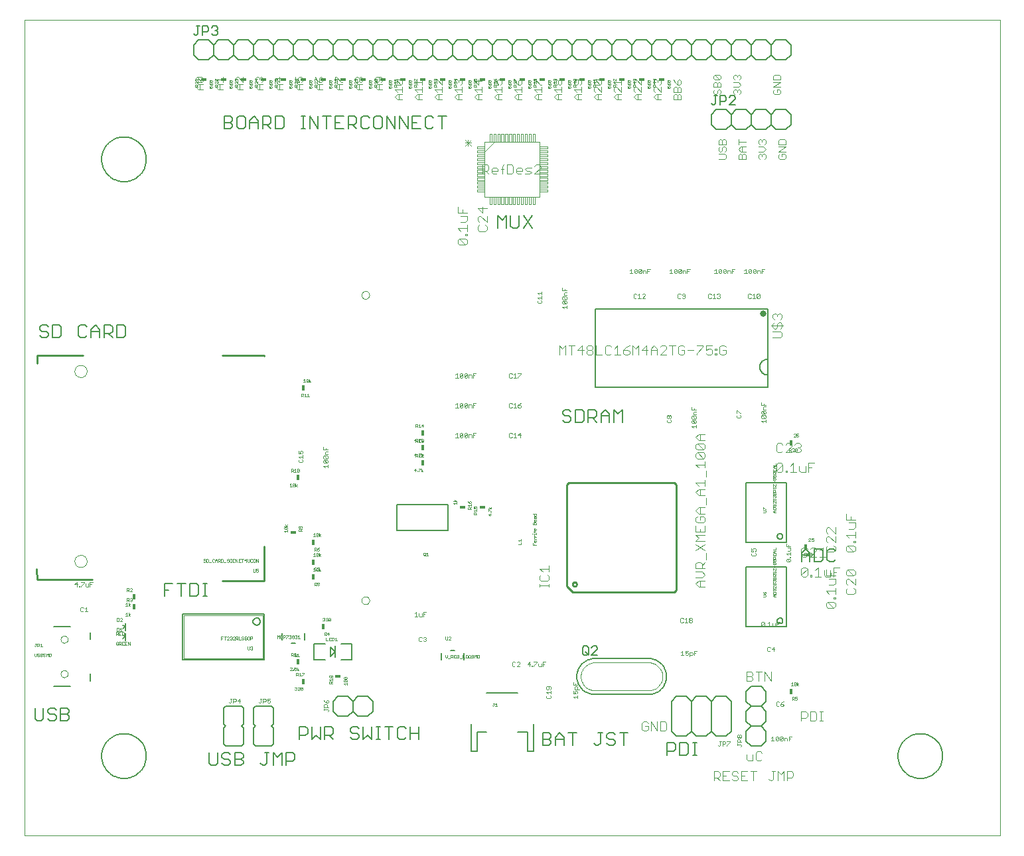
<source format=gto>
G75*
G70*
%OFA0B0*%
%FSLAX24Y24*%
%IPPOS*%
%LPD*%
%AMOC8*
5,1,8,0,0,1.08239X$1,22.5*
%
%ADD10C,0.0060*%
%ADD11C,0.0030*%
%ADD12C,0.0040*%
%ADD13C,0.0000*%
%ADD14C,0.0100*%
%ADD15C,0.0080*%
%ADD16C,0.0010*%
%ADD17R,0.0160X0.0280*%
%ADD18C,0.0020*%
%ADD19C,0.0050*%
%ADD20C,0.0315*%
%ADD21R,0.0280X0.0160*%
D10*
X006019Y004100D02*
X006021Y004166D01*
X006027Y004233D01*
X006037Y004298D01*
X006050Y004364D01*
X006068Y004428D01*
X006089Y004491D01*
X006114Y004552D01*
X006143Y004612D01*
X006175Y004671D01*
X006210Y004727D01*
X006249Y004781D01*
X006291Y004832D01*
X006336Y004882D01*
X006384Y004928D01*
X006434Y004971D01*
X006487Y005012D01*
X006542Y005049D01*
X006599Y005083D01*
X006658Y005113D01*
X006719Y005140D01*
X006782Y005163D01*
X006845Y005182D01*
X006910Y005198D01*
X006975Y005210D01*
X007041Y005218D01*
X007108Y005222D01*
X007174Y005222D01*
X007241Y005218D01*
X007307Y005210D01*
X007372Y005198D01*
X007437Y005182D01*
X007500Y005163D01*
X007563Y005140D01*
X007624Y005113D01*
X007683Y005083D01*
X007740Y005049D01*
X007795Y005012D01*
X007848Y004971D01*
X007898Y004928D01*
X007946Y004882D01*
X007991Y004832D01*
X008033Y004781D01*
X008072Y004727D01*
X008107Y004671D01*
X008139Y004612D01*
X008168Y004552D01*
X008193Y004491D01*
X008214Y004428D01*
X008232Y004364D01*
X008245Y004298D01*
X008255Y004233D01*
X008261Y004166D01*
X008263Y004100D01*
X008261Y004034D01*
X008255Y003967D01*
X008245Y003902D01*
X008232Y003836D01*
X008214Y003772D01*
X008193Y003709D01*
X008168Y003648D01*
X008139Y003588D01*
X008107Y003529D01*
X008072Y003473D01*
X008033Y003419D01*
X007991Y003368D01*
X007946Y003318D01*
X007898Y003272D01*
X007848Y003229D01*
X007795Y003188D01*
X007740Y003151D01*
X007683Y003117D01*
X007624Y003087D01*
X007563Y003060D01*
X007500Y003037D01*
X007437Y003018D01*
X007372Y003002D01*
X007307Y002990D01*
X007241Y002982D01*
X007174Y002978D01*
X007108Y002978D01*
X007041Y002982D01*
X006975Y002990D01*
X006910Y003002D01*
X006845Y003018D01*
X006782Y003037D01*
X006719Y003060D01*
X006658Y003087D01*
X006599Y003117D01*
X006542Y003151D01*
X006487Y003188D01*
X006434Y003229D01*
X006384Y003272D01*
X006336Y003318D01*
X006291Y003368D01*
X006249Y003419D01*
X006210Y003473D01*
X006175Y003529D01*
X006143Y003588D01*
X006114Y003648D01*
X006089Y003709D01*
X006068Y003772D01*
X006050Y003836D01*
X006037Y003902D01*
X006027Y003967D01*
X006021Y004034D01*
X006019Y004100D01*
X004280Y005880D02*
X003960Y005880D01*
X003960Y006521D01*
X004280Y006521D01*
X004387Y006414D01*
X004387Y006307D01*
X004280Y006200D01*
X003960Y006200D01*
X003742Y006094D02*
X003636Y006200D01*
X003422Y006200D01*
X003315Y006307D01*
X003315Y006414D01*
X003422Y006521D01*
X003636Y006521D01*
X003742Y006414D01*
X003742Y006094D02*
X003742Y005987D01*
X003636Y005880D01*
X003422Y005880D01*
X003315Y005987D01*
X003098Y005987D02*
X003098Y006521D01*
X002671Y006521D02*
X002671Y005987D01*
X002778Y005880D01*
X002991Y005880D01*
X003098Y005987D01*
X004280Y005880D02*
X004387Y005987D01*
X004387Y006094D01*
X004280Y006200D01*
X010094Y008948D02*
X010094Y011252D01*
X014188Y011252D01*
X014188Y008948D01*
X010094Y008948D01*
X012241Y006600D02*
X013041Y006600D01*
X013141Y006500D01*
X013141Y005700D01*
X013041Y005600D01*
X013141Y005500D01*
X013141Y004700D01*
X013041Y004600D01*
X012241Y004600D01*
X012141Y004700D01*
X012141Y005500D01*
X012241Y005600D01*
X012141Y005700D01*
X012141Y006500D01*
X012241Y006600D01*
X013641Y006500D02*
X013641Y005700D01*
X013741Y005600D01*
X013641Y005500D01*
X013641Y004700D01*
X013741Y004600D01*
X014541Y004600D01*
X014641Y004700D01*
X014641Y005500D01*
X014541Y005600D01*
X014641Y005700D01*
X014641Y006500D01*
X014541Y006600D01*
X013741Y006600D01*
X013641Y006500D01*
X014212Y004271D02*
X014426Y004271D01*
X014319Y004271D02*
X014319Y003737D01*
X014212Y003630D01*
X014106Y003630D01*
X013999Y003737D01*
X014643Y003630D02*
X014643Y004271D01*
X014857Y004057D01*
X015071Y004271D01*
X015071Y003630D01*
X015288Y003630D02*
X015288Y004271D01*
X015608Y004271D01*
X015715Y004164D01*
X015715Y003950D01*
X015608Y003844D01*
X015288Y003844D01*
X015940Y004930D02*
X015940Y005571D01*
X016260Y005571D01*
X016367Y005464D01*
X016367Y005250D01*
X016260Y005144D01*
X015940Y005144D01*
X016585Y004930D02*
X016798Y005144D01*
X017012Y004930D01*
X017012Y005571D01*
X017229Y005571D02*
X017549Y005571D01*
X017656Y005464D01*
X017656Y005250D01*
X017549Y005144D01*
X017229Y005144D01*
X017443Y005144D02*
X017656Y004930D01*
X017229Y004930D02*
X017229Y005571D01*
X016585Y005571D02*
X016585Y004930D01*
X017891Y006100D02*
X018391Y006100D01*
X018641Y006350D01*
X018891Y006100D01*
X019391Y006100D01*
X019641Y006350D01*
X019641Y006850D01*
X019391Y007100D01*
X018891Y007100D01*
X018641Y006850D01*
X018641Y006350D01*
X018641Y006850D02*
X018391Y007100D01*
X017891Y007100D01*
X017641Y006850D01*
X017641Y006350D01*
X017891Y006100D01*
X018518Y005464D02*
X018518Y005357D01*
X018625Y005250D01*
X018839Y005250D01*
X018945Y005144D01*
X018945Y005037D01*
X018839Y004930D01*
X018625Y004930D01*
X018518Y005037D01*
X018518Y005464D02*
X018625Y005571D01*
X018839Y005571D01*
X018945Y005464D01*
X019163Y005571D02*
X019163Y004930D01*
X019376Y005144D01*
X019590Y004930D01*
X019590Y005571D01*
X019807Y005571D02*
X020021Y005571D01*
X019914Y005571D02*
X019914Y004930D01*
X019807Y004930D02*
X020021Y004930D01*
X020451Y004930D02*
X020451Y005571D01*
X020664Y005571D02*
X020237Y005571D01*
X020882Y005464D02*
X020882Y005037D01*
X020988Y004930D01*
X021202Y004930D01*
X021309Y005037D01*
X021526Y004930D02*
X021526Y005571D01*
X021309Y005464D02*
X021202Y005571D01*
X020988Y005571D01*
X020882Y005464D01*
X021526Y005250D02*
X021953Y005250D01*
X021953Y004930D02*
X021953Y005571D01*
X028171Y005271D02*
X028171Y004630D01*
X028491Y004630D01*
X028598Y004737D01*
X028598Y004844D01*
X028491Y004950D01*
X028171Y004950D01*
X028491Y004950D02*
X028598Y005057D01*
X028598Y005164D01*
X028491Y005271D01*
X028171Y005271D01*
X028815Y005057D02*
X028815Y004630D01*
X028815Y004950D02*
X029242Y004950D01*
X029242Y005057D02*
X029242Y004630D01*
X029242Y005057D02*
X029029Y005271D01*
X028815Y005057D01*
X029460Y005271D02*
X029887Y005271D01*
X029673Y005271D02*
X029673Y004630D01*
X030749Y004737D02*
X030856Y004630D01*
X030962Y004630D01*
X031069Y004737D01*
X031069Y005271D01*
X030962Y005271D02*
X031176Y005271D01*
X031393Y005164D02*
X031393Y005057D01*
X031500Y004950D01*
X031714Y004950D01*
X031821Y004844D01*
X031821Y004737D01*
X031714Y004630D01*
X031500Y004630D01*
X031393Y004737D01*
X031393Y005164D02*
X031500Y005271D01*
X031714Y005271D01*
X031821Y005164D01*
X032038Y005271D02*
X032465Y005271D01*
X032252Y005271D02*
X032252Y004630D01*
X034421Y004771D02*
X034421Y004130D01*
X034421Y004344D02*
X034741Y004344D01*
X034848Y004450D01*
X034848Y004664D01*
X034741Y004771D01*
X034421Y004771D01*
X034891Y005100D02*
X034641Y005350D01*
X034641Y006850D01*
X034891Y007100D01*
X035391Y007100D01*
X035641Y006850D01*
X035641Y005350D01*
X035391Y005100D01*
X034891Y005100D01*
X035065Y004771D02*
X035386Y004771D01*
X035492Y004664D01*
X035492Y004237D01*
X035386Y004130D01*
X035065Y004130D01*
X035065Y004771D01*
X035710Y004771D02*
X035923Y004771D01*
X035817Y004771D02*
X035817Y004130D01*
X035923Y004130D02*
X035710Y004130D01*
X035891Y005100D02*
X035641Y005350D01*
X035891Y005100D02*
X036391Y005100D01*
X036641Y005350D01*
X036641Y006850D01*
X036391Y007100D01*
X035891Y007100D01*
X035641Y006850D01*
X036641Y006850D02*
X036891Y007100D01*
X037391Y007100D01*
X037641Y006850D01*
X037641Y005350D01*
X037391Y005100D01*
X036891Y005100D01*
X036641Y005350D01*
X038391Y005350D02*
X038391Y004850D01*
X038641Y004600D01*
X039141Y004600D01*
X039391Y004850D01*
X039391Y005350D01*
X039141Y005600D01*
X039391Y005850D01*
X039391Y006350D01*
X039141Y006600D01*
X039391Y006850D01*
X039391Y007350D01*
X039141Y007600D01*
X038641Y007600D01*
X038391Y007350D01*
X038391Y006850D01*
X038641Y006600D01*
X039141Y006600D01*
X038641Y006600D02*
X038391Y006350D01*
X038391Y005850D01*
X038641Y005600D01*
X039141Y005600D01*
X038641Y005600D02*
X038391Y005350D01*
X033491Y007200D02*
X030791Y007200D01*
X030732Y007202D01*
X030674Y007208D01*
X030615Y007217D01*
X030558Y007231D01*
X030502Y007248D01*
X030447Y007269D01*
X030393Y007293D01*
X030341Y007321D01*
X030291Y007352D01*
X030243Y007386D01*
X030198Y007423D01*
X030155Y007464D01*
X030114Y007507D01*
X030077Y007552D01*
X030043Y007600D01*
X030012Y007650D01*
X029984Y007702D01*
X029960Y007756D01*
X029939Y007811D01*
X029922Y007867D01*
X029908Y007924D01*
X029899Y007983D01*
X029893Y008041D01*
X029891Y008100D01*
X029893Y008159D01*
X029899Y008217D01*
X029908Y008276D01*
X029922Y008333D01*
X029939Y008389D01*
X029960Y008444D01*
X029984Y008498D01*
X030012Y008550D01*
X030043Y008600D01*
X030077Y008648D01*
X030114Y008693D01*
X030155Y008736D01*
X030198Y008777D01*
X030243Y008814D01*
X030291Y008848D01*
X030341Y008879D01*
X030393Y008907D01*
X030447Y008931D01*
X030502Y008952D01*
X030558Y008969D01*
X030615Y008983D01*
X030674Y008992D01*
X030732Y008998D01*
X030791Y009000D01*
X033491Y009000D01*
X033550Y008998D01*
X033608Y008992D01*
X033667Y008983D01*
X033724Y008969D01*
X033780Y008952D01*
X033835Y008931D01*
X033889Y008907D01*
X033941Y008879D01*
X033991Y008848D01*
X034039Y008814D01*
X034084Y008777D01*
X034127Y008736D01*
X034168Y008693D01*
X034205Y008648D01*
X034239Y008600D01*
X034270Y008550D01*
X034298Y008498D01*
X034322Y008444D01*
X034343Y008389D01*
X034360Y008333D01*
X034374Y008276D01*
X034383Y008217D01*
X034389Y008159D01*
X034391Y008100D01*
X034389Y008041D01*
X034383Y007983D01*
X034374Y007924D01*
X034360Y007867D01*
X034343Y007811D01*
X034322Y007756D01*
X034298Y007702D01*
X034270Y007650D01*
X034239Y007600D01*
X034205Y007552D01*
X034168Y007507D01*
X034127Y007464D01*
X034084Y007423D01*
X034039Y007386D01*
X033991Y007352D01*
X033941Y007321D01*
X033889Y007293D01*
X033835Y007269D01*
X033780Y007248D01*
X033724Y007231D01*
X033667Y007217D01*
X033608Y007208D01*
X033550Y007202D01*
X033491Y007200D01*
X041171Y013880D02*
X041171Y014307D01*
X041384Y014521D01*
X041598Y014307D01*
X041598Y013880D01*
X041815Y013880D02*
X042136Y013880D01*
X042242Y013987D01*
X042242Y014414D01*
X042136Y014521D01*
X041815Y014521D01*
X041815Y013880D01*
X041598Y014200D02*
X041171Y014200D01*
X042460Y013987D02*
X042567Y013880D01*
X042780Y013880D01*
X042887Y013987D01*
X042887Y014414D02*
X042780Y014521D01*
X042567Y014521D01*
X042460Y014414D01*
X042460Y013987D01*
X032176Y020880D02*
X032176Y021521D01*
X031962Y021307D01*
X031749Y021521D01*
X031749Y020880D01*
X031531Y020880D02*
X031531Y021307D01*
X031318Y021521D01*
X031104Y021307D01*
X031104Y020880D01*
X030887Y020880D02*
X030673Y021094D01*
X030780Y021094D02*
X030460Y021094D01*
X030460Y020880D02*
X030460Y021521D01*
X030780Y021521D01*
X030887Y021414D01*
X030887Y021200D01*
X030780Y021094D01*
X031104Y021200D02*
X031531Y021200D01*
X030242Y020987D02*
X030242Y021414D01*
X030136Y021521D01*
X029815Y021521D01*
X029815Y020880D01*
X030136Y020880D01*
X030242Y020987D01*
X029598Y020987D02*
X029491Y020880D01*
X029278Y020880D01*
X029171Y020987D01*
X029278Y021200D02*
X029171Y021307D01*
X029171Y021414D01*
X029278Y021521D01*
X029491Y021521D01*
X029598Y021414D01*
X029491Y021200D02*
X029598Y021094D01*
X029598Y020987D01*
X029491Y021200D02*
X029278Y021200D01*
X027637Y030630D02*
X027210Y031271D01*
X026992Y031271D02*
X026992Y030737D01*
X026886Y030630D01*
X026672Y030630D01*
X026565Y030737D01*
X026565Y031271D01*
X026348Y031271D02*
X026348Y030630D01*
X025921Y030630D02*
X025921Y031271D01*
X026134Y031057D01*
X026348Y031271D01*
X027210Y030630D02*
X027637Y031271D01*
X023127Y035630D02*
X023127Y036271D01*
X023340Y036271D02*
X022913Y036271D01*
X022696Y036164D02*
X022589Y036271D01*
X022375Y036271D01*
X022269Y036164D01*
X022269Y035737D01*
X022375Y035630D01*
X022589Y035630D01*
X022696Y035737D01*
X022051Y035630D02*
X021624Y035630D01*
X021624Y036271D01*
X022051Y036271D01*
X021838Y035950D02*
X021624Y035950D01*
X021407Y035630D02*
X021407Y036271D01*
X020980Y036271D02*
X021407Y035630D01*
X020980Y035630D02*
X020980Y036271D01*
X020762Y036271D02*
X020762Y035630D01*
X020335Y036271D01*
X020335Y035630D01*
X020118Y035737D02*
X020118Y036164D01*
X020011Y036271D01*
X019797Y036271D01*
X019690Y036164D01*
X019690Y035737D01*
X019797Y035630D01*
X020011Y035630D01*
X020118Y035737D01*
X019473Y035737D02*
X019366Y035630D01*
X019153Y035630D01*
X019046Y035737D01*
X019046Y036164D01*
X019153Y036271D01*
X019366Y036271D01*
X019473Y036164D01*
X018828Y036164D02*
X018828Y035950D01*
X018722Y035844D01*
X018401Y035844D01*
X018615Y035844D02*
X018828Y035630D01*
X018401Y035630D02*
X018401Y036271D01*
X018722Y036271D01*
X018828Y036164D01*
X018184Y036271D02*
X017757Y036271D01*
X017757Y035630D01*
X018184Y035630D01*
X017970Y035950D02*
X017757Y035950D01*
X017539Y036271D02*
X017112Y036271D01*
X017326Y036271D02*
X017326Y035630D01*
X016895Y035630D02*
X016895Y036271D01*
X016468Y036271D02*
X016895Y035630D01*
X016468Y035630D02*
X016468Y036271D01*
X016252Y036271D02*
X016038Y036271D01*
X016145Y036271D02*
X016145Y035630D01*
X016038Y035630D02*
X016252Y035630D01*
X015176Y035737D02*
X015176Y036164D01*
X015069Y036271D01*
X014749Y036271D01*
X014749Y035630D01*
X015069Y035630D01*
X015176Y035737D01*
X014531Y035630D02*
X014318Y035844D01*
X014425Y035844D02*
X014104Y035844D01*
X014104Y035630D02*
X014104Y036271D01*
X014425Y036271D01*
X014531Y036164D01*
X014531Y035950D01*
X014425Y035844D01*
X013887Y035950D02*
X013460Y035950D01*
X013460Y036057D02*
X013673Y036271D01*
X013887Y036057D01*
X013887Y035630D01*
X013460Y035630D02*
X013460Y036057D01*
X013242Y036164D02*
X013242Y035737D01*
X013136Y035630D01*
X012922Y035630D01*
X012815Y035737D01*
X012815Y036164D01*
X012922Y036271D01*
X013136Y036271D01*
X013242Y036164D01*
X012598Y036164D02*
X012491Y036271D01*
X012171Y036271D01*
X012171Y035630D01*
X012491Y035630D01*
X012598Y035737D01*
X012598Y035844D01*
X012491Y035950D01*
X012171Y035950D01*
X012491Y035950D02*
X012598Y036057D01*
X012598Y036164D01*
X012391Y039100D02*
X011891Y039100D01*
X011641Y039350D01*
X011391Y039100D01*
X010891Y039100D01*
X010641Y039350D01*
X010641Y039850D01*
X010891Y040100D01*
X011391Y040100D01*
X011641Y039850D01*
X011891Y040100D01*
X012391Y040100D01*
X012641Y039850D01*
X012641Y039350D01*
X012391Y039100D01*
X012641Y039350D02*
X012891Y039100D01*
X013391Y039100D01*
X013641Y039350D01*
X013891Y039100D01*
X014391Y039100D01*
X014641Y039350D01*
X014891Y039100D01*
X015391Y039100D01*
X015641Y039350D01*
X015641Y039850D01*
X015391Y040100D01*
X014891Y040100D01*
X014641Y039850D01*
X014641Y039350D01*
X014641Y039850D02*
X014391Y040100D01*
X013891Y040100D01*
X013641Y039850D01*
X013641Y039350D01*
X013641Y039850D02*
X013391Y040100D01*
X012891Y040100D01*
X012641Y039850D01*
X011641Y039850D02*
X011641Y039350D01*
X015641Y039350D02*
X015891Y039100D01*
X016391Y039100D01*
X016641Y039350D01*
X016891Y039100D01*
X017391Y039100D01*
X017641Y039350D01*
X017891Y039100D01*
X018391Y039100D01*
X018641Y039350D01*
X018641Y039850D01*
X018391Y040100D01*
X017891Y040100D01*
X017641Y039850D01*
X017641Y039350D01*
X017641Y039850D02*
X017391Y040100D01*
X016891Y040100D01*
X016641Y039850D01*
X016641Y039350D01*
X016641Y039850D02*
X016391Y040100D01*
X015891Y040100D01*
X015641Y039850D01*
X018641Y039850D02*
X018891Y040100D01*
X019391Y040100D01*
X019641Y039850D01*
X019891Y040100D01*
X020391Y040100D01*
X020641Y039850D01*
X020891Y040100D01*
X021391Y040100D01*
X021641Y039850D01*
X021641Y039350D01*
X021391Y039100D01*
X020891Y039100D01*
X020641Y039350D01*
X020391Y039100D01*
X019891Y039100D01*
X019641Y039350D01*
X019391Y039100D01*
X018891Y039100D01*
X018641Y039350D01*
X019641Y039350D02*
X019641Y039850D01*
X020641Y039850D02*
X020641Y039350D01*
X021641Y039350D02*
X021891Y039100D01*
X022391Y039100D01*
X022641Y039350D01*
X022891Y039100D01*
X023391Y039100D01*
X023641Y039350D01*
X023891Y039100D01*
X024391Y039100D01*
X024641Y039350D01*
X024641Y039850D01*
X024391Y040100D01*
X023891Y040100D01*
X023641Y039850D01*
X023641Y039350D01*
X023641Y039850D02*
X023391Y040100D01*
X022891Y040100D01*
X022641Y039850D01*
X022641Y039350D01*
X022641Y039850D02*
X022391Y040100D01*
X021891Y040100D01*
X021641Y039850D01*
X024641Y039850D02*
X024891Y040100D01*
X025391Y040100D01*
X025641Y039850D01*
X025891Y040100D01*
X026391Y040100D01*
X026641Y039850D01*
X026891Y040100D01*
X027391Y040100D01*
X027641Y039850D01*
X027641Y039350D01*
X027391Y039100D01*
X026891Y039100D01*
X026641Y039350D01*
X026391Y039100D01*
X025891Y039100D01*
X025641Y039350D01*
X025391Y039100D01*
X024891Y039100D01*
X024641Y039350D01*
X025641Y039350D02*
X025641Y039850D01*
X026641Y039850D02*
X026641Y039350D01*
X027641Y039350D02*
X027891Y039100D01*
X028391Y039100D01*
X028641Y039350D01*
X028891Y039100D01*
X029391Y039100D01*
X029641Y039350D01*
X029891Y039100D01*
X030391Y039100D01*
X030641Y039350D01*
X030891Y039100D01*
X031391Y039100D01*
X031641Y039350D01*
X031891Y039100D01*
X032391Y039100D01*
X032641Y039350D01*
X032891Y039100D01*
X033391Y039100D01*
X033641Y039350D01*
X033891Y039100D01*
X034391Y039100D01*
X034641Y039350D01*
X034891Y039100D01*
X035391Y039100D01*
X035641Y039350D01*
X035891Y039100D01*
X036391Y039100D01*
X036641Y039350D01*
X036891Y039100D01*
X037391Y039100D01*
X037641Y039350D01*
X037891Y039100D01*
X038391Y039100D01*
X038641Y039350D01*
X038891Y039100D01*
X039391Y039100D01*
X039641Y039350D01*
X039891Y039100D01*
X040391Y039100D01*
X040641Y039350D01*
X040641Y039850D01*
X040391Y040100D01*
X039891Y040100D01*
X039641Y039850D01*
X039641Y039350D01*
X039641Y039850D02*
X039391Y040100D01*
X038891Y040100D01*
X038641Y039850D01*
X038641Y039350D01*
X038641Y039850D02*
X038391Y040100D01*
X037891Y040100D01*
X037641Y039850D01*
X037641Y039350D01*
X037641Y039850D02*
X037391Y040100D01*
X036891Y040100D01*
X036641Y039850D01*
X036641Y039350D01*
X036641Y039850D02*
X036391Y040100D01*
X035891Y040100D01*
X035641Y039850D01*
X035641Y039350D01*
X035641Y039850D02*
X035391Y040100D01*
X034891Y040100D01*
X034641Y039850D01*
X034641Y039350D01*
X034641Y039850D02*
X034391Y040100D01*
X033891Y040100D01*
X033641Y039850D01*
X033641Y039350D01*
X033641Y039850D02*
X033391Y040100D01*
X032891Y040100D01*
X032641Y039850D01*
X032641Y039350D01*
X032641Y039850D02*
X032391Y040100D01*
X031891Y040100D01*
X031641Y039850D01*
X031641Y039350D01*
X031641Y039850D02*
X031391Y040100D01*
X030891Y040100D01*
X030641Y039850D01*
X030641Y039350D01*
X030641Y039850D02*
X030391Y040100D01*
X029891Y040100D01*
X029641Y039850D01*
X029641Y039350D01*
X029641Y039850D02*
X029391Y040100D01*
X028891Y040100D01*
X028641Y039850D01*
X028641Y039350D01*
X028641Y039850D02*
X028391Y040100D01*
X027891Y040100D01*
X027641Y039850D01*
X036641Y036350D02*
X036641Y035850D01*
X036891Y035600D01*
X037391Y035600D01*
X037641Y035850D01*
X037891Y035600D01*
X038391Y035600D01*
X038641Y035850D01*
X038641Y036350D01*
X038391Y036600D01*
X037891Y036600D01*
X037641Y036350D01*
X037641Y035850D01*
X037641Y036350D02*
X037391Y036600D01*
X036891Y036600D01*
X036641Y036350D01*
X038641Y036350D02*
X038891Y036600D01*
X039391Y036600D01*
X039641Y036350D01*
X039891Y036600D01*
X040391Y036600D01*
X040641Y036350D01*
X040641Y035850D01*
X040391Y035600D01*
X039891Y035600D01*
X039641Y035850D01*
X039391Y035600D01*
X038891Y035600D01*
X038641Y035850D01*
X039641Y035850D02*
X039641Y036350D01*
X011318Y012771D02*
X011104Y012771D01*
X011211Y012771D02*
X011211Y012130D01*
X011104Y012130D02*
X011318Y012130D01*
X010887Y012237D02*
X010887Y012664D01*
X010780Y012771D01*
X010460Y012771D01*
X010460Y012130D01*
X010780Y012130D01*
X010887Y012237D01*
X010242Y012771D02*
X009815Y012771D01*
X010029Y012771D02*
X010029Y012130D01*
X009384Y012450D02*
X009171Y012450D01*
X009171Y012130D02*
X009171Y012771D01*
X009598Y012771D01*
X013623Y010868D02*
X013625Y010894D01*
X013631Y010920D01*
X013640Y010945D01*
X013653Y010968D01*
X013669Y010989D01*
X013688Y011007D01*
X013710Y011023D01*
X013733Y011035D01*
X013758Y011043D01*
X013784Y011048D01*
X013811Y011049D01*
X013837Y011046D01*
X013862Y011039D01*
X013887Y011029D01*
X013909Y011015D01*
X013930Y010998D01*
X013947Y010979D01*
X013962Y010957D01*
X013973Y010933D01*
X013981Y010907D01*
X013985Y010881D01*
X013985Y010855D01*
X013981Y010829D01*
X013973Y010803D01*
X013962Y010779D01*
X013947Y010757D01*
X013930Y010738D01*
X013909Y010721D01*
X013887Y010707D01*
X013862Y010697D01*
X013837Y010690D01*
X013811Y010687D01*
X013784Y010688D01*
X013758Y010693D01*
X013733Y010701D01*
X013710Y010713D01*
X013688Y010729D01*
X013669Y010747D01*
X013653Y010768D01*
X013640Y010791D01*
X013631Y010816D01*
X013625Y010842D01*
X013623Y010868D01*
X013030Y004271D02*
X012710Y004271D01*
X012710Y003630D01*
X013030Y003630D01*
X013137Y003737D01*
X013137Y003844D01*
X013030Y003950D01*
X012710Y003950D01*
X012492Y003844D02*
X012492Y003737D01*
X012386Y003630D01*
X012172Y003630D01*
X012065Y003737D01*
X011848Y003737D02*
X011848Y004271D01*
X012065Y004164D02*
X012065Y004057D01*
X012172Y003950D01*
X012386Y003950D01*
X012492Y003844D01*
X012492Y004164D02*
X012386Y004271D01*
X012172Y004271D01*
X012065Y004164D01*
X011848Y003737D02*
X011741Y003630D01*
X011528Y003630D01*
X011421Y003737D01*
X011421Y004271D01*
X013030Y004271D02*
X013137Y004164D01*
X013137Y004057D01*
X013030Y003950D01*
X007108Y025130D02*
X007215Y025237D01*
X007215Y025664D01*
X007108Y025771D01*
X006788Y025771D01*
X006788Y025130D01*
X007108Y025130D01*
X006571Y025130D02*
X006357Y025344D01*
X006464Y025344D02*
X006143Y025344D01*
X006143Y025130D02*
X006143Y025771D01*
X006464Y025771D01*
X006571Y025664D01*
X006571Y025450D01*
X006464Y025344D01*
X005926Y025450D02*
X005499Y025450D01*
X005499Y025557D02*
X005499Y025130D01*
X005281Y025237D02*
X005175Y025130D01*
X004961Y025130D01*
X004854Y025237D01*
X004854Y025664D01*
X004961Y025771D01*
X005175Y025771D01*
X005281Y025664D01*
X005499Y025557D02*
X005712Y025771D01*
X005926Y025557D01*
X005926Y025130D01*
X003992Y025237D02*
X003886Y025130D01*
X003565Y025130D01*
X003565Y025771D01*
X003886Y025771D01*
X003992Y025664D01*
X003992Y025237D01*
X003348Y025237D02*
X003241Y025130D01*
X003028Y025130D01*
X002921Y025237D01*
X003028Y025450D02*
X003241Y025450D01*
X003348Y025344D01*
X003348Y025237D01*
X003028Y025450D02*
X002921Y025557D01*
X002921Y025664D01*
X003028Y025771D01*
X003241Y025771D01*
X003348Y025664D01*
X006019Y034100D02*
X006021Y034166D01*
X006027Y034233D01*
X006037Y034298D01*
X006050Y034364D01*
X006068Y034428D01*
X006089Y034491D01*
X006114Y034552D01*
X006143Y034612D01*
X006175Y034671D01*
X006210Y034727D01*
X006249Y034781D01*
X006291Y034832D01*
X006336Y034882D01*
X006384Y034928D01*
X006434Y034971D01*
X006487Y035012D01*
X006542Y035049D01*
X006599Y035083D01*
X006658Y035113D01*
X006719Y035140D01*
X006782Y035163D01*
X006845Y035182D01*
X006910Y035198D01*
X006975Y035210D01*
X007041Y035218D01*
X007108Y035222D01*
X007174Y035222D01*
X007241Y035218D01*
X007307Y035210D01*
X007372Y035198D01*
X007437Y035182D01*
X007500Y035163D01*
X007563Y035140D01*
X007624Y035113D01*
X007683Y035083D01*
X007740Y035049D01*
X007795Y035012D01*
X007848Y034971D01*
X007898Y034928D01*
X007946Y034882D01*
X007991Y034832D01*
X008033Y034781D01*
X008072Y034727D01*
X008107Y034671D01*
X008139Y034612D01*
X008168Y034552D01*
X008193Y034491D01*
X008214Y034428D01*
X008232Y034364D01*
X008245Y034298D01*
X008255Y034233D01*
X008261Y034166D01*
X008263Y034100D01*
X008261Y034034D01*
X008255Y033967D01*
X008245Y033902D01*
X008232Y033836D01*
X008214Y033772D01*
X008193Y033709D01*
X008168Y033648D01*
X008139Y033588D01*
X008107Y033529D01*
X008072Y033473D01*
X008033Y033419D01*
X007991Y033368D01*
X007946Y033318D01*
X007898Y033272D01*
X007848Y033229D01*
X007795Y033188D01*
X007740Y033151D01*
X007683Y033117D01*
X007624Y033087D01*
X007563Y033060D01*
X007500Y033037D01*
X007437Y033018D01*
X007372Y033002D01*
X007307Y032990D01*
X007241Y032982D01*
X007174Y032978D01*
X007108Y032978D01*
X007041Y032982D01*
X006975Y032990D01*
X006910Y033002D01*
X006845Y033018D01*
X006782Y033037D01*
X006719Y033060D01*
X006658Y033087D01*
X006599Y033117D01*
X006542Y033151D01*
X006487Y033188D01*
X006434Y033229D01*
X006384Y033272D01*
X006336Y033318D01*
X006291Y033368D01*
X006249Y033419D01*
X006210Y033473D01*
X006175Y033529D01*
X006143Y033588D01*
X006114Y033648D01*
X006089Y033709D01*
X006068Y033772D01*
X006050Y033836D01*
X006037Y033902D01*
X006027Y033967D01*
X006021Y034034D01*
X006019Y034100D01*
X046019Y004100D02*
X046021Y004166D01*
X046027Y004233D01*
X046037Y004298D01*
X046050Y004364D01*
X046068Y004428D01*
X046089Y004491D01*
X046114Y004552D01*
X046143Y004612D01*
X046175Y004671D01*
X046210Y004727D01*
X046249Y004781D01*
X046291Y004832D01*
X046336Y004882D01*
X046384Y004928D01*
X046434Y004971D01*
X046487Y005012D01*
X046542Y005049D01*
X046599Y005083D01*
X046658Y005113D01*
X046719Y005140D01*
X046782Y005163D01*
X046845Y005182D01*
X046910Y005198D01*
X046975Y005210D01*
X047041Y005218D01*
X047108Y005222D01*
X047174Y005222D01*
X047241Y005218D01*
X047307Y005210D01*
X047372Y005198D01*
X047437Y005182D01*
X047500Y005163D01*
X047563Y005140D01*
X047624Y005113D01*
X047683Y005083D01*
X047740Y005049D01*
X047795Y005012D01*
X047848Y004971D01*
X047898Y004928D01*
X047946Y004882D01*
X047991Y004832D01*
X048033Y004781D01*
X048072Y004727D01*
X048107Y004671D01*
X048139Y004612D01*
X048168Y004552D01*
X048193Y004491D01*
X048214Y004428D01*
X048232Y004364D01*
X048245Y004298D01*
X048255Y004233D01*
X048261Y004166D01*
X048263Y004100D01*
X048261Y004034D01*
X048255Y003967D01*
X048245Y003902D01*
X048232Y003836D01*
X048214Y003772D01*
X048193Y003709D01*
X048168Y003648D01*
X048139Y003588D01*
X048107Y003529D01*
X048072Y003473D01*
X048033Y003419D01*
X047991Y003368D01*
X047946Y003318D01*
X047898Y003272D01*
X047848Y003229D01*
X047795Y003188D01*
X047740Y003151D01*
X047683Y003117D01*
X047624Y003087D01*
X047563Y003060D01*
X047500Y003037D01*
X047437Y003018D01*
X047372Y003002D01*
X047307Y002990D01*
X047241Y002982D01*
X047174Y002978D01*
X047108Y002978D01*
X047041Y002982D01*
X046975Y002990D01*
X046910Y003002D01*
X046845Y003018D01*
X046782Y003037D01*
X046719Y003060D01*
X046658Y003087D01*
X046599Y003117D01*
X046542Y003151D01*
X046487Y003188D01*
X046434Y003229D01*
X046384Y003272D01*
X046336Y003318D01*
X046291Y003368D01*
X046249Y003419D01*
X046210Y003473D01*
X046175Y003529D01*
X046143Y003588D01*
X046114Y003648D01*
X046089Y003709D01*
X046068Y003772D01*
X046050Y003836D01*
X046037Y003902D01*
X046027Y003967D01*
X046021Y004034D01*
X046019Y004100D01*
D11*
X028068Y033365D02*
X027755Y033365D01*
X028068Y033679D01*
X028068Y033757D01*
X027990Y033835D01*
X027833Y033835D01*
X027755Y033757D01*
X027608Y033679D02*
X027373Y033679D01*
X027294Y033600D01*
X027373Y033522D01*
X027529Y033522D01*
X027608Y033443D01*
X027529Y033365D01*
X027294Y033365D01*
X027147Y033522D02*
X026834Y033522D01*
X026834Y033600D02*
X026912Y033679D01*
X027069Y033679D01*
X027147Y033600D01*
X027147Y033522D01*
X027069Y033365D02*
X026912Y033365D01*
X026834Y033443D01*
X026834Y033600D01*
X026687Y033443D02*
X026687Y033757D01*
X026609Y033835D01*
X026373Y033835D01*
X026373Y033365D01*
X026609Y033365D01*
X026687Y033443D01*
X026223Y033600D02*
X026067Y033600D01*
X025920Y033600D02*
X025920Y033522D01*
X025606Y033522D01*
X025606Y033600D02*
X025685Y033679D01*
X025841Y033679D01*
X025920Y033600D01*
X025841Y033365D02*
X025685Y033365D01*
X025606Y033443D01*
X025606Y033600D01*
X025459Y033600D02*
X025381Y033522D01*
X025146Y033522D01*
X025303Y033522D02*
X025459Y033365D01*
X025459Y033600D02*
X025459Y033757D01*
X025381Y033835D01*
X025146Y033835D01*
X025146Y033365D01*
X026145Y033365D02*
X026145Y033757D01*
X026223Y033835D01*
X024579Y034773D02*
X024266Y035087D01*
X024423Y035087D02*
X024423Y034773D01*
X024266Y034773D02*
X024579Y035087D01*
X024579Y034930D02*
X024266Y034930D01*
X024126Y037115D02*
X023879Y037115D01*
X023755Y037238D01*
X023879Y037362D01*
X024126Y037362D01*
X024126Y037483D02*
X024126Y037730D01*
X024126Y037607D02*
X023755Y037607D01*
X023879Y037483D01*
X023941Y037362D02*
X023941Y037115D01*
X024064Y037852D02*
X024126Y037913D01*
X024126Y038037D01*
X024064Y038099D01*
X024002Y038099D01*
X023941Y038037D01*
X023941Y037975D01*
X023941Y038037D02*
X023879Y038099D01*
X023817Y038099D01*
X023755Y038037D01*
X023755Y037913D01*
X023817Y037852D01*
X023126Y037852D02*
X023126Y038099D01*
X023126Y037852D02*
X022879Y038099D01*
X022817Y038099D01*
X022755Y038037D01*
X022755Y037913D01*
X022817Y037852D01*
X022755Y037607D02*
X023126Y037607D01*
X023126Y037730D02*
X023126Y037483D01*
X023126Y037362D02*
X022879Y037362D01*
X022755Y037238D01*
X022879Y037115D01*
X023126Y037115D01*
X022941Y037115D02*
X022941Y037362D01*
X022879Y037483D02*
X022755Y037607D01*
X022126Y037607D02*
X021755Y037607D01*
X021879Y037483D01*
X021879Y037362D02*
X022126Y037362D01*
X022126Y037483D02*
X022126Y037730D01*
X022126Y037852D02*
X022126Y038099D01*
X022126Y037975D02*
X021755Y037975D01*
X021879Y037852D01*
X021879Y037362D02*
X021755Y037238D01*
X021879Y037115D01*
X022126Y037115D01*
X021941Y037115D02*
X021941Y037362D01*
X021126Y037362D02*
X020879Y037362D01*
X020755Y037238D01*
X020879Y037115D01*
X021126Y037115D01*
X020941Y037115D02*
X020941Y037362D01*
X020879Y037483D02*
X020755Y037607D01*
X021126Y037607D01*
X021126Y037730D02*
X021126Y037483D01*
X021064Y037852D02*
X020817Y037852D01*
X020755Y037913D01*
X020755Y038037D01*
X020817Y038099D01*
X021064Y037852D01*
X021126Y037913D01*
X021126Y038037D01*
X021064Y038099D01*
X020817Y038099D01*
X020126Y038045D02*
X020126Y038168D01*
X020064Y038230D01*
X019817Y038230D01*
X019755Y038168D01*
X019755Y038045D01*
X019817Y037983D01*
X019879Y037983D01*
X019941Y038045D01*
X019941Y038230D01*
X020126Y038045D02*
X020064Y037983D01*
X020126Y037862D02*
X019879Y037862D01*
X019755Y037738D01*
X019879Y037615D01*
X020126Y037615D01*
X019941Y037615D02*
X019941Y037862D01*
X019126Y037862D02*
X018879Y037862D01*
X018755Y037738D01*
X018879Y037615D01*
X019126Y037615D01*
X018941Y037615D02*
X018941Y037862D01*
X019002Y037983D02*
X018941Y038045D01*
X018941Y038168D01*
X019002Y038230D01*
X019064Y038230D01*
X019126Y038168D01*
X019126Y038045D01*
X019064Y037983D01*
X019002Y037983D01*
X018941Y038045D02*
X018879Y037983D01*
X018817Y037983D01*
X018755Y038045D01*
X018755Y038168D01*
X018817Y038230D01*
X018879Y038230D01*
X018941Y038168D01*
X018126Y037983D02*
X018064Y037983D01*
X017817Y038230D01*
X017755Y038230D01*
X017755Y037983D01*
X017879Y037862D02*
X018126Y037862D01*
X017941Y037862D02*
X017941Y037615D01*
X017879Y037615D02*
X018126Y037615D01*
X017879Y037615D02*
X017755Y037738D01*
X017879Y037862D01*
X017126Y037862D02*
X016879Y037862D01*
X016755Y037738D01*
X016879Y037615D01*
X017126Y037615D01*
X016941Y037615D02*
X016941Y037862D01*
X016941Y037983D02*
X016817Y038107D01*
X016755Y038230D01*
X016941Y038168D02*
X016941Y037983D01*
X017064Y037983D01*
X017126Y038045D01*
X017126Y038168D01*
X017064Y038230D01*
X017002Y038230D01*
X016941Y038168D01*
X016126Y038168D02*
X016126Y038045D01*
X016064Y037983D01*
X015941Y037983D02*
X015879Y038107D01*
X015879Y038168D01*
X015941Y038230D01*
X016064Y038230D01*
X016126Y038168D01*
X015941Y037983D02*
X015755Y037983D01*
X015755Y038230D01*
X015879Y037862D02*
X016126Y037862D01*
X015941Y037862D02*
X015941Y037615D01*
X015879Y037615D02*
X016126Y037615D01*
X015879Y037615D02*
X015755Y037738D01*
X015879Y037862D01*
X015126Y037862D02*
X014879Y037862D01*
X014755Y037738D01*
X014879Y037615D01*
X015126Y037615D01*
X014941Y037615D02*
X014941Y037862D01*
X014941Y037983D02*
X014755Y038168D01*
X015126Y038168D01*
X014941Y038230D02*
X014941Y037983D01*
X014126Y038045D02*
X014064Y037983D01*
X014126Y038045D02*
X014126Y038168D01*
X014064Y038230D01*
X014002Y038230D01*
X013941Y038168D01*
X013941Y038107D01*
X013941Y038168D02*
X013879Y038230D01*
X013817Y038230D01*
X013755Y038168D01*
X013755Y038045D01*
X013817Y037983D01*
X013879Y037862D02*
X013755Y037738D01*
X013879Y037615D01*
X014126Y037615D01*
X013941Y037615D02*
X013941Y037862D01*
X013879Y037862D02*
X014126Y037862D01*
X013126Y037862D02*
X012879Y037862D01*
X012755Y037738D01*
X012879Y037615D01*
X013126Y037615D01*
X012941Y037615D02*
X012941Y037862D01*
X012817Y037983D02*
X012755Y038045D01*
X012755Y038168D01*
X012817Y038230D01*
X012879Y038230D01*
X013126Y037983D01*
X013126Y038230D01*
X012126Y038230D02*
X012126Y037983D01*
X012126Y037862D02*
X011879Y037862D01*
X011755Y037738D01*
X011879Y037615D01*
X012126Y037615D01*
X011941Y037615D02*
X011941Y037862D01*
X011879Y037983D02*
X011755Y038107D01*
X012126Y038107D01*
X011126Y038168D02*
X011126Y038045D01*
X011064Y037983D01*
X010817Y038230D01*
X011064Y038230D01*
X011126Y038168D01*
X011064Y037983D02*
X010817Y037983D01*
X010755Y038045D01*
X010755Y038168D01*
X010817Y038230D01*
X010879Y037862D02*
X010755Y037738D01*
X010879Y037615D01*
X011126Y037615D01*
X010941Y037615D02*
X010941Y037862D01*
X010879Y037862D02*
X011126Y037862D01*
X024755Y038037D02*
X024941Y037852D01*
X024941Y038099D01*
X025126Y038037D02*
X024755Y038037D01*
X024755Y037607D02*
X025126Y037607D01*
X025126Y037730D02*
X025126Y037483D01*
X025126Y037362D02*
X024879Y037362D01*
X024755Y037238D01*
X024879Y037115D01*
X025126Y037115D01*
X024941Y037115D02*
X024941Y037362D01*
X024879Y037483D02*
X024755Y037607D01*
X025755Y037607D02*
X025879Y037483D01*
X025879Y037362D02*
X026126Y037362D01*
X026126Y037483D02*
X026126Y037730D01*
X026126Y037607D02*
X025755Y037607D01*
X025755Y037852D02*
X025941Y037852D01*
X025879Y037975D01*
X025879Y038037D01*
X025941Y038099D01*
X026064Y038099D01*
X026126Y038037D01*
X026126Y037913D01*
X026064Y037852D01*
X025755Y037852D02*
X025755Y038099D01*
X025879Y037362D02*
X025755Y037238D01*
X025879Y037115D01*
X026126Y037115D01*
X025941Y037115D02*
X025941Y037362D01*
X026755Y037238D02*
X026879Y037362D01*
X027126Y037362D01*
X027126Y037483D02*
X027126Y037730D01*
X027126Y037607D02*
X026755Y037607D01*
X026879Y037483D01*
X026941Y037362D02*
X026941Y037115D01*
X026879Y037115D02*
X026755Y037238D01*
X026879Y037115D02*
X027126Y037115D01*
X027064Y037852D02*
X027126Y037913D01*
X027126Y038037D01*
X027064Y038099D01*
X027002Y038099D01*
X026941Y038037D01*
X026941Y037852D01*
X027064Y037852D01*
X026941Y037852D02*
X026817Y037975D01*
X026755Y038099D01*
X027755Y038099D02*
X027755Y037852D01*
X027755Y037607D02*
X028126Y037607D01*
X028126Y037730D02*
X028126Y037483D01*
X028126Y037362D02*
X027879Y037362D01*
X027755Y037238D01*
X027879Y037115D01*
X028126Y037115D01*
X027941Y037115D02*
X027941Y037362D01*
X027879Y037483D02*
X027755Y037607D01*
X028064Y037852D02*
X028126Y037852D01*
X028064Y037852D02*
X027817Y038099D01*
X027755Y038099D01*
X028755Y038037D02*
X028817Y038099D01*
X028879Y038099D01*
X028941Y038037D01*
X028941Y037913D01*
X028879Y037852D01*
X028817Y037852D01*
X028755Y037913D01*
X028755Y038037D01*
X028941Y038037D02*
X029002Y038099D01*
X029064Y038099D01*
X029126Y038037D01*
X029126Y037913D01*
X029064Y037852D01*
X029002Y037852D01*
X028941Y037913D01*
X029126Y037730D02*
X029126Y037483D01*
X029126Y037362D02*
X028879Y037362D01*
X028755Y037238D01*
X028879Y037115D01*
X029126Y037115D01*
X028941Y037115D02*
X028941Y037362D01*
X028879Y037483D02*
X028755Y037607D01*
X029126Y037607D01*
X029755Y037607D02*
X029879Y037483D01*
X029879Y037362D02*
X030126Y037362D01*
X030126Y037483D02*
X030126Y037730D01*
X030126Y037607D02*
X029755Y037607D01*
X029817Y037852D02*
X029879Y037852D01*
X029941Y037913D01*
X029941Y038099D01*
X030064Y038099D02*
X029817Y038099D01*
X029755Y038037D01*
X029755Y037913D01*
X029817Y037852D01*
X030064Y037852D02*
X030126Y037913D01*
X030126Y038037D01*
X030064Y038099D01*
X030755Y038037D02*
X030817Y038099D01*
X031064Y037852D01*
X031126Y037913D01*
X031126Y038037D01*
X031064Y038099D01*
X030817Y038099D01*
X030755Y038037D02*
X030755Y037913D01*
X030817Y037852D01*
X031064Y037852D01*
X031126Y037730D02*
X031126Y037483D01*
X030879Y037730D01*
X030817Y037730D01*
X030755Y037668D01*
X030755Y037545D01*
X030817Y037483D01*
X030879Y037362D02*
X031126Y037362D01*
X030941Y037362D02*
X030941Y037115D01*
X030879Y037115D02*
X030755Y037238D01*
X030879Y037362D01*
X030879Y037115D02*
X031126Y037115D01*
X031755Y037238D02*
X031879Y037362D01*
X032126Y037362D01*
X032126Y037483D02*
X031879Y037730D01*
X031817Y037730D01*
X031755Y037668D01*
X031755Y037545D01*
X031817Y037483D01*
X031941Y037362D02*
X031941Y037115D01*
X031879Y037115D02*
X031755Y037238D01*
X031879Y037115D02*
X032126Y037115D01*
X032126Y037483D02*
X032126Y037730D01*
X032126Y037852D02*
X032126Y038099D01*
X032126Y037975D02*
X031755Y037975D01*
X031879Y037852D01*
X032755Y037913D02*
X032817Y037852D01*
X032755Y037913D02*
X032755Y038037D01*
X032817Y038099D01*
X032879Y038099D01*
X033126Y037852D01*
X033126Y038099D01*
X033126Y037730D02*
X033126Y037483D01*
X032879Y037730D01*
X032817Y037730D01*
X032755Y037668D01*
X032755Y037545D01*
X032817Y037483D01*
X032879Y037362D02*
X033126Y037362D01*
X032941Y037362D02*
X032941Y037115D01*
X032879Y037115D02*
X032755Y037238D01*
X032879Y037362D01*
X032879Y037115D02*
X033126Y037115D01*
X033755Y037238D02*
X033879Y037362D01*
X034126Y037362D01*
X034126Y037483D02*
X033879Y037730D01*
X033817Y037730D01*
X033755Y037668D01*
X033755Y037545D01*
X033817Y037483D01*
X033941Y037362D02*
X033941Y037115D01*
X033879Y037115D02*
X033755Y037238D01*
X033879Y037115D02*
X034126Y037115D01*
X034126Y037483D02*
X034126Y037730D01*
X034064Y037852D02*
X034126Y037913D01*
X034126Y038037D01*
X034064Y038099D01*
X034002Y038099D01*
X033941Y038037D01*
X033941Y037975D01*
X033941Y038037D02*
X033879Y038099D01*
X033817Y038099D01*
X033755Y038037D01*
X033755Y037913D01*
X033817Y037852D01*
X034755Y037668D02*
X034755Y037483D01*
X035126Y037483D01*
X035126Y037668D01*
X035064Y037730D01*
X035002Y037730D01*
X034941Y037668D01*
X034941Y037483D01*
X035002Y037362D02*
X035064Y037362D01*
X035126Y037300D01*
X035126Y037115D01*
X034755Y037115D01*
X034755Y037300D01*
X034817Y037362D01*
X034879Y037362D01*
X034941Y037300D01*
X034941Y037115D01*
X034941Y037300D02*
X035002Y037362D01*
X034941Y037668D02*
X034879Y037730D01*
X034817Y037730D01*
X034755Y037668D01*
X034941Y037852D02*
X034817Y037975D01*
X034755Y038099D01*
X034941Y038037D02*
X034941Y037852D01*
X035064Y037852D01*
X035126Y037913D01*
X035126Y038037D01*
X035064Y038099D01*
X035002Y038099D01*
X034941Y038037D01*
X036755Y037918D02*
X036755Y037733D01*
X037126Y037733D01*
X037126Y037918D01*
X037064Y037980D01*
X037002Y037980D01*
X036941Y037918D01*
X036941Y037733D01*
X037002Y037612D02*
X037064Y037612D01*
X037126Y037550D01*
X037126Y037427D01*
X037064Y037365D01*
X036941Y037427D02*
X036941Y037550D01*
X037002Y037612D01*
X036817Y037612D02*
X036755Y037550D01*
X036755Y037427D01*
X036817Y037365D01*
X036879Y037365D01*
X036941Y037427D01*
X037755Y037427D02*
X037755Y037550D01*
X037817Y037612D01*
X037879Y037612D01*
X037941Y037550D01*
X038002Y037612D01*
X038064Y037612D01*
X038126Y037550D01*
X038126Y037427D01*
X038064Y037365D01*
X037941Y037488D02*
X037941Y037550D01*
X038002Y037733D02*
X038126Y037857D01*
X038002Y037980D01*
X037755Y037980D01*
X037817Y038102D02*
X037755Y038163D01*
X037755Y038287D01*
X037817Y038349D01*
X037879Y038349D01*
X037941Y038287D01*
X038002Y038349D01*
X038064Y038349D01*
X038126Y038287D01*
X038126Y038163D01*
X038064Y038102D01*
X037941Y038225D02*
X037941Y038287D01*
X038002Y037733D02*
X037755Y037733D01*
X037755Y037427D02*
X037817Y037365D01*
X036941Y037918D02*
X036879Y037980D01*
X036817Y037980D01*
X036755Y037918D01*
X036817Y038102D02*
X036755Y038163D01*
X036755Y038287D01*
X036817Y038349D01*
X037064Y038102D01*
X037126Y038163D01*
X037126Y038287D01*
X037064Y038349D01*
X036817Y038349D01*
X036817Y038102D02*
X037064Y038102D01*
X039755Y038102D02*
X039755Y038287D01*
X039817Y038349D01*
X040064Y038349D01*
X040126Y038287D01*
X040126Y038102D01*
X039755Y038102D01*
X039755Y037980D02*
X040126Y037980D01*
X039755Y037733D01*
X040126Y037733D01*
X040064Y037612D02*
X039941Y037612D01*
X039941Y037488D01*
X040064Y037365D02*
X039817Y037365D01*
X039755Y037427D01*
X039755Y037550D01*
X039817Y037612D01*
X040064Y037612D02*
X040126Y037550D01*
X040126Y037427D01*
X040064Y037365D01*
X040067Y035099D02*
X040005Y035037D01*
X040005Y034852D01*
X040376Y034852D01*
X040376Y035037D01*
X040314Y035099D01*
X040067Y035099D01*
X040005Y034730D02*
X040376Y034730D01*
X040005Y034483D01*
X040376Y034483D01*
X040314Y034362D02*
X040191Y034362D01*
X040191Y034238D01*
X040314Y034115D02*
X040376Y034177D01*
X040376Y034300D01*
X040314Y034362D01*
X040067Y034362D02*
X040005Y034300D01*
X040005Y034177D01*
X040067Y034115D01*
X040314Y034115D01*
X039376Y034177D02*
X039314Y034115D01*
X039376Y034177D02*
X039376Y034300D01*
X039314Y034362D01*
X039252Y034362D01*
X039191Y034300D01*
X039191Y034238D01*
X039191Y034300D02*
X039129Y034362D01*
X039067Y034362D01*
X039005Y034300D01*
X039005Y034177D01*
X039067Y034115D01*
X039005Y034483D02*
X039252Y034483D01*
X039376Y034607D01*
X039252Y034730D01*
X039005Y034730D01*
X039067Y034852D02*
X039005Y034913D01*
X039005Y035037D01*
X039067Y035099D01*
X039129Y035099D01*
X039191Y035037D01*
X039252Y035099D01*
X039314Y035099D01*
X039376Y035037D01*
X039376Y034913D01*
X039314Y034852D01*
X039191Y034975D02*
X039191Y035037D01*
X038376Y034975D02*
X038005Y034975D01*
X038005Y034852D02*
X038005Y035099D01*
X038129Y034730D02*
X038376Y034730D01*
X038191Y034730D02*
X038191Y034483D01*
X038129Y034483D02*
X038005Y034607D01*
X038129Y034730D01*
X038129Y034483D02*
X038376Y034483D01*
X038314Y034362D02*
X038376Y034300D01*
X038376Y034115D01*
X038005Y034115D01*
X038005Y034300D01*
X038067Y034362D01*
X038129Y034362D01*
X038191Y034300D01*
X038191Y034115D01*
X038191Y034300D02*
X038252Y034362D01*
X038314Y034362D01*
X037376Y034300D02*
X037376Y034177D01*
X037314Y034115D01*
X037005Y034115D01*
X037005Y034362D02*
X037314Y034362D01*
X037376Y034300D01*
X037314Y034483D02*
X037376Y034545D01*
X037376Y034668D01*
X037314Y034730D01*
X037252Y034730D01*
X037191Y034668D01*
X037191Y034545D01*
X037129Y034483D01*
X037067Y034483D01*
X037005Y034545D01*
X037005Y034668D01*
X037067Y034730D01*
X037005Y034852D02*
X037005Y035037D01*
X037067Y035099D01*
X037129Y035099D01*
X037191Y035037D01*
X037191Y034852D01*
X037376Y034852D02*
X037376Y035037D01*
X037314Y035099D01*
X037252Y035099D01*
X037191Y035037D01*
X037376Y034852D02*
X037005Y034852D01*
X030126Y037115D02*
X029879Y037115D01*
X029755Y037238D01*
X029879Y037362D01*
X029941Y037362D02*
X029941Y037115D01*
D12*
X025371Y031640D02*
X024910Y031640D01*
X025141Y031410D01*
X025141Y031717D01*
X025064Y031256D02*
X024987Y031256D01*
X024910Y031179D01*
X024910Y031026D01*
X024987Y030949D01*
X024987Y030796D02*
X024910Y030719D01*
X024910Y030566D01*
X024987Y030489D01*
X025294Y030489D01*
X025371Y030566D01*
X025371Y030719D01*
X025294Y030796D01*
X025371Y030949D02*
X025064Y031256D01*
X025371Y031256D02*
X025371Y030949D01*
X024371Y031026D02*
X024371Y031256D01*
X024064Y031256D01*
X024141Y031410D02*
X024141Y031563D01*
X024371Y031410D02*
X023910Y031410D01*
X023910Y031717D01*
X024064Y030949D02*
X024294Y030949D01*
X024371Y031026D01*
X024371Y030796D02*
X024371Y030489D01*
X024371Y030642D02*
X023910Y030642D01*
X024064Y030489D01*
X024294Y030335D02*
X024371Y030335D01*
X024371Y030259D01*
X024294Y030259D01*
X024294Y030335D01*
X024294Y030105D02*
X024371Y030028D01*
X024371Y029875D01*
X024294Y029798D01*
X023987Y030105D01*
X024294Y030105D01*
X024294Y029798D02*
X023987Y029798D01*
X023910Y029875D01*
X023910Y030028D01*
X023987Y030105D01*
X029006Y024738D02*
X029159Y024584D01*
X029313Y024738D01*
X029313Y024277D01*
X029620Y024277D02*
X029620Y024738D01*
X029773Y024738D02*
X029466Y024738D01*
X029006Y024738D02*
X029006Y024277D01*
X029926Y024508D02*
X030157Y024738D01*
X030157Y024277D01*
X030387Y024354D02*
X030387Y024431D01*
X030464Y024508D01*
X030617Y024508D01*
X030694Y024431D01*
X030694Y024354D01*
X030617Y024277D01*
X030464Y024277D01*
X030387Y024354D01*
X030464Y024508D02*
X030387Y024584D01*
X030387Y024661D01*
X030464Y024738D01*
X030617Y024738D01*
X030694Y024661D01*
X030694Y024584D01*
X030617Y024508D01*
X030847Y024738D02*
X030847Y024277D01*
X031154Y024277D01*
X031308Y024354D02*
X031384Y024277D01*
X031538Y024277D01*
X031615Y024354D01*
X031768Y024277D02*
X032075Y024277D01*
X031921Y024277D02*
X031921Y024738D01*
X031768Y024584D01*
X031615Y024661D02*
X031538Y024738D01*
X031384Y024738D01*
X031308Y024661D01*
X031308Y024354D01*
X032228Y024354D02*
X032305Y024277D01*
X032459Y024277D01*
X032535Y024354D01*
X032535Y024431D01*
X032459Y024508D01*
X032228Y024508D01*
X032228Y024354D01*
X032228Y024508D02*
X032382Y024661D01*
X032535Y024738D01*
X032689Y024738D02*
X032842Y024584D01*
X032996Y024738D01*
X032996Y024277D01*
X033149Y024508D02*
X033456Y024508D01*
X033610Y024508D02*
X033917Y024508D01*
X033917Y024584D02*
X033917Y024277D01*
X034070Y024277D02*
X034377Y024584D01*
X034377Y024661D01*
X034300Y024738D01*
X034147Y024738D01*
X034070Y024661D01*
X033917Y024584D02*
X033763Y024738D01*
X033610Y024584D01*
X033610Y024277D01*
X033379Y024277D02*
X033379Y024738D01*
X033149Y024508D01*
X032689Y024277D02*
X032689Y024738D01*
X034070Y024277D02*
X034377Y024277D01*
X034684Y024277D02*
X034684Y024738D01*
X034837Y024738D02*
X034530Y024738D01*
X034991Y024661D02*
X034991Y024354D01*
X035068Y024277D01*
X035221Y024277D01*
X035298Y024354D01*
X035298Y024508D01*
X035144Y024508D01*
X034991Y024661D02*
X035068Y024738D01*
X035221Y024738D01*
X035298Y024661D01*
X035451Y024508D02*
X035758Y024508D01*
X035912Y024354D02*
X035912Y024277D01*
X035912Y024354D02*
X036218Y024661D01*
X036218Y024738D01*
X035912Y024738D01*
X036372Y024738D02*
X036372Y024508D01*
X036525Y024584D01*
X036602Y024584D01*
X036679Y024508D01*
X036679Y024354D01*
X036602Y024277D01*
X036449Y024277D01*
X036372Y024354D01*
X036372Y024738D02*
X036679Y024738D01*
X036832Y024584D02*
X036832Y024508D01*
X036909Y024508D01*
X036909Y024584D01*
X036832Y024584D01*
X036832Y024354D02*
X036832Y024277D01*
X036909Y024277D01*
X036909Y024354D01*
X036832Y024354D01*
X037063Y024354D02*
X037139Y024277D01*
X037293Y024277D01*
X037369Y024354D01*
X037369Y024508D01*
X037216Y024508D01*
X037063Y024661D02*
X037063Y024354D01*
X037063Y024661D02*
X037139Y024738D01*
X037293Y024738D01*
X037369Y024661D01*
X039727Y025129D02*
X040111Y025129D01*
X040188Y025205D01*
X040188Y025359D01*
X040111Y025436D01*
X039727Y025436D01*
X039804Y025589D02*
X039727Y025666D01*
X039727Y025819D01*
X039804Y025896D01*
X039804Y026049D02*
X039727Y026126D01*
X039727Y026280D01*
X039804Y026356D01*
X039881Y026356D01*
X039957Y026280D01*
X040034Y026356D01*
X040111Y026356D01*
X040188Y026280D01*
X040188Y026126D01*
X040111Y026049D01*
X040111Y025896D02*
X040034Y025896D01*
X039957Y025819D01*
X039957Y025666D01*
X039881Y025589D01*
X039804Y025589D01*
X039651Y025742D02*
X040264Y025742D01*
X040188Y025666D02*
X040188Y025819D01*
X040111Y025896D01*
X040188Y025666D02*
X040111Y025589D01*
X039957Y026203D02*
X039957Y026280D01*
X036321Y020281D02*
X036015Y020281D01*
X035861Y020128D01*
X036015Y019974D01*
X036321Y019974D01*
X036245Y019821D02*
X036321Y019744D01*
X036321Y019591D01*
X036245Y019514D01*
X035938Y019821D01*
X036245Y019821D01*
X036091Y019974D02*
X036091Y020281D01*
X035938Y019821D02*
X035861Y019744D01*
X035861Y019591D01*
X035938Y019514D01*
X036245Y019514D01*
X036245Y019361D02*
X036321Y019284D01*
X036321Y019130D01*
X036245Y019054D01*
X035938Y019361D01*
X036245Y019361D01*
X035938Y019361D02*
X035861Y019284D01*
X035861Y019130D01*
X035938Y019054D01*
X036245Y019054D01*
X036321Y018900D02*
X036321Y018593D01*
X036321Y018747D02*
X035861Y018747D01*
X036015Y018593D01*
X036398Y018440D02*
X036398Y018133D01*
X036321Y017979D02*
X036321Y017672D01*
X036321Y017519D02*
X036015Y017519D01*
X035861Y017366D01*
X036015Y017212D01*
X036321Y017212D01*
X036398Y017059D02*
X036398Y016752D01*
X036321Y016598D02*
X036015Y016598D01*
X035861Y016445D01*
X036015Y016291D01*
X036321Y016291D01*
X036245Y016138D02*
X036091Y016138D01*
X036091Y015984D01*
X035938Y015831D02*
X036245Y015831D01*
X036321Y015908D01*
X036321Y016061D01*
X036245Y016138D01*
X036091Y016291D02*
X036091Y016598D01*
X035938Y016138D02*
X035861Y016061D01*
X035861Y015908D01*
X035938Y015831D01*
X035861Y015677D02*
X035861Y015371D01*
X036321Y015371D01*
X036321Y015677D01*
X036091Y015524D02*
X036091Y015371D01*
X035861Y015217D02*
X036321Y015217D01*
X036321Y014910D02*
X035861Y014910D01*
X036015Y015064D01*
X035861Y015217D01*
X035861Y014757D02*
X036321Y014450D01*
X036398Y014296D02*
X036398Y013989D01*
X036321Y013836D02*
X036168Y013682D01*
X036168Y013759D02*
X036168Y013529D01*
X036321Y013529D02*
X035861Y013529D01*
X035861Y013759D01*
X035938Y013836D01*
X036091Y013836D01*
X036168Y013759D01*
X036168Y013375D02*
X035861Y013375D01*
X035861Y013069D02*
X036168Y013069D01*
X036321Y013222D01*
X036168Y013375D01*
X036091Y012915D02*
X036091Y012608D01*
X036015Y012608D02*
X035861Y012762D01*
X036015Y012915D01*
X036321Y012915D01*
X036321Y012608D02*
X036015Y012608D01*
X035861Y014450D02*
X036321Y014757D01*
X036091Y017212D02*
X036091Y017519D01*
X036015Y017672D02*
X035861Y017826D01*
X036321Y017826D01*
X039911Y018447D02*
X040218Y018754D01*
X040218Y018447D01*
X040141Y018370D01*
X039987Y018370D01*
X039911Y018447D01*
X039911Y018754D01*
X039987Y018830D01*
X040141Y018830D01*
X040218Y018754D01*
X040371Y018447D02*
X040448Y018447D01*
X040448Y018370D01*
X040371Y018370D01*
X040371Y018447D01*
X040601Y018370D02*
X040908Y018370D01*
X040755Y018370D02*
X040755Y018830D01*
X040601Y018677D01*
X041062Y018677D02*
X041062Y018447D01*
X041138Y018370D01*
X041369Y018370D01*
X041369Y018677D01*
X041522Y018600D02*
X041676Y018600D01*
X041522Y018830D02*
X041829Y018830D01*
X041522Y018830D02*
X041522Y018370D01*
X041062Y019370D02*
X040908Y019370D01*
X040832Y019447D01*
X040678Y019370D02*
X040371Y019370D01*
X040678Y019677D01*
X040678Y019754D01*
X040601Y019830D01*
X040448Y019830D01*
X040371Y019754D01*
X040218Y019754D02*
X040141Y019830D01*
X039987Y019830D01*
X039911Y019754D01*
X039911Y019447D01*
X039987Y019370D01*
X040141Y019370D01*
X040218Y019447D01*
X040832Y019754D02*
X040908Y019830D01*
X041062Y019830D01*
X041138Y019754D01*
X041138Y019677D01*
X041062Y019600D01*
X041138Y019523D01*
X041138Y019447D01*
X041062Y019370D01*
X041062Y019600D02*
X040985Y019600D01*
X043410Y016288D02*
X043410Y015981D01*
X043871Y015981D01*
X043871Y015828D02*
X043564Y015828D01*
X043641Y015981D02*
X043641Y016135D01*
X043871Y015828D02*
X043871Y015598D01*
X043794Y015521D01*
X043564Y015521D01*
X043871Y015368D02*
X043871Y015061D01*
X043871Y015214D02*
X043410Y015214D01*
X043564Y015061D01*
X043794Y014907D02*
X043871Y014907D01*
X043871Y014830D01*
X043794Y014830D01*
X043794Y014907D01*
X043794Y014677D02*
X043487Y014677D01*
X043794Y014370D01*
X043871Y014447D01*
X043871Y014600D01*
X043794Y014677D01*
X043487Y014677D02*
X043410Y014600D01*
X043410Y014447D01*
X043487Y014370D01*
X043794Y014370D01*
X043794Y013467D02*
X043487Y013467D01*
X043794Y013160D01*
X043871Y013236D01*
X043871Y013390D01*
X043794Y013467D01*
X043487Y013467D02*
X043410Y013390D01*
X043410Y013236D01*
X043487Y013160D01*
X043794Y013160D01*
X043871Y013006D02*
X043871Y012699D01*
X043564Y013006D01*
X043487Y013006D01*
X043410Y012929D01*
X043410Y012776D01*
X043487Y012699D01*
X043487Y012546D02*
X043410Y012469D01*
X043410Y012316D01*
X043487Y012239D01*
X043794Y012239D01*
X043871Y012316D01*
X043871Y012469D01*
X043794Y012546D01*
X042871Y012546D02*
X042871Y012239D01*
X042871Y012392D02*
X042410Y012392D01*
X042564Y012239D01*
X042794Y012085D02*
X042871Y012085D01*
X042871Y012009D01*
X042794Y012009D01*
X042794Y012085D01*
X042794Y011855D02*
X042487Y011855D01*
X042794Y011548D01*
X042871Y011625D01*
X042871Y011778D01*
X042794Y011855D01*
X042794Y011548D02*
X042487Y011548D01*
X042410Y011625D01*
X042410Y011778D01*
X042487Y011855D01*
X042564Y012699D02*
X042794Y012699D01*
X042871Y012776D01*
X042871Y013006D01*
X042564Y013006D01*
X042619Y013120D02*
X042619Y013427D01*
X042641Y013313D02*
X042641Y013160D01*
X042619Y013120D02*
X042388Y013120D01*
X042312Y013197D01*
X042312Y013427D01*
X042410Y013467D02*
X042410Y013160D01*
X042871Y013160D01*
X042772Y013120D02*
X042772Y013580D01*
X043079Y013580D01*
X042926Y013350D02*
X042772Y013350D01*
X042158Y013120D02*
X041851Y013120D01*
X041698Y013120D02*
X041621Y013120D01*
X041621Y013197D01*
X041698Y013197D01*
X041698Y013120D01*
X041468Y013197D02*
X041391Y013120D01*
X041237Y013120D01*
X041161Y013197D01*
X041468Y013504D01*
X041468Y013197D01*
X041468Y013504D02*
X041391Y013580D01*
X041237Y013580D01*
X041161Y013504D01*
X041161Y013197D01*
X041851Y013427D02*
X042005Y013580D01*
X042005Y013120D01*
X042082Y014120D02*
X042388Y014120D01*
X042235Y014120D02*
X042235Y014580D01*
X042082Y014427D01*
X041928Y014427D02*
X041621Y014120D01*
X041928Y014120D01*
X041928Y014427D02*
X041928Y014504D01*
X041851Y014580D01*
X041698Y014580D01*
X041621Y014504D01*
X041468Y014504D02*
X041391Y014580D01*
X041237Y014580D01*
X041161Y014504D01*
X041161Y014197D01*
X041237Y014120D01*
X041391Y014120D01*
X041468Y014197D01*
X042410Y014447D02*
X042487Y014370D01*
X042794Y014370D01*
X042871Y014447D01*
X042871Y014600D01*
X042794Y014677D01*
X042871Y014830D02*
X042564Y015137D01*
X042487Y015137D01*
X042410Y015061D01*
X042410Y014907D01*
X042487Y014830D01*
X042487Y014677D02*
X042410Y014600D01*
X042410Y014447D01*
X042871Y014830D02*
X042871Y015137D01*
X042871Y015291D02*
X042564Y015598D01*
X042487Y015598D01*
X042410Y015521D01*
X042410Y015368D01*
X042487Y015291D01*
X042871Y015291D02*
X042871Y015598D01*
X039638Y008330D02*
X039638Y007870D01*
X039332Y008330D01*
X039332Y007870D01*
X039025Y007870D02*
X039025Y008330D01*
X039178Y008330D02*
X038871Y008330D01*
X038718Y008254D02*
X038718Y008177D01*
X038641Y008100D01*
X038411Y008100D01*
X038641Y008100D02*
X038718Y008023D01*
X038718Y007947D01*
X038641Y007870D01*
X038411Y007870D01*
X038411Y008330D01*
X038641Y008330D01*
X038718Y008254D01*
X041161Y006330D02*
X041391Y006330D01*
X041468Y006254D01*
X041468Y006100D01*
X041391Y006023D01*
X041161Y006023D01*
X041161Y005870D02*
X041161Y006330D01*
X041621Y006330D02*
X041621Y005870D01*
X041851Y005870D01*
X041928Y005947D01*
X041928Y006254D01*
X041851Y006330D01*
X041621Y006330D01*
X042082Y006330D02*
X042235Y006330D01*
X042158Y006330D02*
X042158Y005870D01*
X042082Y005870D02*
X042235Y005870D01*
X040681Y003330D02*
X040450Y003330D01*
X040450Y002870D01*
X040297Y002870D02*
X040297Y003330D01*
X040143Y003177D01*
X039990Y003330D01*
X039990Y002870D01*
X039760Y002947D02*
X039760Y003330D01*
X039836Y003330D02*
X039683Y003330D01*
X039760Y002947D02*
X039683Y002870D01*
X039606Y002870D01*
X039530Y002947D01*
X040450Y003023D02*
X040681Y003023D01*
X040757Y003100D01*
X040757Y003254D01*
X040681Y003330D01*
X039178Y003947D02*
X039101Y003870D01*
X038948Y003870D01*
X038871Y003947D01*
X038871Y004254D01*
X038948Y004330D01*
X039101Y004330D01*
X039178Y004254D01*
X038718Y004177D02*
X038718Y003870D01*
X038487Y003870D01*
X038411Y003947D01*
X038411Y004177D01*
X038455Y003330D02*
X038148Y003330D01*
X038148Y002870D01*
X038455Y002870D01*
X038302Y003100D02*
X038148Y003100D01*
X037995Y003023D02*
X037995Y002947D01*
X037918Y002870D01*
X037765Y002870D01*
X037688Y002947D01*
X037765Y003100D02*
X037918Y003100D01*
X037995Y003023D01*
X037995Y003254D02*
X037918Y003330D01*
X037765Y003330D01*
X037688Y003254D01*
X037688Y003177D01*
X037765Y003100D01*
X037535Y002870D02*
X037228Y002870D01*
X037228Y003330D01*
X037535Y003330D01*
X037381Y003100D02*
X037228Y003100D01*
X037074Y003100D02*
X036997Y003023D01*
X036767Y003023D01*
X036767Y002870D02*
X036767Y003330D01*
X036997Y003330D01*
X037074Y003254D01*
X037074Y003100D01*
X036921Y003023D02*
X037074Y002870D01*
X038609Y003330D02*
X038916Y003330D01*
X038762Y003330D02*
X038762Y002870D01*
X034388Y005447D02*
X034388Y005754D01*
X034312Y005830D01*
X034082Y005830D01*
X034082Y005370D01*
X034312Y005370D01*
X034388Y005447D01*
X033928Y005370D02*
X033928Y005830D01*
X033621Y005830D02*
X033621Y005370D01*
X033468Y005447D02*
X033468Y005600D01*
X033314Y005600D01*
X033161Y005447D02*
X033237Y005370D01*
X033391Y005370D01*
X033468Y005447D01*
X033468Y005754D02*
X033391Y005830D01*
X033237Y005830D01*
X033161Y005754D01*
X033161Y005447D01*
X033621Y005830D02*
X033928Y005370D01*
X028481Y012602D02*
X028481Y012756D01*
X028481Y012679D02*
X028021Y012679D01*
X028021Y012602D02*
X028021Y012756D01*
X028097Y012909D02*
X028404Y012909D01*
X028481Y012986D01*
X028481Y013139D01*
X028404Y013216D01*
X028481Y013370D02*
X028481Y013677D01*
X028481Y013523D02*
X028021Y013523D01*
X028174Y013370D01*
X028097Y013216D02*
X028021Y013139D01*
X028021Y012986D01*
X028097Y012909D01*
X029926Y024508D02*
X030233Y024508D01*
D13*
X051141Y000100D02*
X002141Y000100D01*
X002141Y041100D01*
X051141Y041100D01*
X051141Y000100D01*
X019074Y011923D02*
X019076Y011950D01*
X019082Y011977D01*
X019091Y012003D01*
X019104Y012027D01*
X019120Y012050D01*
X019139Y012069D01*
X019161Y012086D01*
X019185Y012100D01*
X019210Y012110D01*
X019237Y012117D01*
X019264Y012120D01*
X019292Y012119D01*
X019319Y012114D01*
X019345Y012106D01*
X019369Y012094D01*
X019392Y012078D01*
X019413Y012060D01*
X019430Y012039D01*
X019445Y012015D01*
X019456Y011990D01*
X019464Y011964D01*
X019468Y011937D01*
X019468Y011909D01*
X019464Y011882D01*
X019456Y011856D01*
X019445Y011831D01*
X019430Y011807D01*
X019413Y011786D01*
X019392Y011768D01*
X019370Y011752D01*
X019345Y011740D01*
X019319Y011732D01*
X019292Y011727D01*
X019264Y011726D01*
X019237Y011729D01*
X019210Y011736D01*
X019185Y011746D01*
X019161Y011760D01*
X019139Y011777D01*
X019120Y011796D01*
X019104Y011819D01*
X019091Y011843D01*
X019082Y011869D01*
X019076Y011896D01*
X019074Y011923D01*
X004663Y013899D02*
X004665Y013934D01*
X004671Y013968D01*
X004681Y014001D01*
X004694Y014034D01*
X004711Y014064D01*
X004732Y014092D01*
X004755Y014118D01*
X004782Y014141D01*
X004810Y014160D01*
X004841Y014176D01*
X004874Y014189D01*
X004907Y014198D01*
X004942Y014203D01*
X004977Y014204D01*
X005011Y014201D01*
X005046Y014194D01*
X005079Y014183D01*
X005110Y014169D01*
X005140Y014151D01*
X005168Y014130D01*
X005193Y014105D01*
X005215Y014078D01*
X005234Y014049D01*
X005249Y014018D01*
X005261Y013985D01*
X005269Y013951D01*
X005273Y013916D01*
X005273Y013882D01*
X005269Y013847D01*
X005261Y013813D01*
X005249Y013780D01*
X005234Y013749D01*
X005215Y013720D01*
X005193Y013693D01*
X005168Y013668D01*
X005140Y013647D01*
X005110Y013629D01*
X005079Y013615D01*
X005046Y013604D01*
X005011Y013597D01*
X004977Y013594D01*
X004942Y013595D01*
X004907Y013600D01*
X004874Y013609D01*
X004841Y013622D01*
X004810Y013638D01*
X004782Y013657D01*
X004755Y013680D01*
X004732Y013706D01*
X004711Y013734D01*
X004694Y013764D01*
X004681Y013797D01*
X004671Y013830D01*
X004665Y013864D01*
X004663Y013899D01*
X003964Y009966D02*
X003966Y009992D01*
X003972Y010018D01*
X003982Y010043D01*
X003995Y010066D01*
X004011Y010086D01*
X004031Y010104D01*
X004053Y010119D01*
X004076Y010131D01*
X004102Y010139D01*
X004128Y010143D01*
X004154Y010143D01*
X004180Y010139D01*
X004206Y010131D01*
X004230Y010119D01*
X004251Y010104D01*
X004271Y010086D01*
X004287Y010066D01*
X004300Y010043D01*
X004310Y010018D01*
X004316Y009992D01*
X004318Y009966D01*
X004316Y009940D01*
X004310Y009914D01*
X004300Y009889D01*
X004287Y009866D01*
X004271Y009846D01*
X004251Y009828D01*
X004229Y009813D01*
X004206Y009801D01*
X004180Y009793D01*
X004154Y009789D01*
X004128Y009789D01*
X004102Y009793D01*
X004076Y009801D01*
X004052Y009813D01*
X004031Y009828D01*
X004011Y009846D01*
X003995Y009866D01*
X003982Y009889D01*
X003972Y009914D01*
X003966Y009940D01*
X003964Y009966D01*
X003964Y008234D02*
X003966Y008260D01*
X003972Y008286D01*
X003982Y008311D01*
X003995Y008334D01*
X004011Y008354D01*
X004031Y008372D01*
X004053Y008387D01*
X004076Y008399D01*
X004102Y008407D01*
X004128Y008411D01*
X004154Y008411D01*
X004180Y008407D01*
X004206Y008399D01*
X004230Y008387D01*
X004251Y008372D01*
X004271Y008354D01*
X004287Y008334D01*
X004300Y008311D01*
X004310Y008286D01*
X004316Y008260D01*
X004318Y008234D01*
X004316Y008208D01*
X004310Y008182D01*
X004300Y008157D01*
X004287Y008134D01*
X004271Y008114D01*
X004251Y008096D01*
X004229Y008081D01*
X004206Y008069D01*
X004180Y008061D01*
X004154Y008057D01*
X004128Y008057D01*
X004102Y008061D01*
X004076Y008069D01*
X004052Y008081D01*
X004031Y008096D01*
X004011Y008114D01*
X003995Y008134D01*
X003982Y008157D01*
X003972Y008182D01*
X003966Y008208D01*
X003964Y008234D01*
X004663Y023450D02*
X004665Y023485D01*
X004671Y023519D01*
X004681Y023552D01*
X004694Y023585D01*
X004711Y023615D01*
X004732Y023643D01*
X004755Y023669D01*
X004782Y023692D01*
X004810Y023711D01*
X004841Y023727D01*
X004874Y023740D01*
X004907Y023749D01*
X004942Y023754D01*
X004977Y023755D01*
X005011Y023752D01*
X005046Y023745D01*
X005079Y023734D01*
X005110Y023720D01*
X005140Y023702D01*
X005168Y023681D01*
X005193Y023656D01*
X005215Y023629D01*
X005234Y023600D01*
X005249Y023569D01*
X005261Y023536D01*
X005269Y023502D01*
X005273Y023467D01*
X005273Y023433D01*
X005269Y023398D01*
X005261Y023364D01*
X005249Y023331D01*
X005234Y023300D01*
X005215Y023271D01*
X005193Y023244D01*
X005168Y023219D01*
X005140Y023198D01*
X005110Y023180D01*
X005079Y023166D01*
X005046Y023155D01*
X005011Y023148D01*
X004977Y023145D01*
X004942Y023146D01*
X004907Y023151D01*
X004874Y023160D01*
X004841Y023173D01*
X004810Y023189D01*
X004782Y023208D01*
X004755Y023231D01*
X004732Y023257D01*
X004711Y023285D01*
X004694Y023315D01*
X004681Y023348D01*
X004671Y023381D01*
X004665Y023415D01*
X004663Y023450D01*
X019074Y027277D02*
X019076Y027304D01*
X019082Y027331D01*
X019091Y027357D01*
X019104Y027381D01*
X019120Y027404D01*
X019139Y027423D01*
X019161Y027440D01*
X019185Y027454D01*
X019210Y027464D01*
X019237Y027471D01*
X019264Y027474D01*
X019292Y027473D01*
X019319Y027468D01*
X019345Y027460D01*
X019369Y027448D01*
X019392Y027432D01*
X019413Y027414D01*
X019430Y027393D01*
X019445Y027369D01*
X019456Y027344D01*
X019464Y027318D01*
X019468Y027291D01*
X019468Y027263D01*
X019464Y027236D01*
X019456Y027210D01*
X019445Y027185D01*
X019430Y027161D01*
X019413Y027140D01*
X019392Y027122D01*
X019370Y027106D01*
X019345Y027094D01*
X019319Y027086D01*
X019292Y027081D01*
X019264Y027080D01*
X019237Y027083D01*
X019210Y027090D01*
X019185Y027100D01*
X019161Y027114D01*
X019139Y027131D01*
X019120Y027150D01*
X019104Y027173D01*
X019091Y027197D01*
X019082Y027223D01*
X019076Y027250D01*
X019074Y027277D01*
X024871Y032460D02*
X025261Y032460D01*
X025261Y032570D01*
X024871Y032570D01*
X024871Y032460D01*
X024871Y032660D02*
X025261Y032660D01*
X025261Y032770D01*
X024871Y032770D01*
X024871Y032660D01*
X024871Y032860D02*
X025261Y032860D01*
X025261Y032970D01*
X024871Y032970D01*
X024871Y032860D01*
X024871Y033050D02*
X025261Y033050D01*
X025261Y033160D01*
X024871Y033160D01*
X024871Y033050D01*
X024871Y033250D02*
X025261Y033250D01*
X025261Y033360D01*
X024871Y033360D01*
X024871Y033250D01*
X024871Y033450D02*
X025261Y033450D01*
X025261Y033560D01*
X024871Y033560D01*
X024871Y033450D01*
X024871Y033640D02*
X025261Y033640D01*
X025261Y033750D01*
X024871Y033750D01*
X024871Y033640D01*
X024871Y033840D02*
X025261Y033840D01*
X025261Y033950D01*
X024871Y033950D01*
X024871Y033840D01*
X024871Y034040D02*
X025261Y034040D01*
X025261Y034150D01*
X024871Y034150D01*
X024871Y034040D01*
X024871Y034230D02*
X025261Y034230D01*
X025261Y034340D01*
X024871Y034340D01*
X024871Y034230D01*
X024871Y034430D02*
X025261Y034430D01*
X025261Y034480D01*
X025761Y034980D01*
X025811Y034980D01*
X025811Y035370D01*
X025701Y035370D01*
X025701Y034980D01*
X025761Y034980D01*
X025901Y034980D02*
X025901Y035370D01*
X026011Y035370D01*
X026011Y034980D01*
X025901Y034980D01*
X026091Y034980D02*
X026091Y035370D01*
X026201Y035370D01*
X026201Y034980D01*
X026091Y034980D01*
X026291Y034980D02*
X026291Y035370D01*
X026401Y035370D01*
X026401Y034980D01*
X026291Y034980D01*
X026491Y034980D02*
X026491Y035370D01*
X026601Y035370D01*
X026601Y034980D01*
X026491Y034980D01*
X026681Y034980D02*
X026681Y035370D01*
X026791Y035370D01*
X026791Y034980D01*
X026681Y034980D01*
X026881Y034980D02*
X026881Y035370D01*
X026991Y035370D01*
X026991Y034980D01*
X026881Y034980D01*
X027081Y034980D02*
X027081Y035370D01*
X027191Y035370D01*
X027191Y034980D01*
X027081Y034980D01*
X027271Y034980D02*
X027271Y035370D01*
X027381Y035370D01*
X027381Y034980D01*
X027271Y034980D01*
X027471Y034980D02*
X027471Y035370D01*
X027581Y035370D01*
X027581Y034980D01*
X027471Y034980D01*
X027671Y034980D02*
X027671Y035370D01*
X027781Y035370D01*
X027781Y034980D01*
X027671Y034980D01*
X028021Y034980D02*
X025261Y034980D01*
X025261Y032220D01*
X028021Y032220D01*
X028021Y034980D01*
X028021Y034740D02*
X028411Y034740D01*
X028411Y034630D01*
X028021Y034630D01*
X028021Y034740D01*
X028021Y034540D02*
X028411Y034540D01*
X028411Y034430D01*
X028021Y034430D01*
X028021Y034540D01*
X028021Y034340D02*
X028411Y034340D01*
X028411Y034230D01*
X028021Y034230D01*
X028021Y034340D01*
X028021Y034150D02*
X028411Y034150D01*
X028411Y034040D01*
X028021Y034040D01*
X028021Y034150D01*
X028021Y033950D02*
X028411Y033950D01*
X028411Y033840D01*
X028021Y033840D01*
X028021Y033950D01*
X028021Y033750D02*
X028411Y033750D01*
X028411Y033640D01*
X028021Y033640D01*
X028021Y033750D01*
X028021Y033560D02*
X028411Y033560D01*
X028411Y033450D01*
X028021Y033450D01*
X028021Y033560D01*
X028021Y033360D02*
X028411Y033360D01*
X028411Y033250D01*
X028021Y033250D01*
X028021Y033360D01*
X028021Y033160D02*
X028411Y033160D01*
X028411Y033050D01*
X028021Y033050D01*
X028021Y033160D01*
X028021Y032970D02*
X028411Y032970D01*
X028411Y032860D01*
X028021Y032860D01*
X028021Y032970D01*
X028021Y032770D02*
X028411Y032770D01*
X028411Y032660D01*
X028021Y032660D01*
X028021Y032770D01*
X028021Y032570D02*
X028411Y032570D01*
X028411Y032460D01*
X028021Y032460D01*
X028021Y032570D01*
X027781Y032220D02*
X027781Y031830D01*
X027671Y031830D01*
X027671Y032220D01*
X027781Y032220D01*
X027581Y032220D02*
X027581Y031830D01*
X027471Y031830D01*
X027471Y032220D01*
X027581Y032220D01*
X027381Y032220D02*
X027381Y031830D01*
X027271Y031830D01*
X027271Y032220D01*
X027381Y032220D01*
X027191Y032220D02*
X027191Y031830D01*
X027081Y031830D01*
X027081Y032220D01*
X027191Y032220D01*
X026991Y032220D02*
X026991Y031830D01*
X026881Y031830D01*
X026881Y032220D01*
X026991Y032220D01*
X026791Y032220D02*
X026791Y031830D01*
X026681Y031830D01*
X026681Y032220D01*
X026791Y032220D01*
X026601Y032220D02*
X026601Y031830D01*
X026491Y031830D01*
X026491Y032220D01*
X026601Y032220D01*
X026401Y032220D02*
X026401Y031830D01*
X026291Y031830D01*
X026291Y032220D01*
X026401Y032220D01*
X026201Y032220D02*
X026201Y031830D01*
X026091Y031830D01*
X026091Y032220D01*
X026201Y032220D01*
X026011Y032220D02*
X026011Y031830D01*
X025901Y031830D01*
X025901Y032220D01*
X026011Y032220D01*
X025811Y032220D02*
X025811Y031830D01*
X025701Y031830D01*
X025701Y032220D01*
X025811Y032220D01*
X025611Y032220D02*
X025611Y031830D01*
X025501Y031830D01*
X025501Y032220D01*
X025611Y032220D01*
X025261Y034480D02*
X025261Y034540D01*
X024871Y034540D01*
X024871Y034430D01*
X024871Y034630D02*
X025261Y034630D01*
X025261Y034740D01*
X024871Y034740D01*
X024871Y034630D01*
X025501Y034980D02*
X025501Y035370D01*
X025611Y035370D01*
X025611Y034980D01*
X025501Y034980D01*
D14*
X014178Y024241D02*
X012078Y024241D01*
X014178Y024206D02*
X014178Y024241D01*
X005081Y024241D02*
X002768Y024241D01*
X002768Y023856D01*
X014178Y014656D02*
X014178Y012924D01*
X012078Y012924D01*
X005539Y012963D02*
X002768Y012963D01*
X002763Y013521D01*
X029385Y012639D02*
X029680Y012344D01*
X034798Y012344D01*
X034897Y012443D01*
X034897Y017757D01*
X034798Y017856D01*
X029483Y017856D01*
X029385Y017757D01*
X029385Y012639D01*
X029681Y012738D02*
X029683Y012757D01*
X029688Y012776D01*
X029698Y012792D01*
X029710Y012807D01*
X029725Y012819D01*
X029741Y012829D01*
X029760Y012834D01*
X029779Y012836D01*
X029798Y012834D01*
X029817Y012829D01*
X029833Y012819D01*
X029848Y012807D01*
X029860Y012792D01*
X029870Y012776D01*
X029875Y012757D01*
X029877Y012738D01*
X029875Y012719D01*
X029870Y012700D01*
X029860Y012684D01*
X029848Y012669D01*
X029833Y012657D01*
X029817Y012647D01*
X029798Y012642D01*
X029779Y012640D01*
X029760Y012642D01*
X029741Y012647D01*
X029725Y012657D01*
X029710Y012669D01*
X029698Y012684D01*
X029688Y012700D01*
X029683Y012719D01*
X029681Y012738D01*
D15*
X024201Y009269D02*
X024201Y008931D01*
X023746Y009419D02*
X023535Y009419D01*
X023081Y009269D02*
X023081Y008931D01*
X025353Y007281D02*
X026928Y007281D01*
X027716Y005706D02*
X027716Y004328D01*
X027401Y004328D01*
X027401Y005313D01*
X026928Y005313D01*
X025353Y005313D02*
X024881Y005313D01*
X024881Y004328D01*
X024566Y004328D01*
X024566Y005706D01*
X018586Y008956D02*
X018034Y008956D01*
X017759Y009074D02*
X017759Y009350D01*
X017523Y009114D01*
X017523Y009586D01*
X017759Y009350D01*
X017759Y009626D01*
X018034Y009744D02*
X018586Y009744D01*
X018586Y008956D01*
X017247Y008956D02*
X016696Y008956D01*
X016696Y009744D01*
X017247Y009744D01*
X016201Y009931D02*
X016201Y010269D01*
X015746Y009781D02*
X015535Y009781D01*
X015081Y009931D02*
X015081Y010269D01*
X020851Y015450D02*
X023431Y015450D01*
X023431Y016750D01*
X020851Y016750D01*
X020851Y015450D01*
X030807Y022640D02*
X039475Y022640D01*
X039475Y023261D01*
X039475Y024049D01*
X039475Y026560D01*
X030807Y026560D01*
X030807Y022640D01*
X038367Y017846D02*
X038367Y014854D01*
X038377Y014854D02*
X040414Y014854D01*
X040414Y017846D01*
X038367Y017846D01*
X039950Y015150D02*
X039952Y015173D01*
X039958Y015196D01*
X039967Y015217D01*
X039980Y015237D01*
X039996Y015254D01*
X040014Y015268D01*
X040034Y015279D01*
X040056Y015287D01*
X040079Y015291D01*
X040103Y015291D01*
X040126Y015287D01*
X040148Y015279D01*
X040168Y015268D01*
X040186Y015254D01*
X040202Y015237D01*
X040215Y015217D01*
X040224Y015196D01*
X040230Y015173D01*
X040232Y015150D01*
X040230Y015127D01*
X040224Y015104D01*
X040215Y015083D01*
X040202Y015063D01*
X040186Y015046D01*
X040168Y015032D01*
X040148Y015021D01*
X040126Y015013D01*
X040103Y015009D01*
X040079Y015009D01*
X040056Y015013D01*
X040034Y015021D01*
X040014Y015032D01*
X039996Y015046D01*
X039980Y015063D01*
X039967Y015083D01*
X039958Y015104D01*
X039952Y015127D01*
X039950Y015150D01*
X040414Y013596D02*
X038367Y013596D01*
X038367Y010604D01*
X038377Y010604D02*
X040414Y010604D01*
X040414Y013596D01*
X039950Y010900D02*
X039952Y010923D01*
X039958Y010946D01*
X039967Y010967D01*
X039980Y010987D01*
X039996Y011004D01*
X040014Y011018D01*
X040034Y011029D01*
X040056Y011037D01*
X040079Y011041D01*
X040103Y011041D01*
X040126Y011037D01*
X040148Y011029D01*
X040168Y011018D01*
X040186Y011004D01*
X040202Y010987D01*
X040215Y010967D01*
X040224Y010946D01*
X040230Y010923D01*
X040232Y010900D01*
X040230Y010877D01*
X040224Y010854D01*
X040215Y010833D01*
X040202Y010813D01*
X040186Y010796D01*
X040168Y010782D01*
X040148Y010771D01*
X040126Y010763D01*
X040103Y010759D01*
X040079Y010759D01*
X040056Y010763D01*
X040034Y010771D01*
X040014Y010782D01*
X039996Y010796D01*
X039980Y010813D01*
X039967Y010833D01*
X039958Y010854D01*
X039952Y010877D01*
X039950Y010900D01*
X039475Y023261D02*
X039436Y023263D01*
X039398Y023269D01*
X039361Y023278D01*
X039324Y023291D01*
X039289Y023308D01*
X039256Y023327D01*
X039225Y023350D01*
X039196Y023376D01*
X039170Y023405D01*
X039147Y023436D01*
X039128Y023469D01*
X039111Y023504D01*
X039098Y023541D01*
X039089Y023578D01*
X039083Y023616D01*
X039081Y023655D01*
X039083Y023694D01*
X039089Y023732D01*
X039098Y023769D01*
X039111Y023806D01*
X039128Y023841D01*
X039147Y023874D01*
X039170Y023905D01*
X039196Y023934D01*
X039225Y023960D01*
X039256Y023983D01*
X039289Y024002D01*
X039324Y024019D01*
X039361Y024032D01*
X039398Y024041D01*
X039436Y024047D01*
X039475Y024049D01*
X007208Y010781D02*
X007208Y010600D01*
X007086Y010508D01*
X007208Y010419D02*
X007208Y010600D01*
X007202Y010610D02*
X007086Y010686D01*
X007208Y010281D02*
X007208Y010100D01*
X007086Y010008D01*
X007208Y009919D02*
X007208Y010100D01*
X007202Y010110D02*
X007086Y010186D01*
X005440Y010320D02*
X005440Y009966D01*
X004456Y010596D02*
X003629Y010596D01*
X005440Y008234D02*
X005440Y007880D01*
X004456Y007604D02*
X003629Y007604D01*
D16*
X003457Y009105D02*
X003482Y009130D01*
X003482Y009230D01*
X003457Y009255D01*
X003382Y009255D01*
X003382Y009105D01*
X003457Y009105D01*
X003335Y009105D02*
X003335Y009255D01*
X003285Y009205D01*
X003235Y009255D01*
X003235Y009105D01*
X003188Y009130D02*
X003163Y009105D01*
X003113Y009105D01*
X003088Y009130D01*
X003040Y009130D02*
X003015Y009105D01*
X002940Y009105D01*
X002940Y009255D01*
X003015Y009255D01*
X003040Y009230D01*
X003040Y009205D01*
X003015Y009180D01*
X002940Y009180D01*
X002893Y009155D02*
X002893Y009130D01*
X002868Y009105D01*
X002818Y009105D01*
X002793Y009130D01*
X002746Y009130D02*
X002746Y009255D01*
X002793Y009230D02*
X002793Y009205D01*
X002818Y009180D01*
X002868Y009180D01*
X002893Y009155D01*
X002893Y009230D02*
X002868Y009255D01*
X002818Y009255D01*
X002793Y009230D01*
X002746Y009130D02*
X002721Y009105D01*
X002671Y009105D01*
X002646Y009130D01*
X002646Y009255D01*
X002671Y009605D02*
X002696Y009605D01*
X002721Y009630D01*
X002721Y009755D01*
X002696Y009755D02*
X002746Y009755D01*
X002793Y009755D02*
X002868Y009755D01*
X002893Y009730D01*
X002893Y009680D01*
X002868Y009655D01*
X002793Y009655D01*
X002793Y009605D02*
X002793Y009755D01*
X002940Y009705D02*
X002990Y009755D01*
X002990Y009605D01*
X002940Y009605D02*
X003040Y009605D01*
X003113Y009255D02*
X003088Y009230D01*
X003088Y009205D01*
X003113Y009180D01*
X003163Y009180D01*
X003188Y009155D01*
X003188Y009130D01*
X003188Y009230D02*
X003163Y009255D01*
X003113Y009255D01*
X003015Y009180D02*
X003040Y009155D01*
X003040Y009130D01*
X002671Y009605D02*
X002646Y009630D01*
X006746Y009705D02*
X006771Y009680D01*
X006821Y009680D01*
X006846Y009705D01*
X006846Y009755D01*
X006796Y009755D01*
X006846Y009805D02*
X006821Y009830D01*
X006771Y009830D01*
X006746Y009805D01*
X006746Y009705D01*
X006893Y009680D02*
X006893Y009830D01*
X006968Y009830D01*
X006993Y009805D01*
X006993Y009755D01*
X006968Y009730D01*
X006893Y009730D01*
X006943Y009730D02*
X006993Y009680D01*
X007040Y009680D02*
X007140Y009680D01*
X007188Y009680D02*
X007288Y009680D01*
X007335Y009680D02*
X007335Y009830D01*
X007435Y009680D01*
X007435Y009830D01*
X007288Y009830D02*
X007188Y009830D01*
X007188Y009680D01*
X007188Y009755D02*
X007238Y009755D01*
X007140Y009830D02*
X007040Y009830D01*
X007040Y009680D01*
X007040Y009755D02*
X007090Y009755D01*
X007115Y010180D02*
X007140Y010205D01*
X007140Y010305D01*
X007115Y010330D01*
X007040Y010330D01*
X007040Y010180D01*
X007115Y010180D01*
X006993Y010180D02*
X006893Y010180D01*
X006893Y010330D01*
X006993Y010330D01*
X006993Y010380D02*
X006993Y010530D01*
X006943Y010480D01*
X006896Y010505D02*
X006871Y010530D01*
X006796Y010530D01*
X006796Y010380D01*
X006871Y010380D01*
X006896Y010405D01*
X006896Y010505D01*
X006943Y010380D02*
X007043Y010380D01*
X006943Y010255D02*
X006893Y010255D01*
X006846Y010255D02*
X006821Y010230D01*
X006746Y010230D01*
X006796Y010230D02*
X006846Y010180D01*
X006846Y010255D02*
X006846Y010305D01*
X006821Y010330D01*
X006746Y010330D01*
X006746Y010180D01*
X006796Y010880D02*
X006871Y010880D01*
X006896Y010905D01*
X006896Y011005D01*
X006871Y011030D01*
X006796Y011030D01*
X006796Y010880D01*
X006943Y010880D02*
X007043Y010980D01*
X007043Y011005D01*
X007018Y011030D01*
X006968Y011030D01*
X006943Y011005D01*
X006943Y010880D02*
X007043Y010880D01*
X007221Y011155D02*
X007321Y011155D01*
X007368Y011155D02*
X007368Y011305D01*
X007443Y011255D02*
X007368Y011205D01*
X007443Y011155D01*
X007271Y011155D02*
X007271Y011305D01*
X007221Y011255D01*
X007221Y011655D02*
X007321Y011655D01*
X007368Y011655D02*
X007368Y011805D01*
X007396Y011880D02*
X007346Y011930D01*
X007371Y011930D02*
X007296Y011930D01*
X007296Y011880D02*
X007296Y012030D01*
X007371Y012030D01*
X007396Y012005D01*
X007396Y011955D01*
X007371Y011930D01*
X007443Y011905D02*
X007468Y011880D01*
X007518Y011880D01*
X007543Y011905D01*
X007543Y011930D01*
X007518Y011955D01*
X007493Y011955D01*
X007518Y011955D02*
X007543Y011980D01*
X007543Y012005D01*
X007518Y012030D01*
X007468Y012030D01*
X007443Y012005D01*
X007443Y011755D02*
X007368Y011705D01*
X007443Y011655D01*
X007271Y011655D02*
X007271Y011805D01*
X007221Y011755D01*
X007296Y012380D02*
X007296Y012530D01*
X007371Y012530D01*
X007396Y012505D01*
X007396Y012455D01*
X007371Y012430D01*
X007296Y012430D01*
X007346Y012430D02*
X007396Y012380D01*
X007443Y012380D02*
X007543Y012480D01*
X007543Y012505D01*
X007518Y012530D01*
X007468Y012530D01*
X007443Y012505D01*
X007443Y012380D02*
X007543Y012380D01*
X011134Y013876D02*
X011159Y013851D01*
X011209Y013851D01*
X011234Y013876D01*
X011234Y013901D01*
X011209Y013926D01*
X011159Y013926D01*
X011134Y013951D01*
X011134Y013976D01*
X011159Y014001D01*
X011209Y014001D01*
X011234Y013976D01*
X011281Y014001D02*
X011356Y014001D01*
X011381Y013976D01*
X011381Y013876D01*
X011356Y013851D01*
X011281Y013851D01*
X011281Y014001D01*
X011429Y013825D02*
X011529Y013825D01*
X011576Y013876D02*
X011601Y013851D01*
X011651Y013851D01*
X011676Y013876D01*
X011723Y013851D02*
X011723Y013951D01*
X011773Y014001D01*
X011823Y013951D01*
X011823Y013851D01*
X011871Y013851D02*
X011871Y014001D01*
X011946Y014001D01*
X011971Y013976D01*
X011971Y013926D01*
X011946Y013901D01*
X011871Y013901D01*
X011921Y013901D02*
X011971Y013851D01*
X012018Y013851D02*
X012093Y013851D01*
X012118Y013876D01*
X012118Y013976D01*
X012093Y014001D01*
X012018Y014001D01*
X012018Y013851D01*
X012165Y013825D02*
X012265Y013825D01*
X012313Y013876D02*
X012338Y013851D01*
X012388Y013851D01*
X012413Y013876D01*
X012413Y013901D01*
X012388Y013926D01*
X012338Y013926D01*
X012313Y013951D01*
X012313Y013976D01*
X012338Y014001D01*
X012388Y014001D01*
X012413Y013976D01*
X012460Y013976D02*
X012460Y013876D01*
X012485Y013851D01*
X012535Y013851D01*
X012560Y013876D01*
X012560Y013976D01*
X012535Y014001D01*
X012485Y014001D01*
X012460Y013976D01*
X012607Y013976D02*
X012607Y013876D01*
X012632Y013851D01*
X012682Y013851D01*
X012707Y013876D01*
X012755Y013901D02*
X012855Y014001D01*
X012902Y014001D02*
X012902Y013851D01*
X013002Y013851D01*
X012952Y013926D02*
X012902Y013926D01*
X012902Y014001D02*
X013002Y014001D01*
X013049Y014001D02*
X013149Y014001D01*
X013099Y014001D02*
X013099Y013851D01*
X013197Y013926D02*
X013297Y013926D01*
X013344Y013876D02*
X013369Y013851D01*
X013419Y013851D01*
X013444Y013876D01*
X013444Y014001D01*
X013491Y013976D02*
X013491Y013876D01*
X013516Y013851D01*
X013566Y013851D01*
X013591Y013876D01*
X013638Y013876D02*
X013664Y013851D01*
X013714Y013851D01*
X013739Y013876D01*
X013739Y013976D01*
X013714Y014001D01*
X013664Y014001D01*
X013638Y013976D01*
X013638Y013876D01*
X013591Y013976D02*
X013566Y014001D01*
X013516Y014001D01*
X013491Y013976D01*
X013344Y014001D02*
X013344Y013876D01*
X013272Y013851D02*
X013272Y014001D01*
X013197Y013926D01*
X012855Y013851D02*
X012780Y013926D01*
X012755Y014001D02*
X012755Y013851D01*
X012707Y013976D02*
X012682Y014001D01*
X012632Y014001D01*
X012607Y013976D01*
X011823Y013926D02*
X011723Y013926D01*
X011676Y013976D02*
X011651Y014001D01*
X011601Y014001D01*
X011576Y013976D01*
X011576Y013876D01*
X013638Y013501D02*
X013638Y013376D01*
X013664Y013351D01*
X013714Y013351D01*
X013739Y013376D01*
X013739Y013501D01*
X013786Y013501D02*
X013786Y013426D01*
X013836Y013451D01*
X013861Y013451D01*
X013886Y013426D01*
X013886Y013376D01*
X013861Y013351D01*
X013811Y013351D01*
X013786Y013376D01*
X013786Y013501D02*
X013886Y013501D01*
X013886Y013851D02*
X013786Y014001D01*
X013786Y013851D01*
X013886Y013851D02*
X013886Y014001D01*
X015246Y015363D02*
X015196Y015413D01*
X015346Y015413D01*
X015346Y015363D02*
X015346Y015463D01*
X015321Y015510D02*
X015221Y015610D01*
X015321Y015610D01*
X015346Y015585D01*
X015346Y015535D01*
X015321Y015510D01*
X015221Y015510D01*
X015196Y015535D01*
X015196Y015585D01*
X015221Y015610D01*
X015196Y015657D02*
X015346Y015657D01*
X015296Y015657D02*
X015246Y015732D01*
X015296Y015657D02*
X015346Y015732D01*
X015921Y015633D02*
X015921Y015583D01*
X015946Y015558D01*
X015971Y015558D01*
X015996Y015583D01*
X015996Y015658D01*
X016046Y015658D02*
X015946Y015658D01*
X015921Y015633D01*
X015946Y015510D02*
X015996Y015510D01*
X016021Y015485D01*
X016021Y015410D01*
X016071Y015410D02*
X015921Y015410D01*
X015921Y015485D01*
X015946Y015510D01*
X016021Y015460D02*
X016071Y015510D01*
X016046Y015558D02*
X016071Y015583D01*
X016071Y015633D01*
X016046Y015658D01*
X016653Y015245D02*
X016703Y015295D01*
X016703Y015145D01*
X016653Y015145D02*
X016753Y015145D01*
X016801Y015170D02*
X016901Y015270D01*
X016901Y015170D01*
X016876Y015145D01*
X016826Y015145D01*
X016801Y015170D01*
X016801Y015270D01*
X016826Y015295D01*
X016876Y015295D01*
X016901Y015270D01*
X016948Y015295D02*
X016948Y015145D01*
X016948Y015195D02*
X017023Y015245D01*
X016948Y015195D02*
X017023Y015145D01*
X016949Y014570D02*
X016898Y014545D01*
X016848Y014495D01*
X016923Y014495D01*
X016949Y014470D01*
X016949Y014445D01*
X016923Y014420D01*
X016873Y014420D01*
X016848Y014445D01*
X016848Y014495D01*
X016801Y014495D02*
X016776Y014470D01*
X016701Y014470D01*
X016701Y014420D02*
X016701Y014570D01*
X016776Y014570D01*
X016801Y014545D01*
X016801Y014495D01*
X016751Y014470D02*
X016801Y014420D01*
X016826Y014295D02*
X016876Y014295D01*
X016901Y014270D01*
X016801Y014170D01*
X016826Y014145D01*
X016876Y014145D01*
X016901Y014170D01*
X016901Y014270D01*
X016948Y014295D02*
X016948Y014145D01*
X016948Y014195D02*
X017023Y014245D01*
X016948Y014195D02*
X017023Y014145D01*
X016801Y014170D02*
X016801Y014270D01*
X016826Y014295D01*
X016703Y014295D02*
X016703Y014145D01*
X016653Y014145D02*
X016753Y014145D01*
X016653Y014245D02*
X016703Y014295D01*
X016701Y013570D02*
X016776Y013570D01*
X016801Y013545D01*
X016801Y013495D01*
X016776Y013470D01*
X016701Y013470D01*
X016701Y013420D02*
X016701Y013570D01*
X016703Y013545D02*
X016703Y013395D01*
X016653Y013395D02*
X016753Y013395D01*
X016801Y013420D02*
X016901Y013520D01*
X016901Y013420D01*
X016876Y013395D01*
X016826Y013395D01*
X016801Y013420D01*
X016751Y013470D01*
X016801Y013420D02*
X016801Y013520D01*
X016826Y013545D01*
X016876Y013545D01*
X016901Y013520D01*
X016948Y013545D02*
X016948Y013395D01*
X016948Y013445D02*
X017023Y013495D01*
X016949Y013545D02*
X016848Y013445D01*
X016848Y013420D01*
X016948Y013445D02*
X017023Y013395D01*
X016949Y013545D02*
X016949Y013570D01*
X016848Y013570D01*
X016703Y013545D02*
X016653Y013495D01*
X016701Y012820D02*
X016776Y012820D01*
X016801Y012795D01*
X016801Y012745D01*
X016776Y012720D01*
X016701Y012720D01*
X016701Y012670D02*
X016701Y012820D01*
X016751Y012720D02*
X016801Y012670D01*
X016848Y012695D02*
X016848Y012720D01*
X016873Y012745D01*
X016923Y012745D01*
X016949Y012720D01*
X016949Y012695D01*
X016923Y012670D01*
X016873Y012670D01*
X016848Y012695D01*
X016873Y012745D02*
X016848Y012770D01*
X016848Y012795D01*
X016873Y012820D01*
X016923Y012820D01*
X016949Y012795D01*
X016949Y012770D01*
X016923Y012745D01*
X017154Y011045D02*
X017204Y011045D01*
X017229Y011020D01*
X017229Y010995D01*
X017204Y010970D01*
X017229Y010945D01*
X017229Y010920D01*
X017204Y010895D01*
X017154Y010895D01*
X017129Y010920D01*
X017179Y010970D02*
X017204Y010970D01*
X017276Y010920D02*
X017301Y010895D01*
X017351Y010895D01*
X017376Y010920D01*
X017376Y010945D01*
X017351Y010970D01*
X017326Y010970D01*
X017351Y010970D02*
X017376Y010995D01*
X017376Y011020D01*
X017351Y011045D01*
X017301Y011045D01*
X017276Y011020D01*
X017154Y011045D02*
X017129Y011020D01*
X017423Y011020D02*
X017448Y011045D01*
X017498Y011045D01*
X017524Y011020D01*
X017423Y010920D01*
X017448Y010895D01*
X017498Y010895D01*
X017524Y010920D01*
X017524Y011020D01*
X017423Y011020D02*
X017423Y010920D01*
X017423Y010320D02*
X017348Y010245D01*
X017449Y010245D01*
X017423Y010170D02*
X017423Y010320D01*
X017301Y010295D02*
X017301Y010245D01*
X017276Y010220D01*
X017201Y010220D01*
X017201Y010170D02*
X017201Y010320D01*
X017276Y010320D01*
X017301Y010295D01*
X017251Y010220D02*
X017301Y010170D01*
X017296Y010055D02*
X017296Y009905D01*
X017396Y009905D01*
X017443Y009905D02*
X017543Y009905D01*
X017590Y009905D02*
X017665Y009905D01*
X017690Y009930D01*
X017690Y010030D01*
X017665Y010055D01*
X017590Y010055D01*
X017590Y009905D01*
X017493Y009980D02*
X017443Y009980D01*
X017443Y010055D02*
X017443Y009905D01*
X017443Y010055D02*
X017543Y010055D01*
X017738Y010005D02*
X017788Y010055D01*
X017788Y009905D01*
X017738Y009905D02*
X017838Y009905D01*
X015974Y010020D02*
X015873Y010020D01*
X015923Y010020D02*
X015923Y010170D01*
X015873Y010120D01*
X015826Y010120D02*
X015801Y010095D01*
X015826Y010070D01*
X015826Y010045D01*
X015801Y010020D01*
X015751Y010020D01*
X015726Y010045D01*
X015679Y010045D02*
X015654Y010020D01*
X015604Y010020D01*
X015579Y010045D01*
X015579Y010070D01*
X015604Y010095D01*
X015654Y010095D01*
X015679Y010070D01*
X015679Y010045D01*
X015654Y010095D02*
X015679Y010120D01*
X015679Y010145D01*
X015654Y010170D01*
X015604Y010170D01*
X015579Y010145D01*
X015579Y010120D01*
X015604Y010095D01*
X015532Y010070D02*
X015532Y010045D01*
X015507Y010020D01*
X015456Y010020D01*
X015431Y010045D01*
X015481Y010095D02*
X015507Y010095D01*
X015532Y010070D01*
X015507Y010095D02*
X015532Y010120D01*
X015532Y010145D01*
X015507Y010170D01*
X015456Y010170D01*
X015431Y010145D01*
X015384Y010145D02*
X015284Y010045D01*
X015284Y010020D01*
X015212Y010070D02*
X015137Y010070D01*
X015137Y010020D02*
X015137Y010170D01*
X015212Y010170D01*
X015237Y010145D01*
X015237Y010095D01*
X015212Y010070D01*
X015284Y010170D02*
X015384Y010170D01*
X015384Y010145D01*
X015090Y010145D02*
X015065Y010170D01*
X015014Y010170D01*
X014989Y010145D01*
X014989Y010045D01*
X015014Y010020D01*
X015065Y010020D01*
X015090Y010045D01*
X014942Y010020D02*
X014942Y010170D01*
X014892Y010120D01*
X014842Y010170D01*
X014842Y010020D01*
X015726Y010145D02*
X015751Y010170D01*
X015801Y010170D01*
X015826Y010145D01*
X015826Y010120D01*
X015801Y010095D02*
X015776Y010095D01*
X015743Y009280D02*
X015743Y009130D01*
X015726Y009095D02*
X015776Y009095D01*
X015801Y009120D01*
X015801Y009245D01*
X015743Y009280D02*
X015693Y009230D01*
X015701Y009245D02*
X015701Y009120D01*
X015726Y009095D01*
X015693Y009130D02*
X015793Y009130D01*
X015848Y009095D02*
X015949Y009095D01*
X015898Y009095D02*
X015898Y009245D01*
X015848Y009195D01*
X015646Y009205D02*
X015621Y009180D01*
X015546Y009180D01*
X015596Y009180D02*
X015646Y009130D01*
X015646Y009205D02*
X015646Y009255D01*
X015621Y009280D01*
X015546Y009280D01*
X015546Y009130D01*
X015546Y008555D02*
X015496Y008555D01*
X015471Y008530D01*
X015546Y008555D02*
X015571Y008530D01*
X015571Y008505D01*
X015471Y008405D01*
X015571Y008405D01*
X015618Y008405D02*
X015643Y008405D01*
X015643Y008430D01*
X015618Y008430D01*
X015618Y008405D01*
X015692Y008430D02*
X015792Y008530D01*
X015792Y008430D01*
X015767Y008405D01*
X015717Y008405D01*
X015692Y008430D01*
X015692Y008530D01*
X015717Y008555D01*
X015767Y008555D01*
X015792Y008530D01*
X015839Y008555D02*
X015839Y008405D01*
X015839Y008455D02*
X015914Y008505D01*
X015839Y008455D02*
X015914Y008405D01*
X015871Y008280D02*
X015896Y008255D01*
X015896Y008205D01*
X015871Y008180D01*
X015796Y008180D01*
X015846Y008180D02*
X015896Y008130D01*
X015943Y008130D02*
X016043Y008130D01*
X016090Y008130D02*
X016090Y008155D01*
X016190Y008255D01*
X016190Y008280D01*
X016090Y008280D01*
X015993Y008280D02*
X015993Y008130D01*
X015943Y008230D02*
X015993Y008280D01*
X015871Y008280D02*
X015796Y008280D01*
X015796Y008130D01*
X015796Y007555D02*
X015821Y007530D01*
X015821Y007505D01*
X015796Y007480D01*
X015821Y007455D01*
X015821Y007430D01*
X015796Y007405D01*
X015746Y007405D01*
X015721Y007430D01*
X015771Y007480D02*
X015796Y007480D01*
X015796Y007555D02*
X015746Y007555D01*
X015721Y007530D01*
X015868Y007530D02*
X015893Y007555D01*
X015943Y007555D01*
X015968Y007530D01*
X015968Y007505D01*
X015943Y007480D01*
X015968Y007455D01*
X015968Y007430D01*
X015943Y007405D01*
X015893Y007405D01*
X015868Y007430D01*
X015918Y007480D02*
X015943Y007480D01*
X016015Y007430D02*
X016115Y007530D01*
X016115Y007430D01*
X016090Y007405D01*
X016040Y007405D01*
X016015Y007430D01*
X016015Y007530D01*
X016040Y007555D01*
X016090Y007555D01*
X016115Y007530D01*
X017461Y007755D02*
X017461Y007830D01*
X017486Y007855D01*
X017536Y007855D01*
X017561Y007830D01*
X017561Y007755D01*
X017611Y007755D02*
X017461Y007755D01*
X017561Y007805D02*
X017611Y007855D01*
X017611Y007902D02*
X017611Y008002D01*
X017611Y007952D02*
X017461Y007952D01*
X017511Y007902D01*
X017511Y008050D02*
X017486Y008050D01*
X017461Y008075D01*
X017461Y008125D01*
X017486Y008150D01*
X017511Y008150D01*
X017536Y008125D01*
X017536Y008075D01*
X017511Y008050D01*
X017536Y008075D02*
X017561Y008050D01*
X017586Y008050D01*
X017611Y008075D01*
X017611Y008125D01*
X017586Y008150D01*
X017561Y008150D01*
X017536Y008125D01*
X018186Y008050D02*
X018211Y008075D01*
X018311Y007975D01*
X018336Y008000D01*
X018336Y008050D01*
X018311Y008075D01*
X018211Y008075D01*
X018186Y008050D02*
X018186Y008000D01*
X018211Y007975D01*
X018311Y007975D01*
X018311Y007927D02*
X018336Y007902D01*
X018336Y007852D01*
X018311Y007827D01*
X018211Y007927D01*
X018311Y007927D01*
X018311Y007827D02*
X018211Y007827D01*
X018186Y007852D01*
X018186Y007902D01*
X018211Y007927D01*
X018336Y007780D02*
X018336Y007680D01*
X018336Y007730D02*
X018186Y007730D01*
X018236Y007680D01*
X013599Y009470D02*
X013573Y009445D01*
X013523Y009445D01*
X013498Y009470D01*
X013451Y009470D02*
X013451Y009595D01*
X013498Y009570D02*
X013523Y009595D01*
X013573Y009595D01*
X013599Y009570D01*
X013599Y009545D01*
X013573Y009520D01*
X013599Y009495D01*
X013599Y009470D01*
X013573Y009520D02*
X013548Y009520D01*
X013451Y009470D02*
X013426Y009445D01*
X013376Y009445D01*
X013351Y009470D01*
X013351Y009595D01*
X013376Y009945D02*
X013426Y009945D01*
X013451Y009970D01*
X013451Y010070D01*
X013426Y010095D01*
X013376Y010095D01*
X013351Y010070D01*
X013351Y009970D01*
X013376Y009945D01*
X013304Y009970D02*
X013279Y009945D01*
X013229Y009945D01*
X013204Y009970D01*
X013157Y009970D02*
X013132Y009945D01*
X013081Y009945D01*
X013056Y009970D01*
X013009Y009945D02*
X012909Y009945D01*
X012909Y010095D01*
X012862Y010070D02*
X012862Y010020D01*
X012837Y009995D01*
X012762Y009995D01*
X012812Y009995D02*
X012862Y009945D01*
X012762Y009945D02*
X012762Y010095D01*
X012837Y010095D01*
X012862Y010070D01*
X012715Y010070D02*
X012690Y010095D01*
X012639Y010095D01*
X012614Y010070D01*
X012567Y010070D02*
X012567Y010045D01*
X012542Y010020D01*
X012567Y009995D01*
X012567Y009970D01*
X012542Y009945D01*
X012492Y009945D01*
X012467Y009970D01*
X012420Y009945D02*
X012320Y009945D01*
X012420Y010045D01*
X012420Y010070D01*
X012395Y010095D01*
X012345Y010095D01*
X012320Y010070D01*
X012273Y010095D02*
X012172Y010095D01*
X012125Y010095D02*
X012025Y010095D01*
X012025Y009945D01*
X012025Y010020D02*
X012075Y010020D01*
X012223Y009945D02*
X012223Y010095D01*
X012467Y010070D02*
X012492Y010095D01*
X012542Y010095D01*
X012567Y010070D01*
X012542Y010020D02*
X012517Y010020D01*
X012614Y009945D02*
X012715Y010045D01*
X012715Y010070D01*
X012715Y009945D02*
X012614Y009945D01*
X013056Y010045D02*
X013081Y010020D01*
X013132Y010020D01*
X013157Y009995D01*
X013157Y009970D01*
X013229Y010020D02*
X013279Y010020D01*
X013304Y009995D01*
X013304Y009970D01*
X013229Y010020D02*
X013204Y010045D01*
X013204Y010070D01*
X013229Y010095D01*
X013279Y010095D01*
X013304Y010070D01*
X013157Y010070D02*
X013132Y010095D01*
X013081Y010095D01*
X013056Y010070D01*
X013056Y010045D01*
X013498Y009995D02*
X013573Y009995D01*
X013599Y010020D01*
X013599Y010070D01*
X013573Y010095D01*
X013498Y010095D01*
X013498Y009945D01*
X022176Y014195D02*
X022201Y014170D01*
X022251Y014170D01*
X022276Y014195D01*
X022276Y014295D01*
X022251Y014320D01*
X022201Y014320D01*
X022176Y014295D01*
X022176Y014195D01*
X022226Y014220D02*
X022276Y014170D01*
X022323Y014170D02*
X022424Y014170D01*
X022373Y014170D02*
X022373Y014320D01*
X022323Y014270D01*
X024711Y016255D02*
X024711Y016330D01*
X024736Y016355D01*
X024786Y016355D01*
X024811Y016330D01*
X024811Y016255D01*
X024861Y016255D02*
X024711Y016255D01*
X024811Y016305D02*
X024861Y016355D01*
X024861Y016402D02*
X024861Y016502D01*
X024861Y016452D02*
X024711Y016452D01*
X024761Y016402D01*
X024786Y016550D02*
X024761Y016600D01*
X024761Y016625D01*
X024786Y016650D01*
X024836Y016650D01*
X024861Y016625D01*
X024861Y016575D01*
X024836Y016550D01*
X024786Y016550D02*
X024711Y016550D01*
X024711Y016650D01*
X024571Y016660D02*
X024571Y016760D01*
X024571Y016710D02*
X024421Y016710D01*
X024471Y016660D01*
X024496Y016613D02*
X024521Y016588D01*
X024521Y016513D01*
X024571Y016513D02*
X024421Y016513D01*
X024421Y016588D01*
X024446Y016613D01*
X024496Y016613D01*
X024521Y016563D02*
X024571Y016613D01*
X024546Y016808D02*
X024571Y016833D01*
X024571Y016883D01*
X024546Y016908D01*
X024521Y016908D01*
X024496Y016883D01*
X024496Y016808D01*
X024546Y016808D01*
X024496Y016808D02*
X024446Y016858D01*
X024421Y016908D01*
X023846Y016907D02*
X023696Y016907D01*
X023746Y016982D02*
X023796Y016907D01*
X023846Y016982D01*
X023846Y016860D02*
X023846Y016760D01*
X023846Y016810D02*
X023696Y016810D01*
X023746Y016760D01*
X025436Y016548D02*
X025586Y016548D01*
X025536Y016548D02*
X025486Y016623D01*
X025536Y016548D02*
X025586Y016623D01*
X025461Y016501D02*
X025561Y016401D01*
X025586Y016401D01*
X025586Y016352D02*
X025586Y016327D01*
X025561Y016327D01*
X025561Y016352D01*
X025586Y016352D01*
X025586Y016255D02*
X025436Y016255D01*
X025511Y016180D01*
X025511Y016280D01*
X025436Y016401D02*
X025436Y016501D01*
X025461Y016501D01*
X026936Y014952D02*
X027086Y014952D01*
X027086Y014902D02*
X027086Y015002D01*
X026986Y014902D02*
X026936Y014952D01*
X027086Y014855D02*
X027086Y014755D01*
X026936Y014755D01*
X027686Y014705D02*
X027686Y014805D01*
X027736Y014877D02*
X027736Y014927D01*
X027761Y014952D01*
X027786Y014952D01*
X027786Y014852D01*
X027811Y014852D02*
X027761Y014852D01*
X027736Y014877D01*
X027811Y014852D02*
X027836Y014877D01*
X027836Y014927D01*
X027836Y015000D02*
X027736Y015000D01*
X027736Y015050D02*
X027736Y015075D01*
X027736Y015050D02*
X027786Y015000D01*
X027786Y015122D02*
X027736Y015172D01*
X027736Y015197D01*
X027736Y015245D02*
X027736Y015270D01*
X027836Y015270D01*
X027836Y015245D02*
X027836Y015295D01*
X027811Y015368D02*
X027836Y015393D01*
X027811Y015368D02*
X027711Y015368D01*
X027736Y015343D02*
X027736Y015393D01*
X027761Y015442D02*
X027736Y015467D01*
X027736Y015517D01*
X027761Y015542D01*
X027786Y015542D01*
X027786Y015442D01*
X027811Y015442D02*
X027761Y015442D01*
X027811Y015442D02*
X027836Y015467D01*
X027836Y015517D01*
X027836Y015736D02*
X027836Y015811D01*
X027811Y015836D01*
X027786Y015836D01*
X027761Y015811D01*
X027761Y015736D01*
X027836Y015736D02*
X027686Y015736D01*
X027686Y015811D01*
X027711Y015836D01*
X027736Y015836D01*
X027761Y015811D01*
X027761Y015884D02*
X027736Y015909D01*
X027736Y015959D01*
X027761Y015984D01*
X027786Y015984D01*
X027786Y015884D01*
X027811Y015884D02*
X027761Y015884D01*
X027811Y015884D02*
X027836Y015909D01*
X027836Y015959D01*
X027811Y016031D02*
X027786Y016056D01*
X027786Y016131D01*
X027761Y016131D02*
X027836Y016131D01*
X027836Y016056D01*
X027811Y016031D01*
X027736Y016056D02*
X027736Y016106D01*
X027761Y016131D01*
X027761Y016178D02*
X027736Y016203D01*
X027736Y016278D01*
X027686Y016278D02*
X027836Y016278D01*
X027836Y016203D01*
X027811Y016178D01*
X027761Y016178D01*
X027686Y015270D02*
X027661Y015270D01*
X027736Y015122D02*
X027836Y015122D01*
X027761Y014755D02*
X027761Y014705D01*
X027836Y014705D02*
X027686Y014705D01*
X023518Y010105D02*
X023468Y010105D01*
X023443Y010080D01*
X023396Y010105D02*
X023396Y009980D01*
X023371Y009955D01*
X023321Y009955D01*
X023296Y009980D01*
X023296Y010105D01*
X023443Y009955D02*
X023543Y010055D01*
X023543Y010080D01*
X023518Y010105D01*
X023543Y009955D02*
X023443Y009955D01*
X023371Y009180D02*
X023371Y009080D01*
X023321Y009030D01*
X023271Y009080D01*
X023271Y009180D01*
X023418Y009005D02*
X023518Y009005D01*
X023565Y009030D02*
X023565Y009180D01*
X023640Y009180D01*
X023665Y009155D01*
X023665Y009105D01*
X023640Y009080D01*
X023565Y009080D01*
X023615Y009080D02*
X023665Y009030D01*
X023713Y009030D02*
X023813Y009030D01*
X023860Y009055D02*
X023885Y009030D01*
X023935Y009030D01*
X023960Y009055D01*
X023960Y009105D01*
X023910Y009105D01*
X023860Y009155D02*
X023860Y009055D01*
X023860Y009155D02*
X023885Y009180D01*
X023935Y009180D01*
X023960Y009155D01*
X023813Y009180D02*
X023713Y009180D01*
X023713Y009030D01*
X023713Y009105D02*
X023763Y009105D01*
X024007Y009005D02*
X024107Y009005D01*
X024155Y009030D02*
X024255Y009030D01*
X024302Y009030D02*
X024377Y009030D01*
X024402Y009055D01*
X024402Y009155D01*
X024377Y009180D01*
X024302Y009180D01*
X024302Y009030D01*
X024155Y009030D02*
X024155Y009180D01*
X024449Y009155D02*
X024449Y009055D01*
X024474Y009030D01*
X024524Y009030D01*
X024549Y009055D01*
X024549Y009155D01*
X024524Y009180D01*
X024474Y009180D01*
X024449Y009155D01*
X024597Y009155D02*
X024597Y009130D01*
X024622Y009105D01*
X024672Y009105D01*
X024697Y009080D01*
X024697Y009055D01*
X024672Y009030D01*
X024622Y009030D01*
X024597Y009055D01*
X024597Y009155D02*
X024622Y009180D01*
X024672Y009180D01*
X024697Y009155D01*
X024744Y009180D02*
X024794Y009130D01*
X024844Y009180D01*
X024844Y009030D01*
X024891Y009030D02*
X024966Y009030D01*
X024991Y009055D01*
X024991Y009155D01*
X024966Y009180D01*
X024891Y009180D01*
X024891Y009030D01*
X024744Y009030D02*
X024744Y009180D01*
X025696Y006755D02*
X025746Y006755D01*
X025721Y006755D02*
X025721Y006630D01*
X025696Y006605D01*
X025671Y006605D01*
X025646Y006630D01*
X025793Y006605D02*
X025893Y006605D01*
X025843Y006605D02*
X025843Y006755D01*
X025793Y006705D01*
X039236Y012105D02*
X039361Y012105D01*
X039386Y012130D01*
X039386Y012180D01*
X039361Y012205D01*
X039236Y012205D01*
X039311Y012252D02*
X039311Y012327D01*
X039336Y012352D01*
X039361Y012352D01*
X039386Y012327D01*
X039386Y012277D01*
X039361Y012252D01*
X039311Y012252D01*
X039261Y012302D01*
X039236Y012352D01*
X039736Y012327D02*
X039736Y012252D01*
X039886Y012252D01*
X039886Y012327D01*
X039861Y012352D01*
X039761Y012352D01*
X039736Y012327D01*
X039761Y012400D02*
X039786Y012400D01*
X039811Y012425D01*
X039811Y012500D01*
X039861Y012500D02*
X039761Y012500D01*
X039736Y012475D01*
X039736Y012425D01*
X039761Y012400D01*
X039861Y012400D02*
X039886Y012425D01*
X039886Y012475D01*
X039861Y012500D01*
X039886Y012547D02*
X039786Y012647D01*
X039761Y012647D01*
X039736Y012622D01*
X039736Y012572D01*
X039761Y012547D01*
X039886Y012547D02*
X039886Y012647D01*
X039861Y012694D02*
X039836Y012694D01*
X039811Y012719D01*
X039811Y012769D01*
X039836Y012794D01*
X039861Y012794D01*
X039886Y012769D01*
X039886Y012719D01*
X039861Y012694D01*
X039811Y012719D02*
X039786Y012694D01*
X039761Y012694D01*
X039736Y012719D01*
X039736Y012769D01*
X039761Y012794D01*
X039786Y012794D01*
X039811Y012769D01*
X039861Y012842D02*
X039886Y012867D01*
X039886Y012917D01*
X039861Y012942D01*
X039836Y012942D01*
X039811Y012917D01*
X039811Y012892D01*
X039811Y012917D02*
X039786Y012942D01*
X039761Y012942D01*
X039736Y012917D01*
X039736Y012867D01*
X039761Y012842D01*
X039736Y012989D02*
X039736Y013064D01*
X039761Y013089D01*
X039786Y013089D01*
X039811Y013064D01*
X039811Y012989D01*
X039886Y012989D02*
X039886Y013064D01*
X039861Y013089D01*
X039836Y013089D01*
X039811Y013064D01*
X039836Y013136D02*
X039836Y013211D01*
X039811Y013236D01*
X039761Y013236D01*
X039736Y013211D01*
X039736Y013136D01*
X039886Y013136D01*
X039836Y013186D02*
X039886Y013236D01*
X039861Y013284D02*
X039886Y013309D01*
X039886Y013359D01*
X039861Y013384D01*
X039836Y013384D01*
X039811Y013359D01*
X039811Y013309D01*
X039786Y013284D01*
X039761Y013284D01*
X039736Y013309D01*
X039736Y013359D01*
X039761Y013384D01*
X039736Y013431D02*
X039736Y013531D01*
X039761Y013531D01*
X039861Y013431D01*
X039886Y013431D01*
X039886Y013531D01*
X039811Y013578D02*
X039811Y013678D01*
X039836Y013726D02*
X039811Y013751D01*
X039811Y013801D01*
X039836Y013826D01*
X039861Y013826D01*
X039886Y013801D01*
X039886Y013751D01*
X039861Y013726D01*
X039836Y013726D01*
X039811Y013751D02*
X039786Y013726D01*
X039761Y013726D01*
X039736Y013751D01*
X039736Y013801D01*
X039761Y013826D01*
X039786Y013826D01*
X039811Y013801D01*
X039861Y013873D02*
X039761Y013973D01*
X039861Y013973D01*
X039886Y013948D01*
X039886Y013898D01*
X039861Y013873D01*
X039761Y013873D01*
X039736Y013898D01*
X039736Y013948D01*
X039761Y013973D01*
X039736Y014020D02*
X039736Y014095D01*
X039761Y014120D01*
X039811Y014120D01*
X039836Y014095D01*
X039836Y014020D01*
X039886Y014020D02*
X039736Y014020D01*
X039836Y014070D02*
X039886Y014120D01*
X039886Y014168D02*
X039886Y014268D01*
X039886Y014315D02*
X039786Y014315D01*
X039736Y014365D01*
X039786Y014415D01*
X039886Y014415D01*
X039886Y014462D02*
X039886Y014562D01*
X039886Y014462D02*
X039736Y014462D01*
X039811Y014415D02*
X039811Y014315D01*
X039736Y014268D02*
X039736Y014168D01*
X039886Y014168D01*
X039811Y014168D02*
X039811Y014218D01*
X039886Y012989D02*
X039736Y012989D01*
X039786Y012205D02*
X039886Y012205D01*
X039811Y012205D02*
X039811Y012105D01*
X039786Y012105D02*
X039736Y012155D01*
X039786Y012205D01*
X039786Y012105D02*
X039886Y012105D01*
X041304Y014170D02*
X041304Y014320D01*
X041379Y014320D01*
X041404Y014295D01*
X041404Y014245D01*
X041379Y014220D01*
X041304Y014220D01*
X041354Y014220D02*
X041404Y014170D01*
X041451Y014170D02*
X041551Y014170D01*
X041501Y014170D02*
X041501Y014320D01*
X041451Y014270D01*
X041598Y014270D02*
X041623Y014245D01*
X041699Y014245D01*
X041699Y014195D02*
X041699Y014295D01*
X041673Y014320D01*
X041623Y014320D01*
X041598Y014295D01*
X041598Y014270D01*
X041598Y014195D02*
X041623Y014170D01*
X041673Y014170D01*
X041699Y014195D01*
X041698Y014895D02*
X041673Y014920D01*
X041698Y014895D02*
X041748Y014895D01*
X041774Y014920D01*
X041774Y014970D01*
X041748Y014995D01*
X041723Y014995D01*
X041673Y014970D01*
X041673Y015045D01*
X041774Y015045D01*
X041626Y015020D02*
X041601Y015045D01*
X041551Y015045D01*
X041526Y015020D01*
X041626Y015020D02*
X041626Y014995D01*
X041526Y014895D01*
X041626Y014895D01*
X039886Y016355D02*
X039786Y016355D01*
X039736Y016405D01*
X039786Y016455D01*
X039886Y016455D01*
X039886Y016502D02*
X039886Y016577D01*
X039861Y016602D01*
X039761Y016602D01*
X039736Y016577D01*
X039736Y016502D01*
X039886Y016502D01*
X039811Y016455D02*
X039811Y016355D01*
X039786Y016650D02*
X039811Y016675D01*
X039811Y016750D01*
X039861Y016750D02*
X039761Y016750D01*
X039736Y016725D01*
X039736Y016675D01*
X039761Y016650D01*
X039786Y016650D01*
X039861Y016650D02*
X039886Y016675D01*
X039886Y016725D01*
X039861Y016750D01*
X039886Y016797D02*
X039786Y016897D01*
X039761Y016897D01*
X039736Y016872D01*
X039736Y016822D01*
X039761Y016797D01*
X039886Y016797D02*
X039886Y016897D01*
X039861Y016944D02*
X039836Y016944D01*
X039811Y016969D01*
X039811Y017019D01*
X039836Y017044D01*
X039861Y017044D01*
X039886Y017019D01*
X039886Y016969D01*
X039861Y016944D01*
X039811Y016969D02*
X039786Y016944D01*
X039761Y016944D01*
X039736Y016969D01*
X039736Y017019D01*
X039761Y017044D01*
X039786Y017044D01*
X039811Y017019D01*
X039861Y017092D02*
X039886Y017117D01*
X039886Y017167D01*
X039861Y017192D01*
X039836Y017192D01*
X039811Y017167D01*
X039811Y017142D01*
X039811Y017167D02*
X039786Y017192D01*
X039761Y017192D01*
X039736Y017167D01*
X039736Y017117D01*
X039761Y017092D01*
X039736Y017239D02*
X039736Y017314D01*
X039761Y017339D01*
X039786Y017339D01*
X039811Y017314D01*
X039811Y017239D01*
X039886Y017239D02*
X039886Y017314D01*
X039861Y017339D01*
X039836Y017339D01*
X039811Y017314D01*
X039836Y017386D02*
X039836Y017461D01*
X039811Y017486D01*
X039761Y017486D01*
X039736Y017461D01*
X039736Y017386D01*
X039886Y017386D01*
X039836Y017436D02*
X039886Y017486D01*
X039861Y017534D02*
X039886Y017559D01*
X039886Y017609D01*
X039861Y017634D01*
X039836Y017634D01*
X039811Y017609D01*
X039811Y017559D01*
X039786Y017534D01*
X039761Y017534D01*
X039736Y017559D01*
X039736Y017609D01*
X039761Y017634D01*
X039736Y017681D02*
X039736Y017781D01*
X039761Y017781D01*
X039861Y017681D01*
X039886Y017681D01*
X039886Y017781D01*
X039811Y017828D02*
X039811Y017928D01*
X039836Y017976D02*
X039811Y018001D01*
X039811Y018051D01*
X039836Y018076D01*
X039861Y018076D01*
X039886Y018051D01*
X039886Y018001D01*
X039861Y017976D01*
X039836Y017976D01*
X039811Y018001D02*
X039786Y017976D01*
X039761Y017976D01*
X039736Y018001D01*
X039736Y018051D01*
X039761Y018076D01*
X039786Y018076D01*
X039811Y018051D01*
X039861Y018123D02*
X039761Y018223D01*
X039861Y018223D01*
X039886Y018198D01*
X039886Y018148D01*
X039861Y018123D01*
X039761Y018123D01*
X039736Y018148D01*
X039736Y018198D01*
X039761Y018223D01*
X039736Y018270D02*
X039736Y018345D01*
X039761Y018370D01*
X039811Y018370D01*
X039836Y018345D01*
X039836Y018270D01*
X039886Y018270D02*
X039736Y018270D01*
X039836Y018320D02*
X039886Y018370D01*
X039886Y018418D02*
X039886Y018518D01*
X039886Y018565D02*
X039786Y018565D01*
X039736Y018615D01*
X039786Y018665D01*
X039886Y018665D01*
X039886Y018712D02*
X039886Y018812D01*
X039886Y018712D02*
X039736Y018712D01*
X039811Y018665D02*
X039811Y018565D01*
X039736Y018518D02*
X039736Y018418D01*
X039886Y018418D01*
X039811Y018418D02*
X039811Y018468D01*
X040554Y019420D02*
X040554Y019570D01*
X040629Y019570D01*
X040654Y019545D01*
X040654Y019495D01*
X040629Y019470D01*
X040554Y019470D01*
X040604Y019470D02*
X040654Y019420D01*
X040701Y019420D02*
X040801Y019520D01*
X040801Y019545D01*
X040776Y019570D01*
X040726Y019570D01*
X040701Y019545D01*
X040701Y019420D02*
X040801Y019420D01*
X040848Y019445D02*
X040949Y019545D01*
X040949Y019445D01*
X040923Y019420D01*
X040873Y019420D01*
X040848Y019445D01*
X040848Y019545D01*
X040873Y019570D01*
X040923Y019570D01*
X040949Y019545D01*
X040948Y020145D02*
X040923Y020170D01*
X040948Y020145D02*
X040998Y020145D01*
X041024Y020170D01*
X041024Y020220D01*
X040998Y020245D01*
X040973Y020245D01*
X040923Y020220D01*
X040923Y020295D01*
X041024Y020295D01*
X040876Y020270D02*
X040851Y020295D01*
X040801Y020295D01*
X040776Y020270D01*
X040876Y020270D02*
X040876Y020245D01*
X040776Y020145D01*
X040876Y020145D01*
X039886Y017239D02*
X039736Y017239D01*
X039261Y016602D02*
X039361Y016502D01*
X039386Y016502D01*
X039361Y016455D02*
X039236Y016455D01*
X039236Y016502D02*
X039236Y016602D01*
X039261Y016602D01*
X039361Y016455D02*
X039386Y016430D01*
X039386Y016380D01*
X039361Y016355D01*
X039236Y016355D01*
X040703Y007795D02*
X040703Y007645D01*
X040653Y007645D02*
X040753Y007645D01*
X040801Y007670D02*
X040901Y007770D01*
X040901Y007670D01*
X040876Y007645D01*
X040826Y007645D01*
X040801Y007670D01*
X040801Y007770D01*
X040826Y007795D01*
X040876Y007795D01*
X040901Y007770D01*
X040948Y007795D02*
X040948Y007645D01*
X040948Y007695D02*
X041023Y007745D01*
X040948Y007695D02*
X041023Y007645D01*
X040703Y007795D02*
X040653Y007745D01*
X040701Y007070D02*
X040776Y007070D01*
X040801Y007045D01*
X040801Y006995D01*
X040776Y006970D01*
X040701Y006970D01*
X040701Y006920D02*
X040701Y007070D01*
X040751Y006970D02*
X040801Y006920D01*
X040848Y006945D02*
X040873Y006920D01*
X040923Y006920D01*
X040949Y006945D01*
X040949Y006995D01*
X040923Y007020D01*
X040898Y007020D01*
X040848Y006995D01*
X040848Y007070D01*
X040949Y007070D01*
X022164Y018405D02*
X022089Y018455D01*
X022164Y018505D01*
X022089Y018555D02*
X022089Y018405D01*
X022042Y018530D02*
X021942Y018430D01*
X021942Y018405D01*
X021893Y018405D02*
X021868Y018405D01*
X021868Y018430D01*
X021893Y018430D01*
X021893Y018405D01*
X021796Y018405D02*
X021796Y018555D01*
X021721Y018480D01*
X021821Y018480D01*
X021942Y018555D02*
X022042Y018555D01*
X022042Y018530D01*
X022043Y019130D02*
X021943Y019130D01*
X021942Y019155D02*
X021942Y019180D01*
X022042Y019280D01*
X022042Y019305D01*
X021942Y019305D01*
X021993Y019280D02*
X021993Y019130D01*
X021896Y019130D02*
X021846Y019180D01*
X021868Y019180D02*
X021893Y019180D01*
X021893Y019155D01*
X021868Y019155D01*
X021868Y019180D01*
X021871Y019180D02*
X021796Y019180D01*
X021796Y019155D02*
X021796Y019305D01*
X021721Y019230D01*
X021821Y019230D01*
X021796Y019280D02*
X021871Y019280D01*
X021896Y019255D01*
X021896Y019205D01*
X021871Y019180D01*
X021943Y019230D02*
X021993Y019280D01*
X022089Y019305D02*
X022089Y019155D01*
X022090Y019130D02*
X022190Y019230D01*
X022190Y019255D01*
X022165Y019280D01*
X022115Y019280D01*
X022090Y019255D01*
X022089Y019205D02*
X022164Y019255D01*
X022089Y019205D02*
X022164Y019155D01*
X022190Y019130D02*
X022090Y019130D01*
X021796Y019130D02*
X021796Y019280D01*
X021796Y019880D02*
X021796Y020030D01*
X021871Y020030D01*
X021896Y020005D01*
X021896Y019955D01*
X021871Y019930D01*
X021796Y019930D01*
X021796Y019905D02*
X021796Y020055D01*
X021721Y019980D01*
X021821Y019980D01*
X021846Y019930D02*
X021896Y019880D01*
X021893Y019905D02*
X021868Y019905D01*
X021868Y019930D01*
X021893Y019930D01*
X021893Y019905D01*
X021942Y019905D02*
X021942Y019930D01*
X022042Y020030D01*
X022042Y020055D01*
X021942Y020055D01*
X021993Y020030D02*
X021993Y019880D01*
X021943Y019880D02*
X022043Y019880D01*
X022089Y019905D02*
X022089Y020055D01*
X022115Y020030D02*
X022165Y020030D01*
X022190Y020005D01*
X022190Y019980D01*
X022165Y019955D01*
X022190Y019930D01*
X022190Y019905D01*
X022165Y019880D01*
X022115Y019880D01*
X022090Y019905D01*
X022089Y019955D02*
X022164Y020005D01*
X022165Y019955D02*
X022140Y019955D01*
X022089Y019955D02*
X022164Y019905D01*
X022090Y020005D02*
X022115Y020030D01*
X021993Y020030D02*
X021943Y019980D01*
X021943Y020630D02*
X022043Y020630D01*
X021993Y020630D02*
X021993Y020780D01*
X021943Y020730D01*
X021896Y020705D02*
X021871Y020680D01*
X021796Y020680D01*
X021846Y020680D02*
X021896Y020630D01*
X021896Y020705D02*
X021896Y020755D01*
X021871Y020780D01*
X021796Y020780D01*
X021796Y020630D01*
X022090Y020705D02*
X022190Y020705D01*
X022165Y020630D02*
X022165Y020780D01*
X022090Y020705D01*
X016449Y022170D02*
X016348Y022170D01*
X016301Y022170D02*
X016201Y022170D01*
X016154Y022170D02*
X016104Y022220D01*
X016129Y022220D02*
X016054Y022220D01*
X016054Y022170D02*
X016054Y022320D01*
X016129Y022320D01*
X016154Y022295D01*
X016154Y022245D01*
X016129Y022220D01*
X016201Y022270D02*
X016251Y022320D01*
X016251Y022170D01*
X016348Y022270D02*
X016398Y022320D01*
X016398Y022170D01*
X016376Y022895D02*
X016326Y022895D01*
X016301Y022920D01*
X016401Y023020D01*
X016401Y022920D01*
X016376Y022895D01*
X016448Y022895D02*
X016448Y023045D01*
X016401Y023020D02*
X016376Y023045D01*
X016326Y023045D01*
X016301Y023020D01*
X016301Y022920D01*
X016253Y022895D02*
X016153Y022895D01*
X016203Y022895D02*
X016203Y023045D01*
X016153Y022995D01*
X016448Y022945D02*
X016523Y022995D01*
X016448Y022945D02*
X016523Y022895D01*
X015915Y018530D02*
X015865Y018530D01*
X015840Y018505D01*
X015840Y018405D01*
X015940Y018505D01*
X015940Y018405D01*
X015915Y018380D01*
X015865Y018380D01*
X015840Y018405D01*
X015793Y018380D02*
X015693Y018380D01*
X015646Y018380D02*
X015596Y018430D01*
X015621Y018430D02*
X015546Y018430D01*
X015546Y018380D02*
X015546Y018530D01*
X015621Y018530D01*
X015646Y018505D01*
X015646Y018455D01*
X015621Y018430D01*
X015693Y018480D02*
X015743Y018530D01*
X015743Y018380D01*
X015915Y018530D02*
X015940Y018505D01*
X015765Y017805D02*
X015765Y017655D01*
X015765Y017705D02*
X015840Y017755D01*
X015765Y017705D02*
X015840Y017655D01*
X015718Y017680D02*
X015693Y017655D01*
X015643Y017655D01*
X015618Y017680D01*
X015718Y017780D01*
X015718Y017680D01*
X015618Y017680D02*
X015618Y017780D01*
X015643Y017805D01*
X015693Y017805D01*
X015718Y017780D01*
X015571Y017655D02*
X015471Y017655D01*
X015521Y017655D02*
X015521Y017805D01*
X015471Y017755D01*
X015436Y037680D02*
X015511Y037680D01*
X015486Y037730D01*
X015486Y037755D01*
X015511Y037780D01*
X015561Y037780D01*
X015586Y037755D01*
X015586Y037705D01*
X015561Y037680D01*
X015436Y037680D02*
X015436Y037780D01*
X015511Y037827D02*
X015511Y037902D01*
X015536Y037927D01*
X015561Y037927D01*
X015586Y037902D01*
X015586Y037852D01*
X015561Y037827D01*
X015511Y037827D01*
X015461Y037877D01*
X015436Y037927D01*
X015461Y037975D02*
X015436Y038000D01*
X015436Y038050D01*
X015461Y038075D01*
X015561Y037975D01*
X015586Y038000D01*
X015586Y038050D01*
X015561Y038075D01*
X015461Y038075D01*
X015461Y037975D02*
X015561Y037975D01*
X015711Y037977D02*
X015711Y037927D01*
X015736Y037902D01*
X015736Y037855D02*
X015786Y037855D01*
X015811Y037830D01*
X015811Y037755D01*
X015861Y037755D02*
X015711Y037755D01*
X015711Y037830D01*
X015736Y037855D01*
X015811Y037805D02*
X015861Y037855D01*
X015861Y037902D02*
X015761Y038002D01*
X015736Y038002D01*
X015711Y037977D01*
X015786Y038050D02*
X015786Y038125D01*
X015811Y038150D01*
X015836Y038150D01*
X015861Y038125D01*
X015861Y038075D01*
X015836Y038050D01*
X015786Y038050D01*
X015736Y038100D01*
X015711Y038150D01*
X015861Y038002D02*
X015861Y037902D01*
X014861Y037902D02*
X014861Y038002D01*
X014836Y038050D02*
X014861Y038075D01*
X014861Y038125D01*
X014836Y038150D01*
X014786Y038150D01*
X014761Y038125D01*
X014761Y038100D01*
X014786Y038050D01*
X014711Y038050D01*
X014711Y038150D01*
X014736Y038002D02*
X014711Y037977D01*
X014711Y037927D01*
X014736Y037902D01*
X014736Y037855D02*
X014786Y037855D01*
X014811Y037830D01*
X014811Y037755D01*
X014861Y037755D02*
X014711Y037755D01*
X014711Y037830D01*
X014736Y037855D01*
X014811Y037805D02*
X014861Y037855D01*
X014861Y037902D02*
X014761Y038002D01*
X014736Y038002D01*
X014586Y038000D02*
X014561Y037975D01*
X014461Y038075D01*
X014561Y038075D01*
X014586Y038050D01*
X014586Y038000D01*
X014561Y037975D02*
X014461Y037975D01*
X014436Y038000D01*
X014436Y038050D01*
X014461Y038075D01*
X014436Y037927D02*
X014461Y037877D01*
X014511Y037827D01*
X014511Y037902D01*
X014536Y037927D01*
X014561Y037927D01*
X014586Y037902D01*
X014586Y037852D01*
X014561Y037827D01*
X014511Y037827D01*
X014511Y037780D02*
X014561Y037780D01*
X014586Y037755D01*
X014586Y037705D01*
X014561Y037680D01*
X014511Y037680D02*
X014486Y037730D01*
X014486Y037755D01*
X014511Y037780D01*
X014436Y037780D02*
X014436Y037680D01*
X014511Y037680D01*
X013861Y037755D02*
X013711Y037755D01*
X013711Y037830D01*
X013736Y037855D01*
X013786Y037855D01*
X013811Y037830D01*
X013811Y037755D01*
X013811Y037805D02*
X013861Y037855D01*
X013861Y037902D02*
X013761Y038002D01*
X013736Y038002D01*
X013711Y037977D01*
X013711Y037927D01*
X013736Y037902D01*
X013861Y037902D02*
X013861Y038002D01*
X013786Y038050D02*
X013786Y038150D01*
X013861Y038125D02*
X013711Y038125D01*
X013786Y038050D01*
X013586Y038050D02*
X013586Y038000D01*
X013561Y037975D01*
X013461Y038075D01*
X013561Y038075D01*
X013586Y038050D01*
X013561Y037975D02*
X013461Y037975D01*
X013436Y038000D01*
X013436Y038050D01*
X013461Y038075D01*
X013436Y037927D02*
X013461Y037877D01*
X013511Y037827D01*
X013511Y037902D01*
X013536Y037927D01*
X013561Y037927D01*
X013586Y037902D01*
X013586Y037852D01*
X013561Y037827D01*
X013511Y037827D01*
X013511Y037780D02*
X013561Y037780D01*
X013586Y037755D01*
X013586Y037705D01*
X013561Y037680D01*
X013511Y037680D02*
X013486Y037730D01*
X013486Y037755D01*
X013511Y037780D01*
X013436Y037780D02*
X013436Y037680D01*
X013511Y037680D01*
X012861Y037755D02*
X012711Y037755D01*
X012711Y037830D01*
X012736Y037855D01*
X012786Y037855D01*
X012811Y037830D01*
X012811Y037755D01*
X012811Y037805D02*
X012861Y037855D01*
X012861Y037902D02*
X012761Y038002D01*
X012736Y038002D01*
X012711Y037977D01*
X012711Y037927D01*
X012736Y037902D01*
X012861Y037902D02*
X012861Y038002D01*
X012836Y038050D02*
X012861Y038075D01*
X012861Y038125D01*
X012836Y038150D01*
X012811Y038150D01*
X012786Y038125D01*
X012786Y038100D01*
X012786Y038125D02*
X012761Y038150D01*
X012736Y038150D01*
X012711Y038125D01*
X012711Y038075D01*
X012736Y038050D01*
X012586Y038050D02*
X012586Y038000D01*
X012561Y037975D01*
X012461Y038075D01*
X012561Y038075D01*
X012586Y038050D01*
X012561Y037975D02*
X012461Y037975D01*
X012436Y038000D01*
X012436Y038050D01*
X012461Y038075D01*
X012436Y037927D02*
X012461Y037877D01*
X012511Y037827D01*
X012511Y037902D01*
X012536Y037927D01*
X012561Y037927D01*
X012586Y037902D01*
X012586Y037852D01*
X012561Y037827D01*
X012511Y037827D01*
X012511Y037780D02*
X012561Y037780D01*
X012586Y037755D01*
X012586Y037705D01*
X012561Y037680D01*
X012511Y037680D02*
X012486Y037730D01*
X012486Y037755D01*
X012511Y037780D01*
X012436Y037780D02*
X012436Y037680D01*
X012511Y037680D01*
X011861Y037755D02*
X011711Y037755D01*
X011711Y037830D01*
X011736Y037855D01*
X011786Y037855D01*
X011811Y037830D01*
X011811Y037755D01*
X011811Y037805D02*
X011861Y037855D01*
X011861Y037902D02*
X011761Y038002D01*
X011736Y038002D01*
X011711Y037977D01*
X011711Y037927D01*
X011736Y037902D01*
X011861Y037902D02*
X011861Y038002D01*
X011861Y038050D02*
X011761Y038150D01*
X011736Y038150D01*
X011711Y038125D01*
X011711Y038075D01*
X011736Y038050D01*
X011861Y038050D02*
X011861Y038150D01*
X011586Y038050D02*
X011586Y038000D01*
X011561Y037975D01*
X011461Y038075D01*
X011561Y038075D01*
X011586Y038050D01*
X011561Y037975D02*
X011461Y037975D01*
X011436Y038000D01*
X011436Y038050D01*
X011461Y038075D01*
X011436Y037927D02*
X011461Y037877D01*
X011511Y037827D01*
X011511Y037902D01*
X011536Y037927D01*
X011561Y037927D01*
X011586Y037902D01*
X011586Y037852D01*
X011561Y037827D01*
X011511Y037827D01*
X011511Y037780D02*
X011561Y037780D01*
X011586Y037755D01*
X011586Y037705D01*
X011561Y037680D01*
X011511Y037680D02*
X011486Y037730D01*
X011486Y037755D01*
X011511Y037780D01*
X011436Y037780D02*
X011436Y037680D01*
X011511Y037680D01*
X010861Y037755D02*
X010711Y037755D01*
X010711Y037830D01*
X010736Y037855D01*
X010786Y037855D01*
X010811Y037830D01*
X010811Y037755D01*
X010811Y037805D02*
X010861Y037855D01*
X010861Y037902D02*
X010761Y038002D01*
X010736Y038002D01*
X010711Y037977D01*
X010711Y037927D01*
X010736Y037902D01*
X010861Y037902D02*
X010861Y038002D01*
X010861Y038050D02*
X010861Y038150D01*
X010861Y038100D02*
X010711Y038100D01*
X010761Y038050D01*
X016436Y038050D02*
X016461Y038075D01*
X016561Y037975D01*
X016586Y038000D01*
X016586Y038050D01*
X016561Y038075D01*
X016461Y038075D01*
X016436Y038050D02*
X016436Y038000D01*
X016461Y037975D01*
X016561Y037975D01*
X016561Y037927D02*
X016536Y037927D01*
X016511Y037902D01*
X016511Y037827D01*
X016561Y037827D01*
X016586Y037852D01*
X016586Y037902D01*
X016561Y037927D01*
X016461Y037877D02*
X016511Y037827D01*
X016511Y037780D02*
X016561Y037780D01*
X016586Y037755D01*
X016586Y037705D01*
X016561Y037680D01*
X016511Y037680D02*
X016486Y037730D01*
X016486Y037755D01*
X016511Y037780D01*
X016436Y037780D02*
X016436Y037680D01*
X016511Y037680D01*
X016461Y037877D02*
X016436Y037927D01*
X016711Y037927D02*
X016736Y037902D01*
X016711Y037927D02*
X016711Y037977D01*
X016736Y038002D01*
X016761Y038002D01*
X016861Y037902D01*
X016861Y038002D01*
X016861Y038050D02*
X016836Y038050D01*
X016736Y038150D01*
X016711Y038150D01*
X016711Y038050D01*
X016736Y037855D02*
X016786Y037855D01*
X016811Y037830D01*
X016811Y037755D01*
X016861Y037755D02*
X016711Y037755D01*
X016711Y037830D01*
X016736Y037855D01*
X016811Y037805D02*
X016861Y037855D01*
X017436Y037927D02*
X017461Y037877D01*
X017511Y037827D01*
X017511Y037902D01*
X017536Y037927D01*
X017561Y037927D01*
X017586Y037902D01*
X017586Y037852D01*
X017561Y037827D01*
X017511Y037827D01*
X017511Y037780D02*
X017561Y037780D01*
X017586Y037755D01*
X017586Y037705D01*
X017561Y037680D01*
X017511Y037680D02*
X017486Y037730D01*
X017486Y037755D01*
X017511Y037780D01*
X017436Y037780D02*
X017436Y037680D01*
X017511Y037680D01*
X017711Y037755D02*
X017711Y037830D01*
X017736Y037855D01*
X017786Y037855D01*
X017811Y037830D01*
X017811Y037755D01*
X017861Y037755D02*
X017711Y037755D01*
X017811Y037805D02*
X017861Y037855D01*
X017861Y037902D02*
X017761Y038002D01*
X017736Y038002D01*
X017711Y037977D01*
X017711Y037927D01*
X017736Y037902D01*
X017861Y037902D02*
X017861Y038002D01*
X017836Y038050D02*
X017811Y038050D01*
X017786Y038075D01*
X017786Y038125D01*
X017811Y038150D01*
X017836Y038150D01*
X017861Y038125D01*
X017861Y038075D01*
X017836Y038050D01*
X017786Y038075D02*
X017761Y038050D01*
X017736Y038050D01*
X017711Y038075D01*
X017711Y038125D01*
X017736Y038150D01*
X017761Y038150D01*
X017786Y038125D01*
X017586Y038050D02*
X017586Y038000D01*
X017561Y037975D01*
X017461Y038075D01*
X017561Y038075D01*
X017586Y038050D01*
X017561Y037975D02*
X017461Y037975D01*
X017436Y038000D01*
X017436Y038050D01*
X017461Y038075D01*
X018436Y038050D02*
X018461Y038075D01*
X018561Y037975D01*
X018586Y038000D01*
X018586Y038050D01*
X018561Y038075D01*
X018461Y038075D01*
X018436Y038050D02*
X018436Y038000D01*
X018461Y037975D01*
X018561Y037975D01*
X018561Y037927D02*
X018536Y037927D01*
X018511Y037902D01*
X018511Y037827D01*
X018561Y037827D01*
X018586Y037852D01*
X018586Y037902D01*
X018561Y037927D01*
X018461Y037877D02*
X018511Y037827D01*
X018511Y037780D02*
X018561Y037780D01*
X018586Y037755D01*
X018586Y037705D01*
X018561Y037680D01*
X018511Y037680D02*
X018486Y037730D01*
X018486Y037755D01*
X018511Y037780D01*
X018436Y037780D02*
X018436Y037680D01*
X018511Y037680D01*
X018461Y037877D02*
X018436Y037927D01*
X018711Y037927D02*
X018736Y037902D01*
X018711Y037927D02*
X018711Y037977D01*
X018736Y038002D01*
X018761Y038002D01*
X018861Y037902D01*
X018861Y038002D01*
X018836Y038050D02*
X018861Y038075D01*
X018861Y038125D01*
X018836Y038150D01*
X018736Y038150D01*
X018711Y038125D01*
X018711Y038075D01*
X018736Y038050D01*
X018761Y038050D01*
X018786Y038075D01*
X018786Y038150D01*
X018786Y037855D02*
X018811Y037830D01*
X018811Y037755D01*
X018861Y037755D02*
X018711Y037755D01*
X018711Y037830D01*
X018736Y037855D01*
X018786Y037855D01*
X018811Y037805D02*
X018861Y037855D01*
X019436Y037927D02*
X019461Y037877D01*
X019511Y037827D01*
X019511Y037902D01*
X019536Y037927D01*
X019561Y037927D01*
X019586Y037902D01*
X019586Y037852D01*
X019561Y037827D01*
X019511Y037827D01*
X019511Y037780D02*
X019561Y037780D01*
X019586Y037755D01*
X019586Y037705D01*
X019561Y037680D01*
X019511Y037680D02*
X019486Y037730D01*
X019486Y037755D01*
X019511Y037780D01*
X019436Y037780D02*
X019436Y037680D01*
X019511Y037680D01*
X019711Y037755D02*
X019711Y037830D01*
X019736Y037855D01*
X019786Y037855D01*
X019811Y037830D01*
X019811Y037755D01*
X019861Y037755D02*
X019711Y037755D01*
X019811Y037805D02*
X019861Y037855D01*
X019836Y037902D02*
X019861Y037927D01*
X019861Y037977D01*
X019836Y038002D01*
X019811Y038002D01*
X019786Y037977D01*
X019786Y037952D01*
X019786Y037977D02*
X019761Y038002D01*
X019736Y038002D01*
X019711Y037977D01*
X019711Y037927D01*
X019736Y037902D01*
X019736Y038050D02*
X019711Y038075D01*
X019711Y038125D01*
X019736Y038150D01*
X019836Y038050D01*
X019861Y038075D01*
X019861Y038125D01*
X019836Y038150D01*
X019736Y038150D01*
X019736Y038050D02*
X019836Y038050D01*
X019586Y038050D02*
X019586Y038000D01*
X019561Y037975D01*
X019461Y038075D01*
X019561Y038075D01*
X019586Y038050D01*
X019561Y037975D02*
X019461Y037975D01*
X019436Y038000D01*
X019436Y038050D01*
X019461Y038075D01*
X020436Y038050D02*
X020461Y038075D01*
X020561Y037975D01*
X020586Y038000D01*
X020586Y038050D01*
X020561Y038075D01*
X020461Y038075D01*
X020436Y038050D02*
X020436Y038000D01*
X020461Y037975D01*
X020561Y037975D01*
X020561Y037927D02*
X020536Y037927D01*
X020511Y037902D01*
X020511Y037827D01*
X020561Y037827D01*
X020586Y037852D01*
X020586Y037902D01*
X020561Y037927D01*
X020461Y037877D02*
X020511Y037827D01*
X020511Y037780D02*
X020561Y037780D01*
X020586Y037755D01*
X020586Y037705D01*
X020561Y037680D01*
X020511Y037680D02*
X020486Y037730D01*
X020486Y037755D01*
X020511Y037780D01*
X020436Y037780D02*
X020436Y037680D01*
X020511Y037680D01*
X020461Y037877D02*
X020436Y037927D01*
X020711Y037927D02*
X020736Y037902D01*
X020711Y037927D02*
X020711Y037977D01*
X020736Y038002D01*
X020761Y038002D01*
X020786Y037977D01*
X020811Y038002D01*
X020836Y038002D01*
X020861Y037977D01*
X020861Y037927D01*
X020836Y037902D01*
X020861Y037855D02*
X020811Y037805D01*
X020811Y037830D02*
X020811Y037755D01*
X020861Y037755D02*
X020711Y037755D01*
X020711Y037830D01*
X020736Y037855D01*
X020786Y037855D01*
X020811Y037830D01*
X020786Y037952D02*
X020786Y037977D01*
X020761Y038050D02*
X020711Y038100D01*
X020861Y038100D01*
X020861Y038050D02*
X020861Y038150D01*
X021436Y038050D02*
X021461Y038075D01*
X021561Y037975D01*
X021586Y038000D01*
X021586Y038050D01*
X021561Y038075D01*
X021461Y038075D01*
X021436Y038050D02*
X021436Y038000D01*
X021461Y037975D01*
X021561Y037975D01*
X021561Y037927D02*
X021536Y037927D01*
X021511Y037902D01*
X021511Y037827D01*
X021561Y037827D01*
X021586Y037852D01*
X021586Y037902D01*
X021561Y037927D01*
X021461Y037877D02*
X021511Y037827D01*
X021511Y037780D02*
X021561Y037780D01*
X021586Y037755D01*
X021586Y037705D01*
X021561Y037680D01*
X021511Y037680D02*
X021486Y037730D01*
X021486Y037755D01*
X021511Y037780D01*
X021436Y037780D02*
X021436Y037680D01*
X021511Y037680D01*
X021461Y037877D02*
X021436Y037927D01*
X021711Y037927D02*
X021736Y037902D01*
X021711Y037927D02*
X021711Y037977D01*
X021736Y038002D01*
X021761Y038002D01*
X021786Y037977D01*
X021811Y038002D01*
X021836Y038002D01*
X021861Y037977D01*
X021861Y037927D01*
X021836Y037902D01*
X021861Y037855D02*
X021811Y037805D01*
X021811Y037830D02*
X021811Y037755D01*
X021861Y037755D02*
X021711Y037755D01*
X021711Y037830D01*
X021736Y037855D01*
X021786Y037855D01*
X021811Y037830D01*
X021786Y037952D02*
X021786Y037977D01*
X021736Y038050D02*
X021711Y038075D01*
X021711Y038125D01*
X021736Y038150D01*
X021761Y038150D01*
X021861Y038050D01*
X021861Y038150D01*
X022436Y038050D02*
X022461Y038075D01*
X022561Y037975D01*
X022586Y038000D01*
X022586Y038050D01*
X022561Y038075D01*
X022461Y038075D01*
X022436Y038050D02*
X022436Y038000D01*
X022461Y037975D01*
X022561Y037975D01*
X022561Y037927D02*
X022536Y037927D01*
X022511Y037902D01*
X022511Y037827D01*
X022561Y037827D01*
X022586Y037852D01*
X022586Y037902D01*
X022561Y037927D01*
X022461Y037877D02*
X022511Y037827D01*
X022511Y037780D02*
X022561Y037780D01*
X022586Y037755D01*
X022586Y037705D01*
X022561Y037680D01*
X022511Y037680D02*
X022486Y037730D01*
X022486Y037755D01*
X022511Y037780D01*
X022436Y037780D02*
X022436Y037680D01*
X022511Y037680D01*
X022461Y037877D02*
X022436Y037927D01*
X022711Y037927D02*
X022736Y037902D01*
X022711Y037927D02*
X022711Y037977D01*
X022736Y038002D01*
X022761Y038002D01*
X022786Y037977D01*
X022811Y038002D01*
X022836Y038002D01*
X022861Y037977D01*
X022861Y037927D01*
X022836Y037902D01*
X022861Y037855D02*
X022811Y037805D01*
X022811Y037830D02*
X022811Y037755D01*
X022861Y037755D02*
X022711Y037755D01*
X022711Y037830D01*
X022736Y037855D01*
X022786Y037855D01*
X022811Y037830D01*
X022786Y037952D02*
X022786Y037977D01*
X022836Y038050D02*
X022861Y038075D01*
X022861Y038125D01*
X022836Y038150D01*
X022811Y038150D01*
X022786Y038125D01*
X022786Y038100D01*
X022786Y038125D02*
X022761Y038150D01*
X022736Y038150D01*
X022711Y038125D01*
X022711Y038075D01*
X022736Y038050D01*
X023436Y038050D02*
X023461Y038075D01*
X023561Y037975D01*
X023586Y038000D01*
X023586Y038050D01*
X023561Y038075D01*
X023461Y038075D01*
X023436Y038050D02*
X023436Y038000D01*
X023461Y037975D01*
X023561Y037975D01*
X023561Y037927D02*
X023536Y037927D01*
X023511Y037902D01*
X023511Y037827D01*
X023561Y037827D01*
X023586Y037852D01*
X023586Y037902D01*
X023561Y037927D01*
X023461Y037877D02*
X023511Y037827D01*
X023511Y037780D02*
X023561Y037780D01*
X023586Y037755D01*
X023586Y037705D01*
X023561Y037680D01*
X023511Y037680D02*
X023486Y037730D01*
X023486Y037755D01*
X023511Y037780D01*
X023436Y037780D02*
X023436Y037680D01*
X023511Y037680D01*
X023461Y037877D02*
X023436Y037927D01*
X023711Y037927D02*
X023736Y037902D01*
X023711Y037927D02*
X023711Y037977D01*
X023736Y038002D01*
X023761Y038002D01*
X023786Y037977D01*
X023811Y038002D01*
X023836Y038002D01*
X023861Y037977D01*
X023861Y037927D01*
X023836Y037902D01*
X023861Y037855D02*
X023811Y037805D01*
X023811Y037830D02*
X023811Y037755D01*
X023861Y037755D02*
X023711Y037755D01*
X023711Y037830D01*
X023736Y037855D01*
X023786Y037855D01*
X023811Y037830D01*
X023786Y037952D02*
X023786Y037977D01*
X023786Y038050D02*
X023786Y038150D01*
X023861Y038125D02*
X023711Y038125D01*
X023786Y038050D01*
X024436Y038050D02*
X024461Y038075D01*
X024561Y037975D01*
X024586Y038000D01*
X024586Y038050D01*
X024561Y038075D01*
X024461Y038075D01*
X024436Y038050D02*
X024436Y038000D01*
X024461Y037975D01*
X024561Y037975D01*
X024561Y037927D02*
X024536Y037927D01*
X024511Y037902D01*
X024511Y037827D01*
X024561Y037827D01*
X024586Y037852D01*
X024586Y037902D01*
X024561Y037927D01*
X024461Y037877D02*
X024511Y037827D01*
X024511Y037780D02*
X024561Y037780D01*
X024586Y037755D01*
X024586Y037705D01*
X024561Y037680D01*
X024511Y037680D02*
X024486Y037730D01*
X024486Y037755D01*
X024511Y037780D01*
X024436Y037780D02*
X024436Y037680D01*
X024511Y037680D01*
X024461Y037877D02*
X024436Y037927D01*
X024711Y037927D02*
X024736Y037902D01*
X024711Y037927D02*
X024711Y037977D01*
X024736Y038002D01*
X024761Y038002D01*
X024786Y037977D01*
X024811Y038002D01*
X024836Y038002D01*
X024861Y037977D01*
X024861Y037927D01*
X024836Y037902D01*
X024861Y037855D02*
X024811Y037805D01*
X024811Y037830D02*
X024811Y037755D01*
X024861Y037755D02*
X024711Y037755D01*
X024711Y037830D01*
X024736Y037855D01*
X024786Y037855D01*
X024811Y037830D01*
X024786Y037952D02*
X024786Y037977D01*
X024786Y038050D02*
X024761Y038100D01*
X024761Y038125D01*
X024786Y038150D01*
X024836Y038150D01*
X024861Y038125D01*
X024861Y038075D01*
X024836Y038050D01*
X024786Y038050D02*
X024711Y038050D01*
X024711Y038150D01*
X025436Y038050D02*
X025461Y038075D01*
X025561Y037975D01*
X025586Y038000D01*
X025586Y038050D01*
X025561Y038075D01*
X025461Y038075D01*
X025436Y038050D02*
X025436Y038000D01*
X025461Y037975D01*
X025561Y037975D01*
X025561Y037927D02*
X025536Y037927D01*
X025511Y037902D01*
X025511Y037827D01*
X025561Y037827D01*
X025586Y037852D01*
X025586Y037902D01*
X025561Y037927D01*
X025461Y037877D02*
X025511Y037827D01*
X025511Y037780D02*
X025561Y037780D01*
X025586Y037755D01*
X025586Y037705D01*
X025561Y037680D01*
X025511Y037680D02*
X025486Y037730D01*
X025486Y037755D01*
X025511Y037780D01*
X025436Y037780D02*
X025436Y037680D01*
X025511Y037680D01*
X025461Y037877D02*
X025436Y037927D01*
X025711Y037927D02*
X025736Y037902D01*
X025711Y037927D02*
X025711Y037977D01*
X025736Y038002D01*
X025761Y038002D01*
X025786Y037977D01*
X025811Y038002D01*
X025836Y038002D01*
X025861Y037977D01*
X025861Y037927D01*
X025836Y037902D01*
X025861Y037855D02*
X025811Y037805D01*
X025811Y037830D02*
X025811Y037755D01*
X025861Y037755D02*
X025711Y037755D01*
X025711Y037830D01*
X025736Y037855D01*
X025786Y037855D01*
X025811Y037830D01*
X025786Y037952D02*
X025786Y037977D01*
X025786Y038050D02*
X025786Y038125D01*
X025811Y038150D01*
X025836Y038150D01*
X025861Y038125D01*
X025861Y038075D01*
X025836Y038050D01*
X025786Y038050D01*
X025736Y038100D01*
X025711Y038150D01*
X026436Y038050D02*
X026461Y038075D01*
X026561Y037975D01*
X026586Y038000D01*
X026586Y038050D01*
X026561Y038075D01*
X026461Y038075D01*
X026436Y038050D02*
X026436Y038000D01*
X026461Y037975D01*
X026561Y037975D01*
X026561Y037927D02*
X026536Y037927D01*
X026511Y037902D01*
X026511Y037827D01*
X026561Y037827D01*
X026586Y037852D01*
X026586Y037902D01*
X026561Y037927D01*
X026461Y037877D02*
X026511Y037827D01*
X026511Y037780D02*
X026561Y037780D01*
X026586Y037755D01*
X026586Y037705D01*
X026561Y037680D01*
X026511Y037680D02*
X026486Y037730D01*
X026486Y037755D01*
X026511Y037780D01*
X026436Y037780D02*
X026436Y037680D01*
X026511Y037680D01*
X026461Y037877D02*
X026436Y037927D01*
X026711Y037927D02*
X026736Y037902D01*
X026711Y037927D02*
X026711Y037977D01*
X026736Y038002D01*
X026761Y038002D01*
X026786Y037977D01*
X026811Y038002D01*
X026836Y038002D01*
X026861Y037977D01*
X026861Y037927D01*
X026836Y037902D01*
X026861Y037855D02*
X026811Y037805D01*
X026811Y037830D02*
X026811Y037755D01*
X026861Y037755D02*
X026711Y037755D01*
X026711Y037830D01*
X026736Y037855D01*
X026786Y037855D01*
X026811Y037830D01*
X026786Y037952D02*
X026786Y037977D01*
X026836Y038050D02*
X026861Y038050D01*
X026836Y038050D02*
X026736Y038150D01*
X026711Y038150D01*
X026711Y038050D01*
X027436Y038050D02*
X027461Y038075D01*
X027561Y037975D01*
X027586Y038000D01*
X027586Y038050D01*
X027561Y038075D01*
X027461Y038075D01*
X027436Y038050D02*
X027436Y038000D01*
X027461Y037975D01*
X027561Y037975D01*
X027561Y037927D02*
X027536Y037927D01*
X027511Y037902D01*
X027511Y037827D01*
X027561Y037827D01*
X027586Y037852D01*
X027586Y037902D01*
X027561Y037927D01*
X027461Y037877D02*
X027511Y037827D01*
X027511Y037780D02*
X027561Y037780D01*
X027586Y037755D01*
X027586Y037705D01*
X027561Y037680D01*
X027511Y037680D02*
X027486Y037730D01*
X027486Y037755D01*
X027511Y037780D01*
X027436Y037780D02*
X027436Y037680D01*
X027511Y037680D01*
X027461Y037877D02*
X027436Y037927D01*
X027711Y037927D02*
X027736Y037902D01*
X027711Y037927D02*
X027711Y037977D01*
X027736Y038002D01*
X027761Y038002D01*
X027786Y037977D01*
X027811Y038002D01*
X027836Y038002D01*
X027861Y037977D01*
X027861Y037927D01*
X027836Y037902D01*
X027861Y037855D02*
X027811Y037805D01*
X027811Y037830D02*
X027811Y037755D01*
X027861Y037755D02*
X027711Y037755D01*
X027711Y037830D01*
X027736Y037855D01*
X027786Y037855D01*
X027811Y037830D01*
X027786Y037952D02*
X027786Y037977D01*
X027811Y038050D02*
X027786Y038075D01*
X027786Y038125D01*
X027811Y038150D01*
X027836Y038150D01*
X027861Y038125D01*
X027861Y038075D01*
X027836Y038050D01*
X027811Y038050D01*
X027786Y038075D02*
X027761Y038050D01*
X027736Y038050D01*
X027711Y038075D01*
X027711Y038125D01*
X027736Y038150D01*
X027761Y038150D01*
X027786Y038125D01*
X028436Y038050D02*
X028461Y038075D01*
X028561Y037975D01*
X028586Y038000D01*
X028586Y038050D01*
X028561Y038075D01*
X028461Y038075D01*
X028436Y038050D02*
X028436Y038000D01*
X028461Y037975D01*
X028561Y037975D01*
X028561Y037927D02*
X028536Y037927D01*
X028511Y037902D01*
X028511Y037827D01*
X028561Y037827D01*
X028586Y037852D01*
X028586Y037902D01*
X028561Y037927D01*
X028461Y037877D02*
X028511Y037827D01*
X028511Y037780D02*
X028561Y037780D01*
X028586Y037755D01*
X028586Y037705D01*
X028561Y037680D01*
X028511Y037680D02*
X028486Y037730D01*
X028486Y037755D01*
X028511Y037780D01*
X028436Y037780D02*
X028436Y037680D01*
X028511Y037680D01*
X028461Y037877D02*
X028436Y037927D01*
X028711Y037927D02*
X028736Y037902D01*
X028711Y037927D02*
X028711Y037977D01*
X028736Y038002D01*
X028761Y038002D01*
X028786Y037977D01*
X028811Y038002D01*
X028836Y038002D01*
X028861Y037977D01*
X028861Y037927D01*
X028836Y037902D01*
X028861Y037855D02*
X028811Y037805D01*
X028811Y037830D02*
X028811Y037755D01*
X028861Y037755D02*
X028711Y037755D01*
X028711Y037830D01*
X028736Y037855D01*
X028786Y037855D01*
X028811Y037830D01*
X028786Y037952D02*
X028786Y037977D01*
X028761Y038050D02*
X028786Y038075D01*
X028786Y038150D01*
X028836Y038150D02*
X028736Y038150D01*
X028711Y038125D01*
X028711Y038075D01*
X028736Y038050D01*
X028761Y038050D01*
X028836Y038050D02*
X028861Y038075D01*
X028861Y038125D01*
X028836Y038150D01*
X029436Y038050D02*
X029461Y038075D01*
X029561Y037975D01*
X029586Y038000D01*
X029586Y038050D01*
X029561Y038075D01*
X029461Y038075D01*
X029436Y038050D02*
X029436Y038000D01*
X029461Y037975D01*
X029561Y037975D01*
X029561Y037927D02*
X029536Y037927D01*
X029511Y037902D01*
X029511Y037827D01*
X029561Y037827D01*
X029586Y037852D01*
X029586Y037902D01*
X029561Y037927D01*
X029461Y037877D02*
X029511Y037827D01*
X029511Y037780D02*
X029561Y037780D01*
X029586Y037755D01*
X029586Y037705D01*
X029561Y037680D01*
X029511Y037680D02*
X029486Y037730D01*
X029486Y037755D01*
X029511Y037780D01*
X029436Y037780D02*
X029436Y037680D01*
X029511Y037680D01*
X029461Y037877D02*
X029436Y037927D01*
X029711Y037977D02*
X029786Y037902D01*
X029786Y038002D01*
X029836Y038050D02*
X029736Y038150D01*
X029836Y038150D01*
X029861Y038125D01*
X029861Y038075D01*
X029836Y038050D01*
X029736Y038050D01*
X029711Y038075D01*
X029711Y038125D01*
X029736Y038150D01*
X029711Y037977D02*
X029861Y037977D01*
X029861Y037855D02*
X029811Y037805D01*
X029811Y037830D02*
X029811Y037755D01*
X029861Y037755D02*
X029711Y037755D01*
X029711Y037830D01*
X029736Y037855D01*
X029786Y037855D01*
X029811Y037830D01*
X030436Y037780D02*
X030436Y037680D01*
X030511Y037680D01*
X030486Y037730D01*
X030486Y037755D01*
X030511Y037780D01*
X030561Y037780D01*
X030586Y037755D01*
X030586Y037705D01*
X030561Y037680D01*
X030561Y037827D02*
X030586Y037852D01*
X030586Y037902D01*
X030561Y037927D01*
X030536Y037927D01*
X030511Y037902D01*
X030511Y037827D01*
X030561Y037827D01*
X030511Y037827D02*
X030461Y037877D01*
X030436Y037927D01*
X030461Y037975D02*
X030436Y038000D01*
X030436Y038050D01*
X030461Y038075D01*
X030561Y037975D01*
X030586Y038000D01*
X030586Y038050D01*
X030561Y038075D01*
X030461Y038075D01*
X030461Y037975D02*
X030561Y037975D01*
X030711Y037977D02*
X030786Y037902D01*
X030786Y038002D01*
X030761Y038050D02*
X030711Y038100D01*
X030861Y038100D01*
X030861Y038050D02*
X030861Y038150D01*
X030861Y037977D02*
X030711Y037977D01*
X030736Y037855D02*
X030786Y037855D01*
X030811Y037830D01*
X030811Y037755D01*
X030861Y037755D02*
X030711Y037755D01*
X030711Y037830D01*
X030736Y037855D01*
X030811Y037805D02*
X030861Y037855D01*
X031436Y037927D02*
X031461Y037877D01*
X031511Y037827D01*
X031511Y037902D01*
X031536Y037927D01*
X031561Y037927D01*
X031586Y037902D01*
X031586Y037852D01*
X031561Y037827D01*
X031511Y037827D01*
X031511Y037780D02*
X031561Y037780D01*
X031586Y037755D01*
X031586Y037705D01*
X031561Y037680D01*
X031511Y037680D02*
X031486Y037730D01*
X031486Y037755D01*
X031511Y037780D01*
X031436Y037780D02*
X031436Y037680D01*
X031511Y037680D01*
X031711Y037755D02*
X031711Y037830D01*
X031736Y037855D01*
X031786Y037855D01*
X031811Y037830D01*
X031811Y037755D01*
X031861Y037755D02*
X031711Y037755D01*
X031811Y037805D02*
X031861Y037855D01*
X031786Y037902D02*
X031786Y038002D01*
X031736Y038050D02*
X031711Y038075D01*
X031711Y038125D01*
X031736Y038150D01*
X031761Y038150D01*
X031861Y038050D01*
X031861Y038150D01*
X031861Y037977D02*
X031711Y037977D01*
X031786Y037902D01*
X031586Y038000D02*
X031561Y037975D01*
X031461Y038075D01*
X031561Y038075D01*
X031586Y038050D01*
X031586Y038000D01*
X031561Y037975D02*
X031461Y037975D01*
X031436Y038000D01*
X031436Y038050D01*
X031461Y038075D01*
X032436Y038050D02*
X032461Y038075D01*
X032561Y037975D01*
X032586Y038000D01*
X032586Y038050D01*
X032561Y038075D01*
X032461Y038075D01*
X032436Y038050D02*
X032436Y038000D01*
X032461Y037975D01*
X032561Y037975D01*
X032561Y037927D02*
X032536Y037927D01*
X032511Y037902D01*
X032511Y037827D01*
X032561Y037827D01*
X032586Y037852D01*
X032586Y037902D01*
X032561Y037927D01*
X032461Y037877D02*
X032511Y037827D01*
X032511Y037780D02*
X032561Y037780D01*
X032586Y037755D01*
X032586Y037705D01*
X032561Y037680D01*
X032511Y037680D02*
X032486Y037730D01*
X032486Y037755D01*
X032511Y037780D01*
X032436Y037780D02*
X032436Y037680D01*
X032511Y037680D01*
X032461Y037877D02*
X032436Y037927D01*
X032711Y037977D02*
X032786Y037902D01*
X032786Y038002D01*
X032836Y038050D02*
X032861Y038075D01*
X032861Y038125D01*
X032836Y038150D01*
X032811Y038150D01*
X032786Y038125D01*
X032786Y038100D01*
X032786Y038125D02*
X032761Y038150D01*
X032736Y038150D01*
X032711Y038125D01*
X032711Y038075D01*
X032736Y038050D01*
X032711Y037977D02*
X032861Y037977D01*
X032861Y037855D02*
X032811Y037805D01*
X032811Y037830D02*
X032811Y037755D01*
X032861Y037755D02*
X032711Y037755D01*
X032711Y037830D01*
X032736Y037855D01*
X032786Y037855D01*
X032811Y037830D01*
X033436Y037780D02*
X033436Y037680D01*
X033511Y037680D01*
X033486Y037730D01*
X033486Y037755D01*
X033511Y037780D01*
X033561Y037780D01*
X033586Y037755D01*
X033586Y037705D01*
X033561Y037680D01*
X033561Y037827D02*
X033586Y037852D01*
X033586Y037902D01*
X033561Y037927D01*
X033536Y037927D01*
X033511Y037902D01*
X033511Y037827D01*
X033561Y037827D01*
X033511Y037827D02*
X033461Y037877D01*
X033436Y037927D01*
X033461Y037975D02*
X033436Y038000D01*
X033436Y038050D01*
X033461Y038075D01*
X033561Y037975D01*
X033586Y038000D01*
X033586Y038050D01*
X033561Y038075D01*
X033461Y038075D01*
X033461Y037975D02*
X033561Y037975D01*
X033711Y037977D02*
X033786Y037902D01*
X033786Y038002D01*
X033786Y038050D02*
X033786Y038150D01*
X033861Y038125D02*
X033711Y038125D01*
X033786Y038050D01*
X033861Y037977D02*
X033711Y037977D01*
X033736Y037855D02*
X033786Y037855D01*
X033811Y037830D01*
X033811Y037755D01*
X033861Y037755D02*
X033711Y037755D01*
X033711Y037830D01*
X033736Y037855D01*
X033811Y037805D02*
X033861Y037855D01*
X034436Y037927D02*
X034461Y037877D01*
X034511Y037827D01*
X034511Y037902D01*
X034536Y037927D01*
X034561Y037927D01*
X034586Y037902D01*
X034586Y037852D01*
X034561Y037827D01*
X034511Y037827D01*
X034511Y037780D02*
X034561Y037780D01*
X034586Y037755D01*
X034586Y037705D01*
X034561Y037680D01*
X034511Y037680D02*
X034486Y037730D01*
X034486Y037755D01*
X034511Y037780D01*
X034436Y037780D02*
X034436Y037680D01*
X034511Y037680D01*
X034561Y037975D02*
X034461Y038075D01*
X034561Y038075D01*
X034586Y038050D01*
X034586Y038000D01*
X034561Y037975D01*
X034461Y037975D01*
X034436Y038000D01*
X034436Y038050D01*
X034461Y038075D01*
D17*
X016141Y022600D03*
X015891Y018100D03*
X016641Y014850D03*
X016641Y013850D03*
X016641Y013100D03*
X017141Y010600D03*
X015891Y008850D03*
X016141Y007850D03*
X007641Y011600D03*
X007641Y012100D03*
X022141Y018850D03*
X022141Y019600D03*
X022141Y020350D03*
X040641Y019850D03*
X041391Y014600D03*
X040641Y007350D03*
D18*
X040269Y006830D02*
X040195Y006793D01*
X040122Y006720D01*
X040232Y006720D01*
X040269Y006683D01*
X040269Y006647D01*
X040232Y006610D01*
X040158Y006610D01*
X040122Y006647D01*
X040122Y006720D01*
X040048Y006647D02*
X040011Y006610D01*
X039937Y006610D01*
X039901Y006647D01*
X039901Y006793D01*
X039937Y006830D01*
X040011Y006830D01*
X040048Y006793D01*
X039982Y005080D02*
X039908Y005080D01*
X039872Y005043D01*
X039872Y004897D01*
X040019Y005043D01*
X040019Y004897D01*
X039982Y004860D01*
X039908Y004860D01*
X039872Y004897D01*
X039798Y004860D02*
X039651Y004860D01*
X039724Y004860D02*
X039724Y005080D01*
X039651Y005007D01*
X039982Y005080D02*
X040019Y005043D01*
X040093Y005043D02*
X040129Y005080D01*
X040203Y005080D01*
X040240Y005043D01*
X040093Y004897D01*
X040129Y004860D01*
X040203Y004860D01*
X040240Y004897D01*
X040240Y005043D01*
X040314Y005007D02*
X040424Y005007D01*
X040461Y004970D01*
X040461Y004860D01*
X040535Y004860D02*
X040535Y005080D01*
X040681Y005080D01*
X040608Y004970D02*
X040535Y004970D01*
X040314Y005007D02*
X040314Y004860D01*
X040093Y004897D02*
X040093Y005043D01*
X038161Y005059D02*
X038124Y005022D01*
X038087Y005022D01*
X038051Y005059D01*
X038051Y005132D01*
X038087Y005169D01*
X038124Y005169D01*
X038161Y005132D01*
X038161Y005059D01*
X038051Y005059D02*
X038014Y005022D01*
X037977Y005022D01*
X037941Y005059D01*
X037941Y005132D01*
X037977Y005169D01*
X038014Y005169D01*
X038051Y005132D01*
X038051Y004948D02*
X038087Y004911D01*
X038087Y004801D01*
X038161Y004801D02*
X037941Y004801D01*
X037941Y004911D01*
X037977Y004948D01*
X038051Y004948D01*
X037941Y004727D02*
X037941Y004653D01*
X037941Y004690D02*
X038124Y004690D01*
X038161Y004653D01*
X038161Y004617D01*
X038124Y004580D01*
X037577Y004803D02*
X037430Y004657D01*
X037430Y004620D01*
X037356Y004730D02*
X037319Y004693D01*
X037209Y004693D01*
X037209Y004620D02*
X037209Y004840D01*
X037319Y004840D01*
X037356Y004803D01*
X037356Y004730D01*
X037430Y004840D02*
X037577Y004840D01*
X037577Y004803D01*
X037135Y004840D02*
X037061Y004840D01*
X037098Y004840D02*
X037098Y004657D01*
X037061Y004620D01*
X037024Y004620D01*
X036988Y004657D01*
X033491Y007400D02*
X030791Y007400D01*
X030740Y007402D01*
X030689Y007407D01*
X030639Y007417D01*
X030589Y007430D01*
X030541Y007446D01*
X030494Y007466D01*
X030448Y007490D01*
X030405Y007516D01*
X030363Y007546D01*
X030324Y007579D01*
X030287Y007614D01*
X030253Y007652D01*
X030222Y007693D01*
X030193Y007735D01*
X030168Y007780D01*
X030147Y007826D01*
X030128Y007874D01*
X030114Y007923D01*
X030103Y007973D01*
X030095Y008023D01*
X030091Y008074D01*
X030091Y008126D01*
X030095Y008177D01*
X030103Y008227D01*
X030114Y008277D01*
X030128Y008326D01*
X030147Y008374D01*
X030168Y008420D01*
X030193Y008465D01*
X030222Y008507D01*
X030253Y008548D01*
X030287Y008586D01*
X030324Y008621D01*
X030363Y008654D01*
X030405Y008684D01*
X030448Y008710D01*
X030494Y008734D01*
X030541Y008754D01*
X030589Y008770D01*
X030639Y008783D01*
X030689Y008793D01*
X030740Y008798D01*
X030791Y008800D01*
X033491Y008800D01*
X033542Y008798D01*
X033593Y008793D01*
X033643Y008783D01*
X033693Y008770D01*
X033741Y008754D01*
X033788Y008734D01*
X033834Y008710D01*
X033877Y008684D01*
X033919Y008654D01*
X033958Y008621D01*
X033995Y008586D01*
X034029Y008548D01*
X034060Y008507D01*
X034089Y008465D01*
X034114Y008420D01*
X034135Y008374D01*
X034154Y008326D01*
X034168Y008277D01*
X034179Y008227D01*
X034187Y008177D01*
X034191Y008126D01*
X034191Y008074D01*
X034187Y008023D01*
X034179Y007973D01*
X034168Y007923D01*
X034154Y007874D01*
X034135Y007826D01*
X034114Y007780D01*
X034089Y007735D01*
X034060Y007693D01*
X034029Y007652D01*
X033995Y007614D01*
X033958Y007579D01*
X033919Y007546D01*
X033877Y007516D01*
X033834Y007490D01*
X033788Y007466D01*
X033741Y007446D01*
X033693Y007430D01*
X033643Y007417D01*
X033593Y007407D01*
X033542Y007402D01*
X033491Y007400D01*
X035117Y009170D02*
X035264Y009170D01*
X035190Y009170D02*
X035190Y009390D01*
X035117Y009317D01*
X035338Y009280D02*
X035411Y009317D01*
X035448Y009317D01*
X035485Y009280D01*
X035485Y009207D01*
X035448Y009170D01*
X035374Y009170D01*
X035338Y009207D01*
X035338Y009280D02*
X035338Y009390D01*
X035485Y009390D01*
X035559Y009317D02*
X035669Y009317D01*
X035706Y009280D01*
X035706Y009207D01*
X035669Y009170D01*
X035559Y009170D01*
X035559Y009097D02*
X035559Y009317D01*
X035780Y009280D02*
X035853Y009280D01*
X035780Y009170D02*
X035780Y009390D01*
X035927Y009390D01*
X035640Y010820D02*
X035566Y010820D01*
X035530Y010857D01*
X035530Y010893D01*
X035566Y010930D01*
X035640Y010930D01*
X035677Y010893D01*
X035677Y010857D01*
X035640Y010820D01*
X035640Y010930D02*
X035677Y010967D01*
X035677Y011003D01*
X035640Y011040D01*
X035566Y011040D01*
X035530Y011003D01*
X035530Y010967D01*
X035566Y010930D01*
X035456Y010820D02*
X035309Y010820D01*
X035382Y010820D02*
X035382Y011040D01*
X035309Y010967D01*
X035235Y011003D02*
X035198Y011040D01*
X035124Y011040D01*
X035088Y011003D01*
X035088Y010857D01*
X035124Y010820D01*
X035198Y010820D01*
X035235Y010857D01*
X039156Y010803D02*
X039156Y010657D01*
X039303Y010803D01*
X039303Y010657D01*
X039266Y010620D01*
X039193Y010620D01*
X039156Y010657D01*
X039156Y010803D02*
X039193Y010840D01*
X039266Y010840D01*
X039303Y010803D01*
X039377Y010657D02*
X039414Y010657D01*
X039414Y010620D01*
X039377Y010620D01*
X039377Y010657D01*
X039488Y010620D02*
X039635Y010620D01*
X039561Y010620D02*
X039561Y010840D01*
X039488Y010767D01*
X039709Y010767D02*
X039709Y010657D01*
X039745Y010620D01*
X039856Y010620D01*
X039856Y010767D01*
X039930Y010730D02*
X040003Y010730D01*
X039930Y010620D02*
X039930Y010840D01*
X040077Y010840D01*
X039790Y009590D02*
X039680Y009480D01*
X039827Y009480D01*
X039790Y009370D02*
X039790Y009590D01*
X039606Y009553D02*
X039569Y009590D01*
X039495Y009590D01*
X039459Y009553D01*
X039459Y009407D01*
X039495Y009370D01*
X039569Y009370D01*
X039606Y009407D01*
X040437Y013866D02*
X040401Y013902D01*
X040401Y013976D01*
X040437Y014012D01*
X040584Y013866D01*
X040621Y013902D01*
X040621Y013976D01*
X040584Y014012D01*
X040437Y014012D01*
X040437Y013866D02*
X040584Y013866D01*
X040584Y014087D02*
X040584Y014123D01*
X040621Y014123D01*
X040621Y014087D01*
X040584Y014087D01*
X040621Y014197D02*
X040621Y014344D01*
X040621Y014270D02*
X040401Y014270D01*
X040474Y014197D01*
X040474Y014418D02*
X040584Y014418D01*
X040621Y014455D01*
X040621Y014565D01*
X040474Y014565D01*
X040511Y014639D02*
X040511Y014712D01*
X040621Y014639D02*
X040401Y014639D01*
X040401Y014786D01*
X038871Y014499D02*
X038871Y014426D01*
X038834Y014389D01*
X038761Y014389D02*
X038724Y014462D01*
X038724Y014499D01*
X038761Y014536D01*
X038834Y014536D01*
X038871Y014499D01*
X038761Y014389D02*
X038651Y014389D01*
X038651Y014536D01*
X038687Y014315D02*
X038651Y014278D01*
X038651Y014205D01*
X038687Y014168D01*
X038834Y014168D01*
X038871Y014205D01*
X038871Y014278D01*
X038834Y014315D01*
X039234Y020860D02*
X039161Y020933D01*
X039381Y020933D01*
X039381Y020860D02*
X039381Y021007D01*
X039344Y021081D02*
X039197Y021228D01*
X039344Y021228D01*
X039381Y021191D01*
X039381Y021118D01*
X039344Y021081D01*
X039197Y021081D01*
X039161Y021118D01*
X039161Y021191D01*
X039197Y021228D01*
X039197Y021302D02*
X039161Y021339D01*
X039161Y021412D01*
X039197Y021449D01*
X039344Y021302D01*
X039381Y021339D01*
X039381Y021412D01*
X039344Y021449D01*
X039197Y021449D01*
X039234Y021523D02*
X039234Y021633D01*
X039271Y021670D01*
X039381Y021670D01*
X039381Y021744D02*
X039161Y021744D01*
X039161Y021891D01*
X039271Y021817D02*
X039271Y021744D01*
X039234Y021523D02*
X039381Y021523D01*
X039344Y021302D02*
X039197Y021302D01*
X038131Y021331D02*
X038094Y021331D01*
X037947Y021478D01*
X037911Y021478D01*
X037911Y021331D01*
X037947Y021257D02*
X037911Y021220D01*
X037911Y021147D01*
X037947Y021110D01*
X038094Y021110D01*
X038131Y021147D01*
X038131Y021220D01*
X038094Y021257D01*
X035881Y021273D02*
X035734Y021273D01*
X035734Y021383D01*
X035771Y021420D01*
X035881Y021420D01*
X035881Y021494D02*
X035661Y021494D01*
X035661Y021641D01*
X035771Y021567D02*
X035771Y021494D01*
X035844Y021199D02*
X035881Y021162D01*
X035881Y021089D01*
X035844Y021052D01*
X035697Y021199D01*
X035844Y021199D01*
X035697Y021199D02*
X035661Y021162D01*
X035661Y021089D01*
X035697Y021052D01*
X035844Y021052D01*
X035844Y020978D02*
X035881Y020941D01*
X035881Y020868D01*
X035844Y020831D01*
X035697Y020978D01*
X035844Y020978D01*
X035697Y020978D02*
X035661Y020941D01*
X035661Y020868D01*
X035697Y020831D01*
X035844Y020831D01*
X035881Y020757D02*
X035881Y020610D01*
X035881Y020683D02*
X035661Y020683D01*
X035734Y020610D01*
X034631Y020897D02*
X034631Y020970D01*
X034594Y021007D01*
X034594Y021081D02*
X034557Y021081D01*
X034521Y021118D01*
X034521Y021191D01*
X034557Y021228D01*
X034594Y021228D01*
X034631Y021191D01*
X034631Y021118D01*
X034594Y021081D01*
X034521Y021118D02*
X034484Y021081D01*
X034447Y021081D01*
X034411Y021118D01*
X034411Y021191D01*
X034447Y021228D01*
X034484Y021228D01*
X034521Y021191D01*
X034447Y021007D02*
X034411Y020970D01*
X034411Y020897D01*
X034447Y020860D01*
X034594Y020860D01*
X034631Y020897D01*
X029381Y026610D02*
X029381Y026757D01*
X029381Y026683D02*
X029161Y026683D01*
X029234Y026610D01*
X029197Y026831D02*
X029161Y026868D01*
X029161Y026941D01*
X029197Y026978D01*
X029344Y026831D01*
X029381Y026868D01*
X029381Y026941D01*
X029344Y026978D01*
X029197Y026978D01*
X029197Y027052D02*
X029161Y027089D01*
X029161Y027162D01*
X029197Y027199D01*
X029344Y027052D01*
X029381Y027089D01*
X029381Y027162D01*
X029344Y027199D01*
X029197Y027199D01*
X029234Y027273D02*
X029234Y027383D01*
X029271Y027420D01*
X029381Y027420D01*
X029381Y027494D02*
X029161Y027494D01*
X029161Y027641D01*
X029271Y027567D02*
X029271Y027494D01*
X029234Y027273D02*
X029381Y027273D01*
X029344Y027052D02*
X029197Y027052D01*
X029197Y026831D02*
X029344Y026831D01*
X028131Y026897D02*
X028131Y026970D01*
X028094Y027007D01*
X028131Y027081D02*
X028131Y027228D01*
X028131Y027154D02*
X027911Y027154D01*
X027984Y027081D01*
X027947Y027007D02*
X027911Y026970D01*
X027911Y026897D01*
X027947Y026860D01*
X028094Y026860D01*
X028131Y026897D01*
X028131Y027302D02*
X028131Y027449D01*
X028131Y027375D02*
X027911Y027375D01*
X027984Y027302D01*
X032546Y028370D02*
X032693Y028370D01*
X032619Y028370D02*
X032619Y028590D01*
X032546Y028517D01*
X032767Y028553D02*
X032803Y028590D01*
X032877Y028590D01*
X032914Y028553D01*
X032767Y028407D01*
X032803Y028370D01*
X032877Y028370D01*
X032914Y028407D01*
X032914Y028553D01*
X032988Y028553D02*
X033024Y028590D01*
X033098Y028590D01*
X033135Y028553D01*
X032988Y028407D01*
X033024Y028370D01*
X033098Y028370D01*
X033135Y028407D01*
X033135Y028553D01*
X033209Y028517D02*
X033319Y028517D01*
X033356Y028480D01*
X033356Y028370D01*
X033430Y028370D02*
X033430Y028590D01*
X033577Y028590D01*
X033503Y028480D02*
X033430Y028480D01*
X033209Y028517D02*
X033209Y028370D01*
X032988Y028407D02*
X032988Y028553D01*
X032767Y028553D02*
X032767Y028407D01*
X032774Y027340D02*
X032738Y027303D01*
X032738Y027157D01*
X032774Y027120D01*
X032848Y027120D01*
X032885Y027157D01*
X032959Y027120D02*
X033106Y027120D01*
X033180Y027120D02*
X033327Y027267D01*
X033327Y027303D01*
X033290Y027340D01*
X033216Y027340D01*
X033180Y027303D01*
X033032Y027340D02*
X033032Y027120D01*
X033180Y027120D02*
X033327Y027120D01*
X033032Y027340D02*
X032959Y027267D01*
X032885Y027303D02*
X032848Y027340D01*
X032774Y027340D01*
X034546Y028370D02*
X034693Y028370D01*
X034619Y028370D02*
X034619Y028590D01*
X034546Y028517D01*
X034767Y028553D02*
X034803Y028590D01*
X034877Y028590D01*
X034914Y028553D01*
X034767Y028407D01*
X034803Y028370D01*
X034877Y028370D01*
X034914Y028407D01*
X034914Y028553D01*
X034988Y028553D02*
X035024Y028590D01*
X035098Y028590D01*
X035135Y028553D01*
X034988Y028407D01*
X035024Y028370D01*
X035098Y028370D01*
X035135Y028407D01*
X035135Y028553D01*
X035209Y028517D02*
X035319Y028517D01*
X035356Y028480D01*
X035356Y028370D01*
X035430Y028370D02*
X035430Y028590D01*
X035577Y028590D01*
X035503Y028480D02*
X035430Y028480D01*
X035209Y028517D02*
X035209Y028370D01*
X034988Y028407D02*
X034988Y028553D01*
X034767Y028553D02*
X034767Y028407D01*
X034995Y027340D02*
X034959Y027303D01*
X034959Y027157D01*
X034995Y027120D01*
X035069Y027120D01*
X035106Y027157D01*
X035180Y027157D02*
X035216Y027120D01*
X035290Y027120D01*
X035327Y027157D01*
X035327Y027303D01*
X035290Y027340D01*
X035216Y027340D01*
X035180Y027303D01*
X035180Y027267D01*
X035216Y027230D01*
X035327Y027230D01*
X035106Y027303D02*
X035069Y027340D01*
X034995Y027340D01*
X036488Y027303D02*
X036488Y027157D01*
X036524Y027120D01*
X036598Y027120D01*
X036635Y027157D01*
X036709Y027120D02*
X036856Y027120D01*
X036782Y027120D02*
X036782Y027340D01*
X036709Y027267D01*
X036635Y027303D02*
X036598Y027340D01*
X036524Y027340D01*
X036488Y027303D01*
X036930Y027303D02*
X036966Y027340D01*
X037040Y027340D01*
X037077Y027303D01*
X037077Y027267D01*
X037040Y027230D01*
X037077Y027193D01*
X037077Y027157D01*
X037040Y027120D01*
X036966Y027120D01*
X036930Y027157D01*
X037003Y027230D02*
X037040Y027230D01*
X037053Y028370D02*
X037017Y028407D01*
X037164Y028553D01*
X037164Y028407D01*
X037127Y028370D01*
X037053Y028370D01*
X037017Y028407D02*
X037017Y028553D01*
X037053Y028590D01*
X037127Y028590D01*
X037164Y028553D01*
X037238Y028553D02*
X037274Y028590D01*
X037348Y028590D01*
X037385Y028553D01*
X037238Y028407D01*
X037274Y028370D01*
X037348Y028370D01*
X037385Y028407D01*
X037385Y028553D01*
X037459Y028517D02*
X037459Y028370D01*
X037606Y028370D02*
X037606Y028480D01*
X037569Y028517D01*
X037459Y028517D01*
X037680Y028480D02*
X037753Y028480D01*
X037680Y028370D02*
X037680Y028590D01*
X037827Y028590D01*
X038296Y028517D02*
X038369Y028590D01*
X038369Y028370D01*
X038296Y028370D02*
X038443Y028370D01*
X038517Y028407D02*
X038664Y028553D01*
X038664Y028407D01*
X038627Y028370D01*
X038553Y028370D01*
X038517Y028407D01*
X038517Y028553D01*
X038553Y028590D01*
X038627Y028590D01*
X038664Y028553D01*
X038738Y028553D02*
X038774Y028590D01*
X038848Y028590D01*
X038885Y028553D01*
X038738Y028407D01*
X038774Y028370D01*
X038848Y028370D01*
X038885Y028407D01*
X038885Y028553D01*
X038959Y028517D02*
X038959Y028370D01*
X039106Y028370D02*
X039106Y028480D01*
X039069Y028517D01*
X038959Y028517D01*
X039180Y028480D02*
X039253Y028480D01*
X039180Y028370D02*
X039180Y028590D01*
X039327Y028590D01*
X038738Y028553D02*
X038738Y028407D01*
X038782Y027340D02*
X038782Y027120D01*
X038709Y027120D02*
X038856Y027120D01*
X038930Y027157D02*
X039077Y027303D01*
X039077Y027157D01*
X039040Y027120D01*
X038966Y027120D01*
X038930Y027157D01*
X038930Y027303D01*
X038966Y027340D01*
X039040Y027340D01*
X039077Y027303D01*
X038782Y027340D02*
X038709Y027267D01*
X038635Y027303D02*
X038598Y027340D01*
X038524Y027340D01*
X038488Y027303D01*
X038488Y027157D01*
X038524Y027120D01*
X038598Y027120D01*
X038635Y027157D01*
X037238Y028407D02*
X037238Y028553D01*
X036943Y028370D02*
X036796Y028370D01*
X036869Y028370D02*
X036869Y028590D01*
X036796Y028517D01*
X027077Y023340D02*
X027077Y023303D01*
X026930Y023157D01*
X026930Y023120D01*
X026856Y023120D02*
X026709Y023120D01*
X026782Y023120D02*
X026782Y023340D01*
X026709Y023267D01*
X026635Y023303D02*
X026598Y023340D01*
X026524Y023340D01*
X026488Y023303D01*
X026488Y023157D01*
X026524Y023120D01*
X026598Y023120D01*
X026635Y023157D01*
X026930Y023340D02*
X027077Y023340D01*
X027077Y021840D02*
X027003Y021803D01*
X026930Y021730D01*
X027040Y021730D01*
X027077Y021693D01*
X027077Y021657D01*
X027040Y021620D01*
X026966Y021620D01*
X026930Y021657D01*
X026930Y021730D01*
X026856Y021620D02*
X026709Y021620D01*
X026782Y021620D02*
X026782Y021840D01*
X026709Y021767D01*
X026635Y021803D02*
X026598Y021840D01*
X026524Y021840D01*
X026488Y021803D01*
X026488Y021657D01*
X026524Y021620D01*
X026598Y021620D01*
X026635Y021657D01*
X026598Y020340D02*
X026524Y020340D01*
X026488Y020303D01*
X026488Y020157D01*
X026524Y020120D01*
X026598Y020120D01*
X026635Y020157D01*
X026709Y020120D02*
X026856Y020120D01*
X026782Y020120D02*
X026782Y020340D01*
X026709Y020267D01*
X026635Y020303D02*
X026598Y020340D01*
X026930Y020230D02*
X027077Y020230D01*
X027040Y020120D02*
X027040Y020340D01*
X026930Y020230D01*
X024827Y020340D02*
X024680Y020340D01*
X024680Y020120D01*
X024606Y020120D02*
X024606Y020230D01*
X024569Y020267D01*
X024459Y020267D01*
X024459Y020120D01*
X024385Y020157D02*
X024348Y020120D01*
X024274Y020120D01*
X024238Y020157D01*
X024385Y020303D01*
X024385Y020157D01*
X024385Y020303D02*
X024348Y020340D01*
X024274Y020340D01*
X024238Y020303D01*
X024238Y020157D01*
X024164Y020157D02*
X024127Y020120D01*
X024053Y020120D01*
X024017Y020157D01*
X024164Y020303D01*
X024164Y020157D01*
X024164Y020303D02*
X024127Y020340D01*
X024053Y020340D01*
X024017Y020303D01*
X024017Y020157D01*
X023943Y020120D02*
X023796Y020120D01*
X023869Y020120D02*
X023869Y020340D01*
X023796Y020267D01*
X024680Y020230D02*
X024753Y020230D01*
X024680Y021620D02*
X024680Y021840D01*
X024827Y021840D01*
X024753Y021730D02*
X024680Y021730D01*
X024606Y021730D02*
X024606Y021620D01*
X024606Y021730D02*
X024569Y021767D01*
X024459Y021767D01*
X024459Y021620D01*
X024385Y021657D02*
X024348Y021620D01*
X024274Y021620D01*
X024238Y021657D01*
X024385Y021803D01*
X024385Y021657D01*
X024385Y021803D02*
X024348Y021840D01*
X024274Y021840D01*
X024238Y021803D01*
X024238Y021657D01*
X024164Y021657D02*
X024127Y021620D01*
X024053Y021620D01*
X024017Y021657D01*
X024164Y021803D01*
X024164Y021657D01*
X024164Y021803D02*
X024127Y021840D01*
X024053Y021840D01*
X024017Y021803D01*
X024017Y021657D01*
X023943Y021620D02*
X023796Y021620D01*
X023869Y021620D02*
X023869Y021840D01*
X023796Y021767D01*
X023796Y023120D02*
X023943Y023120D01*
X023869Y023120D02*
X023869Y023340D01*
X023796Y023267D01*
X024017Y023303D02*
X024053Y023340D01*
X024127Y023340D01*
X024164Y023303D01*
X024017Y023157D01*
X024053Y023120D01*
X024127Y023120D01*
X024164Y023157D01*
X024164Y023303D01*
X024238Y023303D02*
X024274Y023340D01*
X024348Y023340D01*
X024385Y023303D01*
X024238Y023157D01*
X024274Y023120D01*
X024348Y023120D01*
X024385Y023157D01*
X024385Y023303D01*
X024459Y023267D02*
X024569Y023267D01*
X024606Y023230D01*
X024606Y023120D01*
X024680Y023120D02*
X024680Y023340D01*
X024827Y023340D01*
X024753Y023230D02*
X024680Y023230D01*
X024459Y023267D02*
X024459Y023120D01*
X024238Y023157D02*
X024238Y023303D01*
X024017Y023303D02*
X024017Y023157D01*
X017381Y019494D02*
X017161Y019494D01*
X017161Y019641D01*
X017271Y019567D02*
X017271Y019494D01*
X017271Y019420D02*
X017381Y019420D01*
X017271Y019420D02*
X017234Y019383D01*
X017234Y019273D01*
X017381Y019273D01*
X017344Y019199D02*
X017381Y019162D01*
X017381Y019089D01*
X017344Y019052D01*
X017197Y019199D01*
X017344Y019199D01*
X017197Y019199D02*
X017161Y019162D01*
X017161Y019089D01*
X017197Y019052D01*
X017344Y019052D01*
X017344Y018978D02*
X017381Y018941D01*
X017381Y018868D01*
X017344Y018831D01*
X017197Y018978D01*
X017344Y018978D01*
X017197Y018978D02*
X017161Y018941D01*
X017161Y018868D01*
X017197Y018831D01*
X017344Y018831D01*
X017381Y018757D02*
X017381Y018610D01*
X017381Y018683D02*
X017161Y018683D01*
X017234Y018610D01*
X016131Y018897D02*
X016131Y018970D01*
X016094Y019007D01*
X016131Y019081D02*
X016131Y019228D01*
X016131Y019154D02*
X015911Y019154D01*
X015984Y019081D01*
X015947Y019007D02*
X015911Y018970D01*
X015911Y018897D01*
X015947Y018860D01*
X016094Y018860D01*
X016131Y018897D01*
X016094Y019302D02*
X016131Y019339D01*
X016131Y019412D01*
X016094Y019449D01*
X016021Y019449D01*
X015984Y019412D01*
X015984Y019375D01*
X016021Y019302D01*
X015911Y019302D01*
X015911Y019449D01*
X014124Y011188D02*
X010157Y011188D01*
X010157Y009012D01*
X014124Y009012D01*
X014124Y011188D01*
X014122Y006980D02*
X014232Y006980D01*
X014269Y006943D01*
X014269Y006870D01*
X014232Y006833D01*
X014122Y006833D01*
X014122Y006760D02*
X014122Y006980D01*
X014048Y006980D02*
X013974Y006980D01*
X014011Y006980D02*
X014011Y006797D01*
X013974Y006760D01*
X013937Y006760D01*
X013901Y006797D01*
X014343Y006797D02*
X014379Y006760D01*
X014453Y006760D01*
X014490Y006797D01*
X014490Y006870D01*
X014453Y006907D01*
X014416Y006907D01*
X014343Y006870D01*
X014343Y006980D01*
X014490Y006980D01*
X012990Y006870D02*
X012843Y006870D01*
X012953Y006980D01*
X012953Y006760D01*
X012769Y006870D02*
X012732Y006833D01*
X012622Y006833D01*
X012622Y006760D02*
X012622Y006980D01*
X012732Y006980D01*
X012769Y006943D01*
X012769Y006870D01*
X012548Y006980D02*
X012474Y006980D01*
X012511Y006980D02*
X012511Y006797D01*
X012474Y006760D01*
X012437Y006760D01*
X012401Y006797D01*
X017191Y006919D02*
X017227Y006845D01*
X017301Y006772D01*
X017301Y006882D01*
X017337Y006919D01*
X017374Y006919D01*
X017411Y006882D01*
X017411Y006809D01*
X017374Y006772D01*
X017301Y006772D01*
X017301Y006698D02*
X017337Y006661D01*
X017337Y006551D01*
X017411Y006551D02*
X017191Y006551D01*
X017191Y006661D01*
X017227Y006698D01*
X017301Y006698D01*
X017191Y006477D02*
X017191Y006403D01*
X017191Y006440D02*
X017374Y006440D01*
X017411Y006403D01*
X017411Y006367D01*
X017374Y006330D01*
X021959Y009907D02*
X021995Y009870D01*
X022069Y009870D01*
X022106Y009907D01*
X022180Y009907D02*
X022216Y009870D01*
X022290Y009870D01*
X022327Y009907D01*
X022327Y009943D01*
X022290Y009980D01*
X022253Y009980D01*
X022290Y009980D02*
X022327Y010017D01*
X022327Y010053D01*
X022290Y010090D01*
X022216Y010090D01*
X022180Y010053D01*
X022106Y010053D02*
X022069Y010090D01*
X021995Y010090D01*
X021959Y010053D01*
X021959Y009907D01*
X021995Y011120D02*
X022106Y011120D01*
X022106Y011267D01*
X022180Y011230D02*
X022253Y011230D01*
X022180Y011120D02*
X022180Y011340D01*
X022327Y011340D01*
X021959Y011267D02*
X021959Y011157D01*
X021995Y011120D01*
X021885Y011120D02*
X021738Y011120D01*
X021811Y011120D02*
X021811Y011340D01*
X021738Y011267D01*
X026651Y008793D02*
X026651Y008647D01*
X026687Y008610D01*
X026761Y008610D01*
X026798Y008647D01*
X026872Y008610D02*
X027019Y008757D01*
X027019Y008793D01*
X026982Y008830D01*
X026908Y008830D01*
X026872Y008793D01*
X026798Y008793D02*
X026761Y008830D01*
X026687Y008830D01*
X026651Y008793D01*
X026872Y008610D02*
X027019Y008610D01*
X027401Y008720D02*
X027548Y008720D01*
X027622Y008647D02*
X027658Y008647D01*
X027658Y008610D01*
X027622Y008610D01*
X027622Y008647D01*
X027732Y008647D02*
X027879Y008793D01*
X027879Y008830D01*
X027732Y008830D01*
X027732Y008647D02*
X027732Y008610D01*
X027511Y008610D02*
X027511Y008830D01*
X027401Y008720D01*
X027953Y008757D02*
X027953Y008647D01*
X027990Y008610D01*
X028100Y008610D01*
X028100Y008757D01*
X028174Y008720D02*
X028248Y008720D01*
X028174Y008830D02*
X028321Y008830D01*
X028174Y008830D02*
X028174Y008610D01*
X028397Y007599D02*
X028361Y007562D01*
X028361Y007489D01*
X028397Y007452D01*
X028434Y007452D01*
X028471Y007489D01*
X028471Y007599D01*
X028544Y007599D02*
X028397Y007599D01*
X028544Y007599D02*
X028581Y007562D01*
X028581Y007489D01*
X028544Y007452D01*
X028581Y007378D02*
X028581Y007231D01*
X028581Y007304D02*
X028361Y007304D01*
X028434Y007231D01*
X028397Y007157D02*
X028361Y007120D01*
X028361Y007047D01*
X028397Y007010D01*
X028544Y007010D01*
X028581Y007047D01*
X028581Y007120D01*
X028544Y007157D01*
X029711Y007083D02*
X029931Y007083D01*
X029931Y007010D02*
X029931Y007157D01*
X029894Y007231D02*
X029931Y007268D01*
X029931Y007341D01*
X029894Y007378D01*
X029821Y007378D01*
X029784Y007341D01*
X029784Y007304D01*
X029821Y007231D01*
X029711Y007231D01*
X029711Y007378D01*
X029784Y007452D02*
X029784Y007562D01*
X029821Y007599D01*
X029894Y007599D01*
X029931Y007562D01*
X029931Y007452D01*
X030004Y007452D02*
X029784Y007452D01*
X029821Y007673D02*
X029821Y007746D01*
X029931Y007673D02*
X029711Y007673D01*
X029711Y007820D01*
X029711Y007083D02*
X029784Y007010D01*
X005327Y011370D02*
X005180Y011370D01*
X005253Y011370D02*
X005253Y011590D01*
X005180Y011517D01*
X005106Y011553D02*
X005069Y011590D01*
X004995Y011590D01*
X004959Y011553D01*
X004959Y011407D01*
X004995Y011370D01*
X005069Y011370D01*
X005106Y011407D01*
X004988Y012620D02*
X004988Y012657D01*
X005135Y012803D01*
X005135Y012840D01*
X004988Y012840D01*
X004914Y012657D02*
X004914Y012620D01*
X004877Y012620D01*
X004877Y012657D01*
X004914Y012657D01*
X004803Y012730D02*
X004656Y012730D01*
X004766Y012840D01*
X004766Y012620D01*
X005209Y012657D02*
X005245Y012620D01*
X005356Y012620D01*
X005356Y012767D01*
X005430Y012730D02*
X005503Y012730D01*
X005430Y012620D02*
X005430Y012840D01*
X005577Y012840D01*
X005209Y012767D02*
X005209Y012657D01*
D19*
X030166Y009550D02*
X030166Y009250D01*
X030241Y009175D01*
X030391Y009175D01*
X030466Y009250D01*
X030466Y009550D01*
X030391Y009625D01*
X030241Y009625D01*
X030166Y009550D01*
X030316Y009325D02*
X030466Y009175D01*
X030626Y009175D02*
X030926Y009475D01*
X030926Y009550D01*
X030851Y009625D01*
X030701Y009625D01*
X030626Y009550D01*
X030626Y009175D02*
X030926Y009175D01*
X038377Y010594D02*
X038377Y010604D01*
X038377Y014844D02*
X038377Y014854D01*
X037857Y036845D02*
X037557Y036845D01*
X037857Y037145D01*
X037857Y037220D01*
X037782Y037295D01*
X037632Y037295D01*
X037557Y037220D01*
X037396Y037220D02*
X037396Y037070D01*
X037321Y036995D01*
X037096Y036995D01*
X037096Y036845D02*
X037096Y037295D01*
X037321Y037295D01*
X037396Y037220D01*
X036936Y037295D02*
X036786Y037295D01*
X036861Y037295D02*
X036861Y036920D01*
X036786Y036845D01*
X036711Y036845D01*
X036636Y036920D01*
X011857Y040420D02*
X011782Y040345D01*
X011632Y040345D01*
X011557Y040420D01*
X011707Y040570D02*
X011782Y040570D01*
X011857Y040495D01*
X011857Y040420D01*
X011782Y040570D02*
X011857Y040645D01*
X011857Y040720D01*
X011782Y040795D01*
X011632Y040795D01*
X011557Y040720D01*
X011396Y040720D02*
X011396Y040570D01*
X011321Y040495D01*
X011096Y040495D01*
X011096Y040345D02*
X011096Y040795D01*
X011321Y040795D01*
X011396Y040720D01*
X010936Y040795D02*
X010786Y040795D01*
X010861Y040795D02*
X010861Y040420D01*
X010786Y040345D01*
X010711Y040345D01*
X010636Y040420D01*
D20*
X039235Y026332D03*
D21*
X025141Y016600D03*
X024141Y016600D03*
X015641Y015350D03*
X017891Y008100D03*
X018141Y038100D03*
X019141Y038100D03*
X020141Y038100D03*
X021141Y038100D03*
X022141Y038100D03*
X023141Y038100D03*
X024141Y038100D03*
X025141Y038100D03*
X026141Y038100D03*
X027141Y038100D03*
X028141Y038100D03*
X029141Y038100D03*
X030141Y038100D03*
X031141Y038100D03*
X032141Y038100D03*
X033141Y038100D03*
X034141Y038100D03*
X017141Y038100D03*
X016141Y038100D03*
X015141Y038100D03*
X014141Y038100D03*
X013141Y038100D03*
X012141Y038100D03*
X011141Y038100D03*
M02*

</source>
